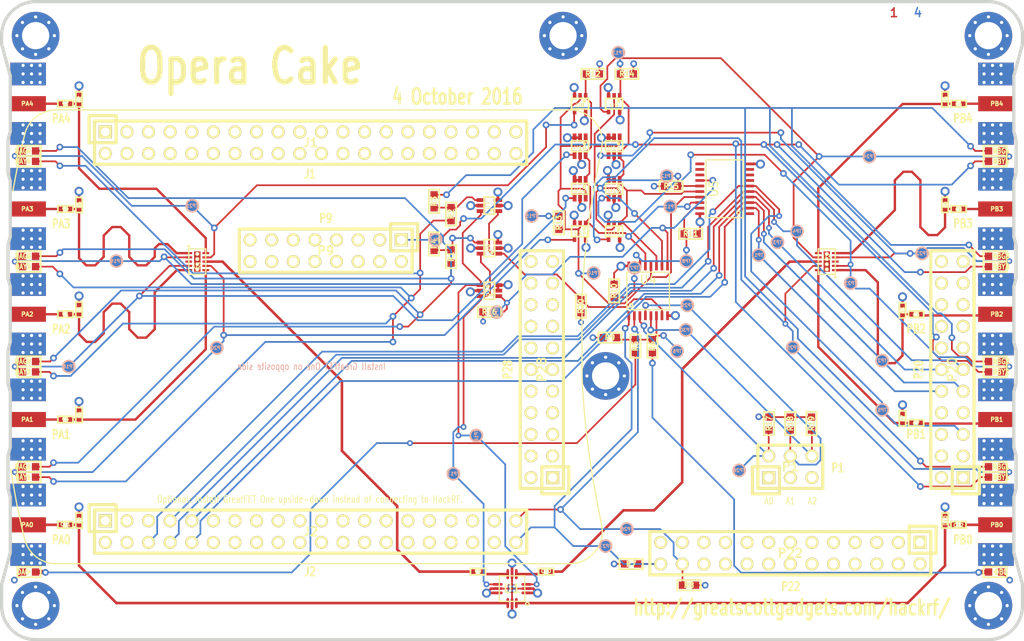
<source format=kicad_pcb>
(kicad_pcb (version 4) (host pcbnew "(2015-08-18 BZR 6102)-product")
  (layers (0 C1F signal) (1 C2 signal) (2 C3 signal) (31 C4B signal) (34 B.Paste user) (35 F.Paste user) (36 B.SilkS user) (37 F.SilkS user) (38 B.Mask user) (39 F.Mask user) (44 Edge.Cuts user))
  (net 0 "")
  (net 1 GND)
  (net 2 VCC)
  (net 3 "Net-(C1-Pad2)")
  (net 4 "Net-(C1-Pad1)")
  (net 5 "Net-(C2-Pad2)")
  (net 6 "Net-(C2-Pad1)")
  (net 7 "Net-(C3-Pad2)")
  (net 8 "Net-(C3-Pad1)")
  (net 9 "Net-(C4-Pad2)")
  (net 10 "Net-(C4-Pad1)")
  (net 11 "Net-(C5-Pad2)")
  (net 12 "Net-(C5-Pad1)")
  (net 13 "Net-(C6-Pad2)")
  (net 14 "Net-(C6-Pad1)")
  (net 15 "Net-(C7-Pad2)")
  (net 16 "Net-(C7-Pad1)")
  (net 17 "Net-(C8-Pad2)")
  (net 18 "Net-(C8-Pad1)")
  (net 19 "Net-(C9-Pad2)")
  (net 20 "Net-(C9-Pad1)")
  (net 21 "Net-(C10-Pad2)")
  (net 22 "Net-(C10-Pad1)")
  (net 23 "Net-(C11-Pad2)")
  (net 24 "Net-(C11-Pad1)")
  (net 25 "Net-(C12-Pad2)")
  (net 26 "Net-(C12-Pad1)")
  (net 27 "Net-(DA0-Pad1)")
  (net 28 /U2V3)
  (net 29 "Net-(DAG1-Pad1)")
  (net 30 /U2V1)
  (net 31 /U2V2)
  (net 32 /U2V4)
  (net 33 "Net-(DAY1-Pad1)")
  (net 34 "Net-(DB0-Pad1)")
  (net 35 /U3V3)
  (net 36 "Net-(DBG1-Pad1)")
  (net 37 /U3V1)
  (net 38 /U3V2)
  (net 39 /U3V4)
  (net 40 "Net-(DBY1-Pad1)")
  (net 41 /EXT_U3CTRL1)
  (net 42 /EXT_U2CTRL1)
  (net 43 /EXT_U3CTRL0)
  (net 44 /EXT_U2CTRL0)
  (net 45 /EXT_U1CTRL)
  (net 46 /SDA)
  (net 47 /SCL)
  (net 48 /A0)
  (net 49 /A1)
  (net 50 /A2)
  (net 51 "Net-(R1-Pad2)")
  (net 52 "Net-(R2-Pad2)")
  (net 53 /!LED_EN)
  (net 54 /!RESET)
  (net 55 /!OE)
  (net 56 /U2CTRL1)
  (net 57 /U2CTRL0)
  (net 58 /U3CTRL1)
  (net 59 /U3CTRL0)
  (net 60 /U1CTRL)
  (net 61 /LED_EN2)
  (net 62 /U1VC1)
  (net 63 /U1VC2)
  (module gsg-modules:0603D (layer C1F) (at 176.775 154.675)
    (fp_text reference DBG1 (at 0.7112 0) (layer F.SilkS) (effects (font (size 0.6096 0.508) (thickness 0.127))))
    (fp_text value LED hide)
    (pad 2 smd rect (at 0.762 0) (size 0.8636 0.8636) (layers C1F F.Paste F.Mask) (net 39 /U3V4) (clearance 0.1778))
    (pad 1 smd rect (at -0.762 0) (size 0.8636 0.8636) (layers C1F F.Paste F.Mask) (net 36 "Net-(DBG1-Pad1)") (clearance 0.1778))
  )
  (module gsg-modules:0603D (layer C1F) (at 176.775 155.9)
    (fp_text reference DBY1 (at 0.7112 0) (layer F.SilkS) (effects (font (size 0.6096 0.508) (thickness 0.127))))
    (fp_text value LED hide)
    (pad 2 smd rect (at 0.762 0) (size 0.8636 0.8636) (layers C1F F.Paste F.Mask) (net 39 /U3V4) (clearance 0.1778))
    (pad 1 smd rect (at -0.762 0) (size 0.8636 0.8636) (layers C1F F.Paste F.Mask) (net 40 "Net-(DBY1-Pad1)") (clearance 0.1778))
  )
  (module gsg-modules:0603D (layer C1F) (at 176.775 117.55)
    (fp_text reference DBG4 (at 0.7112 0) (layer F.SilkS) (effects (font (size 0.6096 0.508) (thickness 0.127))))
    (fp_text value LED hide)
    (pad 2 smd rect (at 0.762 0) (size 0.8636 0.8636) (layers C1F F.Paste F.Mask) (net 35 /U3V3) (clearance 0.1778))
    (pad 1 smd rect (at -0.762 0) (size 0.8636 0.8636) (layers C1F F.Paste F.Mask) (net 36 "Net-(DBG1-Pad1)") (clearance 0.1778))
  )
  (module gsg-modules:0603D (layer C1F) (at 176.775 118.775)
    (fp_text reference DBY4 (at 0.7112 0) (layer F.SilkS) (effects (font (size 0.6096 0.508) (thickness 0.127))))
    (fp_text value LED hide)
    (pad 2 smd rect (at 0.762 0) (size 0.8636 0.8636) (layers C1F F.Paste F.Mask) (net 35 /U3V3) (clearance 0.1778))
    (pad 1 smd rect (at -0.762 0) (size 0.8636 0.8636) (layers C1F F.Paste F.Mask) (net 40 "Net-(DBY1-Pad1)") (clearance 0.1778))
  )
  (module gsg-modules:0603D (layer C1F) (at 176.775 129.925)
    (fp_text reference DBG3 (at 0.7112 0) (layer F.SilkS) (effects (font (size 0.6096 0.508) (thickness 0.127))))
    (fp_text value LED hide)
    (pad 2 smd rect (at 0.762 0) (size 0.8636 0.8636) (layers C1F F.Paste F.Mask) (net 37 /U3V1) (clearance 0.1778))
    (pad 1 smd rect (at -0.762 0) (size 0.8636 0.8636) (layers C1F F.Paste F.Mask) (net 36 "Net-(DBG1-Pad1)") (clearance 0.1778))
  )
  (module gsg-modules:0603D (layer C1F) (at 176.775 131.15)
    (fp_text reference DBY3 (at 0.7112 0) (layer F.SilkS) (effects (font (size 0.6096 0.508) (thickness 0.127))))
    (fp_text value LED hide)
    (pad 2 smd rect (at 0.762 0) (size 0.8636 0.8636) (layers C1F F.Paste F.Mask) (net 37 /U3V1) (clearance 0.1778))
    (pad 1 smd rect (at -0.762 0) (size 0.8636 0.8636) (layers C1F F.Paste F.Mask) (net 40 "Net-(DBY1-Pad1)") (clearance 0.1778))
  )
  (module gsg-modules:0603D (layer C1F) (at 63.225 118.775 180)
    (fp_text reference DAY4 (at 0.7112 0 180) (layer F.SilkS) (effects (font (size 0.6096 0.508) (thickness 0.127))))
    (fp_text value LED hide)
    (pad 2 smd rect (at 0.762 0 180) (size 0.8636 0.8636) (layers C1F F.Paste F.Mask) (net 32 /U2V4) (clearance 0.1778))
    (pad 1 smd rect (at -0.762 0 180) (size 0.8636 0.8636) (layers C1F F.Paste F.Mask) (net 33 "Net-(DAY1-Pad1)") (clearance 0.1778))
  )
  (module gsg-modules:0603D (layer C1F) (at 63.225 117.55 180)
    (fp_text reference DAG4 (at 0.7112 0 180) (layer F.SilkS) (effects (font (size 0.6096 0.508) (thickness 0.127))))
    (fp_text value LED hide)
    (pad 2 smd rect (at 0.762 0 180) (size 0.8636 0.8636) (layers C1F F.Paste F.Mask) (net 32 /U2V4) (clearance 0.1778))
    (pad 1 smd rect (at -0.762 0 180) (size 0.8636 0.8636) (layers C1F F.Paste F.Mask) (net 29 "Net-(DAG1-Pad1)") (clearance 0.1778))
  )
  (module gsg-modules:0402 (layer C1F) (at 67.5 136.75 180)
    (fp_text reference C1 (at 0 0.0508 180) (layer F.SilkS) (effects (font (size 0.4064 0.4064) (thickness 0.1016))))
    (fp_text value C hide)
    (pad 2 smd rect (at 0.5334 0 180) (size 0.508 0.5588) (layers C1F F.Paste F.Mask) (net 3 "Net-(C1-Pad2)"))
    (pad 1 smd rect (at -0.5334 0 180) (size 0.508 0.5588) (layers C1F F.Paste F.Mask) (net 4 "Net-(C1-Pad1)"))
  )
  (module gsg-modules:0402 (layer C1F) (at 67.5 112 180)
    (fp_text reference C2 (at 0 0.0508 180) (layer F.SilkS) (effects (font (size 0.4064 0.4064) (thickness 0.1016))))
    (fp_text value C hide)
    (pad 2 smd rect (at 0.5334 0 180) (size 0.508 0.5588) (layers C1F F.Paste F.Mask) (net 5 "Net-(C2-Pad2)"))
    (pad 1 smd rect (at -0.5334 0 180) (size 0.508 0.5588) (layers C1F F.Paste F.Mask) (net 6 "Net-(C2-Pad1)"))
  )
  (module gsg-modules:0402 (layer C1F) (at 167.5 136.75)
    (fp_text reference C3 (at 0 0.0508) (layer F.SilkS) (effects (font (size 0.4064 0.4064) (thickness 0.1016))))
    (fp_text value C hide)
    (pad 2 smd rect (at 0.5334 0) (size 0.508 0.5588) (layers C1F F.Paste F.Mask) (net 7 "Net-(C3-Pad2)"))
    (pad 1 smd rect (at -0.5334 0) (size 0.508 0.5588) (layers C1F F.Paste F.Mask) (net 8 "Net-(C3-Pad1)"))
  )
  (module gsg-modules:0402 (layer C1F) (at 172.5 112)
    (fp_text reference C4 (at 0 0.0508) (layer F.SilkS) (effects (font (size 0.4064 0.4064) (thickness 0.1016))))
    (fp_text value C hide)
    (pad 2 smd rect (at 0.5334 0) (size 0.508 0.5588) (layers C1F F.Paste F.Mask) (net 9 "Net-(C4-Pad2)"))
    (pad 1 smd rect (at -0.5334 0) (size 0.508 0.5588) (layers C1F F.Paste F.Mask) (net 10 "Net-(C4-Pad1)"))
  )
  (module gsg-modules:0402 (layer C1F) (at 67.5 149.125 180)
    (fp_text reference C5 (at 0 0.0508 180) (layer F.SilkS) (effects (font (size 0.4064 0.4064) (thickness 0.1016))))
    (fp_text value C hide)
    (pad 2 smd rect (at 0.5334 0 180) (size 0.508 0.5588) (layers C1F F.Paste F.Mask) (net 11 "Net-(C5-Pad2)"))
    (pad 1 smd rect (at -0.5334 0 180) (size 0.508 0.5588) (layers C1F F.Paste F.Mask) (net 12 "Net-(C5-Pad1)"))
  )
  (module gsg-modules:0402 (layer C1F) (at 67.5 124.375 180)
    (fp_text reference C6 (at 0 0.0508 180) (layer F.SilkS) (effects (font (size 0.4064 0.4064) (thickness 0.1016))))
    (fp_text value C hide)
    (pad 2 smd rect (at 0.5334 0 180) (size 0.508 0.5588) (layers C1F F.Paste F.Mask) (net 13 "Net-(C6-Pad2)"))
    (pad 1 smd rect (at -0.5334 0 180) (size 0.508 0.5588) (layers C1F F.Paste F.Mask) (net 14 "Net-(C6-Pad1)"))
  )
  (module gsg-modules:0402 (layer C1F) (at 167.5 149.525)
    (fp_text reference C7 (at 0 0.0508) (layer F.SilkS) (effects (font (size 0.4064 0.4064) (thickness 0.1016))))
    (fp_text value C hide)
    (pad 2 smd rect (at 0.5334 0) (size 0.508 0.5588) (layers C1F F.Paste F.Mask) (net 15 "Net-(C7-Pad2)"))
    (pad 1 smd rect (at -0.5334 0) (size 0.508 0.5588) (layers C1F F.Paste F.Mask) (net 16 "Net-(C7-Pad1)"))
  )
  (module gsg-modules:0402 (layer C1F) (at 172.5 124.375)
    (fp_text reference C8 (at 0 0.0508) (layer F.SilkS) (effects (font (size 0.4064 0.4064) (thickness 0.1016))))
    (fp_text value C hide)
    (pad 2 smd rect (at 0.5334 0) (size 0.508 0.5588) (layers C1F F.Paste F.Mask) (net 17 "Net-(C8-Pad2)"))
    (pad 1 smd rect (at -0.5334 0) (size 0.508 0.5588) (layers C1F F.Paste F.Mask) (net 18 "Net-(C8-Pad1)"))
  )
  (module gsg-modules:0402 (layer C1F) (at 116 167 180)
    (fp_text reference C9 (at 0 0.0508 180) (layer F.SilkS) (effects (font (size 0.4064 0.4064) (thickness 0.1016))))
    (fp_text value C hide)
    (pad 2 smd rect (at 0.5334 0 180) (size 0.508 0.5588) (layers C1F F.Paste F.Mask) (net 19 "Net-(C9-Pad2)"))
    (pad 1 smd rect (at -0.5334 0 180) (size 0.508 0.5588) (layers C1F F.Paste F.Mask) (net 20 "Net-(C9-Pad1)"))
  )
  (module gsg-modules:0402 (layer C1F) (at 124 167 180)
    (fp_text reference C10 (at 0 0.0508 180) (layer F.SilkS) (effects (font (size 0.4064 0.4064) (thickness 0.1016))))
    (fp_text value C hide)
    (pad 2 smd rect (at 0.5334 0 180) (size 0.508 0.5588) (layers C1F F.Paste F.Mask) (net 21 "Net-(C10-Pad2)"))
    (pad 1 smd rect (at -0.5334 0 180) (size 0.508 0.5588) (layers C1F F.Paste F.Mask) (net 22 "Net-(C10-Pad1)"))
  )
  (module gsg-modules:0402 (layer C1F) (at 67.5 161.5 180)
    (fp_text reference C11 (at 0 0.0508 180) (layer F.SilkS) (effects (font (size 0.4064 0.4064) (thickness 0.1016))))
    (fp_text value C hide)
    (pad 2 smd rect (at 0.5334 0 180) (size 0.508 0.5588) (layers C1F F.Paste F.Mask) (net 23 "Net-(C11-Pad2)"))
    (pad 1 smd rect (at -0.5334 0 180) (size 0.508 0.5588) (layers C1F F.Paste F.Mask) (net 24 "Net-(C11-Pad1)"))
  )
  (module gsg-modules:0402 (layer C1F) (at 172.475 161.5)
    (fp_text reference C12 (at 0 0.0508) (layer F.SilkS) (effects (font (size 0.4064 0.4064) (thickness 0.1016))))
    (fp_text value C hide)
    (pad 2 smd rect (at 0.5334 0) (size 0.508 0.5588) (layers C1F F.Paste F.Mask) (net 25 "Net-(C12-Pad2)"))
    (pad 1 smd rect (at -0.5334 0) (size 0.508 0.5588) (layers C1F F.Paste F.Mask) (net 26 "Net-(C12-Pad1)"))
  )
  (module gsg-modules:0402 (layer C1F) (at 69.1 136.2 90)
    (fp_text reference D1 (at 0 0.0508 90) (layer F.SilkS) (effects (font (size 0.4064 0.4064) (thickness 0.1016))))
    (fp_text value GSG-DIODE-TVS-BI hide)
    (pad 2 smd rect (at 0.5334 0 90) (size 0.508 0.5588) (layers C1F F.Paste F.Mask) (net 1 GND))
    (pad 1 smd rect (at -0.5334 0 90) (size 0.508 0.5588) (layers C1F F.Paste F.Mask) (net 4 "Net-(C1-Pad1)"))
  )
  (module gsg-modules:0402 (layer C1F) (at 69.1 111.5 90)
    (fp_text reference D2 (at 0 0.0508 90) (layer F.SilkS) (effects (font (size 0.4064 0.4064) (thickness 0.1016))))
    (fp_text value GSG-DIODE-TVS-BI hide)
    (pad 2 smd rect (at 0.5334 0 90) (size 0.508 0.5588) (layers C1F F.Paste F.Mask) (net 1 GND))
    (pad 1 smd rect (at -0.5334 0 90) (size 0.508 0.5588) (layers C1F F.Paste F.Mask) (net 6 "Net-(C2-Pad1)"))
  )
  (module gsg-modules:0402 (layer C1F) (at 165.9 136.3 90)
    (fp_text reference D3 (at 0 0.0508 90) (layer F.SilkS) (effects (font (size 0.4064 0.4064) (thickness 0.1016))))
    (fp_text value GSG-DIODE-TVS-BI hide)
    (pad 2 smd rect (at 0.5334 0 90) (size 0.508 0.5588) (layers C1F F.Paste F.Mask) (net 1 GND))
    (pad 1 smd rect (at -0.5334 0 90) (size 0.508 0.5588) (layers C1F F.Paste F.Mask) (net 8 "Net-(C3-Pad1)"))
  )
  (module gsg-modules:0402 (layer C1F) (at 170.9 111.5 90)
    (fp_text reference D4 (at 0 0.0508 90) (layer F.SilkS) (effects (font (size 0.4064 0.4064) (thickness 0.1016))))
    (fp_text value GSG-DIODE-TVS-BI hide)
    (pad 2 smd rect (at 0.5334 0 90) (size 0.508 0.5588) (layers C1F F.Paste F.Mask) (net 1 GND))
    (pad 1 smd rect (at -0.5334 0 90) (size 0.508 0.5588) (layers C1F F.Paste F.Mask) (net 10 "Net-(C4-Pad1)"))
  )
  (module gsg-modules:0402 (layer C1F) (at 69.1 148.6 90)
    (fp_text reference D5 (at 0 0.0508 90) (layer F.SilkS) (effects (font (size 0.4064 0.4064) (thickness 0.1016))))
    (fp_text value GSG-DIODE-TVS-BI hide)
    (pad 2 smd rect (at 0.5334 0 90) (size 0.508 0.5588) (layers C1F F.Paste F.Mask) (net 1 GND))
    (pad 1 smd rect (at -0.5334 0 90) (size 0.508 0.5588) (layers C1F F.Paste F.Mask) (net 12 "Net-(C5-Pad1)"))
  )
  (module gsg-modules:0402 (layer C1F) (at 69.1 123.9 90)
    (fp_text reference D6 (at 0 0.0508 90) (layer F.SilkS) (effects (font (size 0.4064 0.4064) (thickness 0.1016))))
    (fp_text value GSG-DIODE-TVS-BI hide)
    (pad 2 smd rect (at 0.5334 0 90) (size 0.508 0.5588) (layers C1F F.Paste F.Mask) (net 1 GND))
    (pad 1 smd rect (at -0.5334 0 90) (size 0.508 0.5588) (layers C1F F.Paste F.Mask) (net 14 "Net-(C6-Pad1)"))
  )
  (module gsg-modules:0402 (layer C1F) (at 165.9 149 90)
    (fp_text reference D7 (at 0 0.0508 90) (layer F.SilkS) (effects (font (size 0.4064 0.4064) (thickness 0.1016))))
    (fp_text value GSG-DIODE-TVS-BI hide)
    (pad 2 smd rect (at 0.5334 0 90) (size 0.508 0.5588) (layers C1F F.Paste F.Mask) (net 1 GND))
    (pad 1 smd rect (at -0.5334 0 90) (size 0.508 0.5588) (layers C1F F.Paste F.Mask) (net 16 "Net-(C7-Pad1)"))
  )
  (module gsg-modules:0402 (layer C1F) (at 170.9 123.9 90)
    (fp_text reference D8 (at 0 0.0508 90) (layer F.SilkS) (effects (font (size 0.4064 0.4064) (thickness 0.1016))))
    (fp_text value GSG-DIODE-TVS-BI hide)
    (pad 2 smd rect (at 0.5334 0 90) (size 0.508 0.5588) (layers C1F F.Paste F.Mask) (net 1 GND))
    (pad 1 smd rect (at -0.5334 0 90) (size 0.508 0.5588) (layers C1F F.Paste F.Mask) (net 18 "Net-(C8-Pad1)"))
  )
  (module gsg-modules:0402 (layer C1F) (at 69.1 161 90)
    (fp_text reference D9 (at 0 0.0508 90) (layer F.SilkS) (effects (font (size 0.4064 0.4064) (thickness 0.1016))))
    (fp_text value GSG-DIODE-TVS-BI hide)
    (pad 2 smd rect (at 0.5334 0 90) (size 0.508 0.5588) (layers C1F F.Paste F.Mask) (net 1 GND))
    (pad 1 smd rect (at -0.5334 0 90) (size 0.508 0.5588) (layers C1F F.Paste F.Mask) (net 24 "Net-(C11-Pad1)"))
  )
  (module gsg-modules:0402 (layer C1F) (at 170.9 161 90)
    (fp_text reference D10 (at 0 0.0508 90) (layer F.SilkS) (effects (font (size 0.4064 0.4064) (thickness 0.1016))))
    (fp_text value GSG-DIODE-TVS-BI hide)
    (pad 2 smd rect (at 0.5334 0 90) (size 0.508 0.5588) (layers C1F F.Paste F.Mask) (net 1 GND))
    (pad 1 smd rect (at -0.5334 0 90) (size 0.508 0.5588) (layers C1F F.Paste F.Mask) (net 26 "Net-(C12-Pad1)"))
  )
  (module gsg-modules:0603D (layer C1F) (at 63.225 167.05 180)
    (fp_text reference DA0 (at 0.7112 0 180) (layer F.SilkS) (effects (font (size 0.6096 0.508) (thickness 0.127))))
    (fp_text value LED hide)
    (pad 2 smd rect (at 0.762 0 180) (size 0.8636 0.8636) (layers C1F F.Paste F.Mask) (net 2 VCC) (clearance 0.1778))
    (pad 1 smd rect (at -0.762 0 180) (size 0.8636 0.8636) (layers C1F F.Paste F.Mask) (net 27 "Net-(DA0-Pad1)") (clearance 0.1778))
  )
  (module gsg-modules:0603D (layer C1F) (at 63.225 154.675 180)
    (fp_text reference DAG1 (at 0.7112 0 180) (layer F.SilkS) (effects (font (size 0.6096 0.508) (thickness 0.127))))
    (fp_text value LED hide)
    (pad 2 smd rect (at 0.762 0 180) (size 0.8636 0.8636) (layers C1F F.Paste F.Mask) (net 28 /U2V3) (clearance 0.1778))
    (pad 1 smd rect (at -0.762 0 180) (size 0.8636 0.8636) (layers C1F F.Paste F.Mask) (net 29 "Net-(DAG1-Pad1)") (clearance 0.1778))
  )
  (module gsg-modules:0603D (layer C1F) (at 63.225 142.3 180)
    (fp_text reference DAG2 (at 0.7112 0 180) (layer F.SilkS) (effects (font (size 0.6096 0.508) (thickness 0.127))))
    (fp_text value LED hide)
    (pad 2 smd rect (at 0.762 0 180) (size 0.8636 0.8636) (layers C1F F.Paste F.Mask) (net 30 /U2V1) (clearance 0.1778))
    (pad 1 smd rect (at -0.762 0 180) (size 0.8636 0.8636) (layers C1F F.Paste F.Mask) (net 29 "Net-(DAG1-Pad1)") (clearance 0.1778))
  )
  (module gsg-modules:0603D (layer C1F) (at 63.225 129.925 180)
    (fp_text reference DAG3 (at 0.7112 0 180) (layer F.SilkS) (effects (font (size 0.6096 0.508) (thickness 0.127))))
    (fp_text value LED hide)
    (pad 2 smd rect (at 0.762 0 180) (size 0.8636 0.8636) (layers C1F F.Paste F.Mask) (net 31 /U2V2) (clearance 0.1778))
    (pad 1 smd rect (at -0.762 0 180) (size 0.8636 0.8636) (layers C1F F.Paste F.Mask) (net 29 "Net-(DAG1-Pad1)") (clearance 0.1778))
  )
  (module gsg-modules:0603D (layer C1F) (at 63.225 155.9 180)
    (fp_text reference DAY1 (at 0.7112 0 180) (layer F.SilkS) (effects (font (size 0.6096 0.508) (thickness 0.127))))
    (fp_text value LED hide)
    (pad 2 smd rect (at 0.762 0 180) (size 0.8636 0.8636) (layers C1F F.Paste F.Mask) (net 28 /U2V3) (clearance 0.1778))
    (pad 1 smd rect (at -0.762 0 180) (size 0.8636 0.8636) (layers C1F F.Paste F.Mask) (net 33 "Net-(DAY1-Pad1)") (clearance 0.1778))
  )
  (module gsg-modules:0603D (layer C1F) (at 63.225 143.525 180)
    (fp_text reference DAY2 (at 0.7112 0 180) (layer F.SilkS) (effects (font (size 0.6096 0.508) (thickness 0.127))))
    (fp_text value LED hide)
    (pad 2 smd rect (at 0.762 0 180) (size 0.8636 0.8636) (layers C1F F.Paste F.Mask) (net 30 /U2V1) (clearance 0.1778))
    (pad 1 smd rect (at -0.762 0 180) (size 0.8636 0.8636) (layers C1F F.Paste F.Mask) (net 33 "Net-(DAY1-Pad1)") (clearance 0.1778))
  )
  (module gsg-modules:0603D (layer C1F) (at 63.225 131.15 180)
    (fp_text reference DAY3 (at 0.7112 0 180) (layer F.SilkS) (effects (font (size 0.6096 0.508) (thickness 0.127))))
    (fp_text value LED hide)
    (pad 2 smd rect (at 0.762 0 180) (size 0.8636 0.8636) (layers C1F F.Paste F.Mask) (net 31 /U2V2) (clearance 0.1778))
    (pad 1 smd rect (at -0.762 0 180) (size 0.8636 0.8636) (layers C1F F.Paste F.Mask) (net 33 "Net-(DAY1-Pad1)") (clearance 0.1778))
  )
  (module gsg-modules:0603D (layer C1F) (at 176.775 167.05)
    (fp_text reference DB0 (at 0.7112 0) (layer F.SilkS) (effects (font (size 0.6096 0.508) (thickness 0.127))))
    (fp_text value LED hide)
    (pad 2 smd rect (at 0.762 0) (size 0.8636 0.8636) (layers C1F F.Paste F.Mask) (net 2 VCC) (clearance 0.1778))
    (pad 1 smd rect (at -0.762 0) (size 0.8636 0.8636) (layers C1F F.Paste F.Mask) (net 34 "Net-(DB0-Pad1)") (clearance 0.1778))
  )
  (module gsg-modules:0603D (layer C1F) (at 176.775 142.3)
    (fp_text reference DBG2 (at 0.7112 0) (layer F.SilkS) (effects (font (size 0.6096 0.508) (thickness 0.127))))
    (fp_text value LED hide)
    (pad 2 smd rect (at 0.762 0) (size 0.8636 0.8636) (layers C1F F.Paste F.Mask) (net 38 /U3V2) (clearance 0.1778))
    (pad 1 smd rect (at -0.762 0) (size 0.8636 0.8636) (layers C1F F.Paste F.Mask) (net 36 "Net-(DBG1-Pad1)") (clearance 0.1778))
  )
  (module gsg-modules:0603D (layer C1F) (at 176.775 143.525)
    (fp_text reference DBY2 (at 0.7112 0) (layer F.SilkS) (effects (font (size 0.6096 0.508) (thickness 0.127))))
    (fp_text value LED hide)
    (pad 2 smd rect (at 0.762 0) (size 0.8636 0.8636) (layers C1F F.Paste F.Mask) (net 38 /U3V2) (clearance 0.1778))
    (pad 1 smd rect (at -0.762 0) (size 0.8636 0.8636) (layers C1F F.Paste F.Mask) (net 40 "Net-(DBY1-Pad1)") (clearance 0.1778))
  )
  (module gsg-modules:HOLE126MIL-COPPER (layer C1F) (at 64 104)
    (fp_text reference MH1 hide)
    (fp_text value MOUNTING_HOLE hide)
    (pad 1 thru_hole circle (at 0 0) (size 5.6 5.6) (drill 3.2004) (layers *.Cu *.Mask) (net 1 GND))
    (pad 1 thru_hole circle (at 0 -2.2) (size 0.6 0.6) (drill 0.381) (layers *.Cu *.Mask) (net 1 GND))
    (pad 1 thru_hole circle (at -2.2 0) (size 0.6 0.6) (drill 0.381) (layers *.Cu *.Mask) (net 1 GND))
    (pad 1 thru_hole circle (at 0 2.2) (size 0.6 0.6) (drill 0.381) (layers *.Cu *.Mask) (net 1 GND))
    (pad 1 thru_hole circle (at 2.2 0) (size 0.6 0.6) (drill 0.381) (layers *.Cu *.Mask) (net 1 GND))
    (pad 1 thru_hole circle (at 1.55 -1.55) (size 0.6 0.6) (drill 0.381) (layers *.Cu *.Mask) (net 1 GND))
    (pad 1 thru_hole circle (at -1.55 -1.55) (size 0.6 0.6) (drill 0.381) (layers *.Cu *.Mask) (net 1 GND))
    (pad 1 thru_hole circle (at -1.55 1.55) (size 0.6 0.6) (drill 0.381) (layers *.Cu *.Mask) (net 1 GND))
    (pad 1 thru_hole circle (at 1.55 1.55) (size 0.6 0.6) (drill 0.381) (layers *.Cu *.Mask) (net 1 GND))
  )
  (module gsg-modules:HOLE126MIL-COPPER (layer C1F) (at 64 171)
    (fp_text reference MH2 hide)
    (fp_text value MOUNTING_HOLE hide)
    (pad 1 thru_hole circle (at 0 0) (size 5.6 5.6) (drill 3.2004) (layers *.Cu *.Mask) (net 1 GND))
    (pad 1 thru_hole circle (at 0 -2.2) (size 0.6 0.6) (drill 0.381) (layers *.Cu *.Mask) (net 1 GND))
    (pad 1 thru_hole circle (at -2.2 0) (size 0.6 0.6) (drill 0.381) (layers *.Cu *.Mask) (net 1 GND))
    (pad 1 thru_hole circle (at 0 2.2) (size 0.6 0.6) (drill 0.381) (layers *.Cu *.Mask) (net 1 GND))
    (pad 1 thru_hole circle (at 2.2 0) (size 0.6 0.6) (drill 0.381) (layers *.Cu *.Mask) (net 1 GND))
    (pad 1 thru_hole circle (at 1.55 -1.55) (size 0.6 0.6) (drill 0.381) (layers *.Cu *.Mask) (net 1 GND))
    (pad 1 thru_hole circle (at -1.55 -1.55) (size 0.6 0.6) (drill 0.381) (layers *.Cu *.Mask) (net 1 GND))
    (pad 1 thru_hole circle (at -1.55 1.55) (size 0.6 0.6) (drill 0.381) (layers *.Cu *.Mask) (net 1 GND))
    (pad 1 thru_hole circle (at 1.55 1.55) (size 0.6 0.6) (drill 0.381) (layers *.Cu *.Mask) (net 1 GND))
  )
  (module gsg-modules:HOLE126MIL-COPPER (layer C1F) (at 176 171)
    (fp_text reference MH3 hide)
    (fp_text value MOUNTING_HOLE hide)
    (pad 1 thru_hole circle (at 0 0) (size 5.6 5.6) (drill 3.2004) (layers *.Cu *.Mask) (net 1 GND))
    (pad 1 thru_hole circle (at 0 -2.2) (size 0.6 0.6) (drill 0.381) (layers *.Cu *.Mask) (net 1 GND))
    (pad 1 thru_hole circle (at -2.2 0) (size 0.6 0.6) (drill 0.381) (layers *.Cu *.Mask) (net 1 GND))
    (pad 1 thru_hole circle (at 0 2.2) (size 0.6 0.6) (drill 0.381) (layers *.Cu *.Mask) (net 1 GND))
    (pad 1 thru_hole circle (at 2.2 0) (size 0.6 0.6) (drill 0.381) (layers *.Cu *.Mask) (net 1 GND))
    (pad 1 thru_hole circle (at 1.55 -1.55) (size 0.6 0.6) (drill 0.381) (layers *.Cu *.Mask) (net 1 GND))
    (pad 1 thru_hole circle (at -1.55 -1.55) (size 0.6 0.6) (drill 0.381) (layers *.Cu *.Mask) (net 1 GND))
    (pad 1 thru_hole circle (at -1.55 1.55) (size 0.6 0.6) (drill 0.381) (layers *.Cu *.Mask) (net 1 GND))
    (pad 1 thru_hole circle (at 1.55 1.55) (size 0.6 0.6) (drill 0.381) (layers *.Cu *.Mask) (net 1 GND))
  )
  (module gsg-modules:HOLE126MIL-COPPER (layer C1F) (at 176 104)
    (fp_text reference MH4 hide)
    (fp_text value MOUNTING_HOLE hide)
    (pad 1 thru_hole circle (at 0 0) (size 5.6 5.6) (drill 3.2004) (layers *.Cu *.Mask) (net 1 GND))
    (pad 1 thru_hole circle (at 0 -2.2) (size 0.6 0.6) (drill 0.381) (layers *.Cu *.Mask) (net 1 GND))
    (pad 1 thru_hole circle (at -2.2 0) (size 0.6 0.6) (drill 0.381) (layers *.Cu *.Mask) (net 1 GND))
    (pad 1 thru_hole circle (at 0 2.2) (size 0.6 0.6) (drill 0.381) (layers *.Cu *.Mask) (net 1 GND))
    (pad 1 thru_hole circle (at 2.2 0) (size 0.6 0.6) (drill 0.381) (layers *.Cu *.Mask) (net 1 GND))
    (pad 1 thru_hole circle (at 1.55 -1.55) (size 0.6 0.6) (drill 0.381) (layers *.Cu *.Mask) (net 1 GND))
    (pad 1 thru_hole circle (at -1.55 -1.55) (size 0.6 0.6) (drill 0.381) (layers *.Cu *.Mask) (net 1 GND))
    (pad 1 thru_hole circle (at -1.55 1.55) (size 0.6 0.6) (drill 0.381) (layers *.Cu *.Mask) (net 1 GND))
    (pad 1 thru_hole circle (at 1.55 1.55) (size 0.6 0.6) (drill 0.381) (layers *.Cu *.Mask) (net 1 GND))
  )
  (module gsg-modules:HOLE126MIL-COPPER (layer C1F) (at 126 104)
    (fp_text reference MH5 hide)
    (fp_text value MOUNTING_HOLE hide)
    (pad 1 thru_hole circle (at 0 0) (size 5.6 5.6) (drill 3.2004) (layers *.Cu *.Mask) (net 1 GND))
    (pad 1 thru_hole circle (at 0 -2.2) (size 0.6 0.6) (drill 0.381) (layers *.Cu *.Mask) (net 1 GND))
    (pad 1 thru_hole circle (at -2.2 0) (size 0.6 0.6) (drill 0.381) (layers *.Cu *.Mask) (net 1 GND))
    (pad 1 thru_hole circle (at 0 2.2) (size 0.6 0.6) (drill 0.381) (layers *.Cu *.Mask) (net 1 GND))
    (pad 1 thru_hole circle (at 2.2 0) (size 0.6 0.6) (drill 0.381) (layers *.Cu *.Mask) (net 1 GND))
    (pad 1 thru_hole circle (at 1.55 -1.55) (size 0.6 0.6) (drill 0.381) (layers *.Cu *.Mask) (net 1 GND))
    (pad 1 thru_hole circle (at -1.55 -1.55) (size 0.6 0.6) (drill 0.381) (layers *.Cu *.Mask) (net 1 GND))
    (pad 1 thru_hole circle (at -1.55 1.55) (size 0.6 0.6) (drill 0.381) (layers *.Cu *.Mask) (net 1 GND))
    (pad 1 thru_hole circle (at 1.55 1.55) (size 0.6 0.6) (drill 0.381) (layers *.Cu *.Mask) (net 1 GND))
  )
  (module gsg-modules:HOLE126MIL-COPPER (layer C1F) (at 131 144)
    (fp_text reference MH6 hide)
    (fp_text value MOUNTING_HOLE hide)
    (pad 1 thru_hole circle (at 0 0) (size 5.6 5.6) (drill 3.2004) (layers *.Cu *.Mask) (net 1 GND))
    (pad 1 thru_hole circle (at 0 -2.2) (size 0.6 0.6) (drill 0.381) (layers *.Cu *.Mask) (net 1 GND))
    (pad 1 thru_hole circle (at -2.2 0) (size 0.6 0.6) (drill 0.381) (layers *.Cu *.Mask) (net 1 GND))
    (pad 1 thru_hole circle (at 0 2.2) (size 0.6 0.6) (drill 0.381) (layers *.Cu *.Mask) (net 1 GND))
    (pad 1 thru_hole circle (at 2.2 0) (size 0.6 0.6) (drill 0.381) (layers *.Cu *.Mask) (net 1 GND))
    (pad 1 thru_hole circle (at 1.55 -1.55) (size 0.6 0.6) (drill 0.381) (layers *.Cu *.Mask) (net 1 GND))
    (pad 1 thru_hole circle (at -1.55 -1.55) (size 0.6 0.6) (drill 0.381) (layers *.Cu *.Mask) (net 1 GND))
    (pad 1 thru_hole circle (at -1.55 1.55) (size 0.6 0.6) (drill 0.381) (layers *.Cu *.Mask) (net 1 GND))
    (pad 1 thru_hole circle (at 1.55 1.55) (size 0.6 0.6) (drill 0.381) (layers *.Cu *.Mask) (net 1 GND))
  )
  (module gsg-modules:HEADER-2x3 (layer C1F) (at 152.71 154.68)
    (fp_text reference P1 (at 0 0) (layer F.SilkS) (effects (font (size 1.016 1.016) (thickness 0.2032))))
    (fp_text value ADDRESS hide)
    (pad 1 thru_hole rect (at -2.54 1.27) (size 1.524 1.524) (drill 1.016) (layers *.Cu *.Mask F.SilkS) (net 2 VCC))
    (pad 2 thru_hole circle (at -2.54 -1.27) (size 1.524 1.524) (drill 1.016) (layers *.Cu *.Mask F.SilkS) (net 48 /A0))
    (pad 3 thru_hole circle (at 0 1.27) (size 1.524 1.524) (drill 1.016) (layers *.Cu *.Mask F.SilkS) (net 2 VCC))
    (pad 4 thru_hole circle (at 0 -1.27) (size 1.524 1.524) (drill 1.016) (layers *.Cu *.Mask F.SilkS) (net 49 /A1))
    (pad 5 thru_hole circle (at 2.54 1.27) (size 1.524 1.524) (drill 1.016) (layers *.Cu *.Mask F.SilkS) (net 2 VCC))
    (pad 6 thru_hole circle (at 2.54 -1.27) (size 1.524 1.524) (drill 1.016) (layers *.Cu *.Mask F.SilkS) (net 50 /A2))
  )
  (module gsg-modules:HEADER-2x8 (layer C1F) (at 98.1 129.28 180)
    (fp_text reference P9 (at 0 0 180) (layer F.SilkS) (effects (font (size 1.016 1.016) (thickness 0.2032))))
    (fp_text value BASEBAND hide)
    (pad 1 thru_hole rect (at -8.89 1.27 180) (size 1.524 1.524) (drill 1.016) (layers *.Cu *.Mask F.SilkS) (net 1 GND))
    (pad 2 thru_hole circle (at -8.89 -1.27 180) (size 1.524 1.524) (drill 1.016) (layers *.Cu *.Mask F.SilkS) (net 1 GND))
    (pad 3 thru_hole circle (at -6.35 1.27 180) (size 1.524 1.524) (drill 1.016) (layers *.Cu *.Mask F.SilkS) (net 1 GND))
    (pad 4 thru_hole circle (at -6.35 -1.27 180) (size 1.524 1.524) (drill 1.016) (layers *.Cu *.Mask F.SilkS))
    (pad 5 thru_hole circle (at -3.81 1.27 180) (size 1.524 1.524) (drill 1.016) (layers *.Cu *.Mask F.SilkS))
    (pad 6 thru_hole circle (at -3.81 -1.27 180) (size 1.524 1.524) (drill 1.016) (layers *.Cu *.Mask F.SilkS))
    (pad 7 thru_hole circle (at -1.27 1.27 180) (size 1.524 1.524) (drill 1.016) (layers *.Cu *.Mask F.SilkS))
    (pad 8 thru_hole circle (at -1.27 -1.27 180) (size 1.524 1.524) (drill 1.016) (layers *.Cu *.Mask F.SilkS) (net 1 GND))
    (pad 9 thru_hole circle (at 1.27 1.27 180) (size 1.524 1.524) (drill 1.016) (layers *.Cu *.Mask F.SilkS) (net 1 GND))
    (pad 10 thru_hole circle (at 1.27 -1.27 180) (size 1.524 1.524) (drill 1.016) (layers *.Cu *.Mask F.SilkS))
    (pad 11 thru_hole circle (at 3.81 1.27 180) (size 1.524 1.524) (drill 1.016) (layers *.Cu *.Mask F.SilkS))
    (pad 12 thru_hole circle (at 3.81 -1.27 180) (size 1.524 1.524) (drill 1.016) (layers *.Cu *.Mask F.SilkS))
    (pad 13 thru_hole circle (at 6.35 1.27 180) (size 1.524 1.524) (drill 1.016) (layers *.Cu *.Mask F.SilkS))
    (pad 14 thru_hole circle (at 6.35 -1.27 180) (size 1.524 1.524) (drill 1.016) (layers *.Cu *.Mask F.SilkS) (net 1 GND))
    (pad 15 thru_hole circle (at 8.89 1.27 180) (size 1.524 1.524) (drill 1.016) (layers *.Cu *.Mask F.SilkS) (net 1 GND))
    (pad 16 thru_hole circle (at 8.89 -1.27 180) (size 1.524 1.524) (drill 1.016) (layers *.Cu *.Mask F.SilkS) (net 1 GND))
  )
  (module gsg-modules:HEADER-2x11 (layer C1F) (at 171.76 143.25 90)
    (fp_text reference P20 (at 0 0 90) (layer F.SilkS) (effects (font (size 1.016 1.016) (thickness 0.2032))))
    (fp_text value GPIO hide)
    (pad 1 thru_hole rect (at -12.7 1.27 90) (size 1.524 1.524) (drill 1.016) (layers *.Cu *.Mask F.SilkS))
    (pad 2 thru_hole circle (at -12.7 -1.27 90) (size 1.524 1.524) (drill 1.016) (layers *.Cu *.Mask F.SilkS))
    (pad 3 thru_hole circle (at -10.16 1.27 90) (size 1.524 1.524) (drill 1.016) (layers *.Cu *.Mask F.SilkS) (net 2 VCC))
    (pad 4 thru_hole circle (at -10.16 -1.27 90) (size 1.524 1.524) (drill 1.016) (layers *.Cu *.Mask F.SilkS))
    (pad 5 thru_hole circle (at -7.62 1.27 90) (size 1.524 1.524) (drill 1.016) (layers *.Cu *.Mask F.SilkS) (net 45 /EXT_U1CTRL))
    (pad 6 thru_hole circle (at -7.62 -1.27 90) (size 1.524 1.524) (drill 1.016) (layers *.Cu *.Mask F.SilkS))
    (pad 7 thru_hole circle (at -5.08 1.27 90) (size 1.524 1.524) (drill 1.016) (layers *.Cu *.Mask F.SilkS))
    (pad 8 thru_hole circle (at -5.08 -1.27 90) (size 1.524 1.524) (drill 1.016) (layers *.Cu *.Mask F.SilkS))
    (pad 9 thru_hole circle (at -2.54 1.27 90) (size 1.524 1.524) (drill 1.016) (layers *.Cu *.Mask F.SilkS) (net 44 /EXT_U2CTRL0))
    (pad 10 thru_hole circle (at -2.54 -1.27 90) (size 1.524 1.524) (drill 1.016) (layers *.Cu *.Mask F.SilkS) (net 42 /EXT_U2CTRL1))
    (pad 11 thru_hole circle (at 0 1.27 90) (size 1.524 1.524) (drill 1.016) (layers *.Cu *.Mask F.SilkS) (net 43 /EXT_U3CTRL0))
    (pad 12 thru_hole circle (at 0 -1.27 90) (size 1.524 1.524) (drill 1.016) (layers *.Cu *.Mask F.SilkS) (net 41 /EXT_U3CTRL1))
    (pad 13 thru_hole circle (at 2.54 1.27 90) (size 1.524 1.524) (drill 1.016) (layers *.Cu *.Mask F.SilkS) (net 1 GND))
    (pad 14 thru_hole circle (at 2.54 -1.27 90) (size 1.524 1.524) (drill 1.016) (layers *.Cu *.Mask F.SilkS))
    (pad 15 thru_hole circle (at 5.08 1.27 90) (size 1.524 1.524) (drill 1.016) (layers *.Cu *.Mask F.SilkS) (net 1 GND))
    (pad 16 thru_hole circle (at 5.08 -1.27 90) (size 1.524 1.524) (drill 1.016) (layers *.Cu *.Mask F.SilkS))
    (pad 17 thru_hole circle (at 7.62 1.27 90) (size 1.524 1.524) (drill 1.016) (layers *.Cu *.Mask F.SilkS))
    (pad 18 thru_hole circle (at 7.62 -1.27 90) (size 1.524 1.524) (drill 1.016) (layers *.Cu *.Mask F.SilkS))
    (pad 19 thru_hole circle (at 10.16 1.27 90) (size 1.524 1.524) (drill 1.016) (layers *.Cu *.Mask F.SilkS) (net 1 GND))
    (pad 20 thru_hole circle (at 10.16 -1.27 90) (size 1.524 1.524) (drill 1.016) (layers *.Cu *.Mask F.SilkS))
    (pad 21 thru_hole circle (at 12.7 1.27 90) (size 1.524 1.524) (drill 1.016) (layers *.Cu *.Mask F.SilkS))
    (pad 22 thru_hole circle (at 12.7 -1.27 90) (size 1.524 1.524) (drill 1.016) (layers *.Cu *.Mask F.SilkS))
  )
  (module gsg-modules:HEADER-2x13 (layer C1F) (at 152.71 164.84 180)
    (fp_text reference P22 (at 0 0 180) (layer F.SilkS) (effects (font (size 1.016 1.016) (thickness 0.2032))))
    (fp_text value I2S hide)
    (pad 1 thru_hole rect (at -15.24 1.27 180) (size 1.524 1.524) (drill 1.016) (layers *.Cu *.Mask F.SilkS))
    (pad 2 thru_hole circle (at -15.24 -1.27 180) (size 1.524 1.524) (drill 1.016) (layers *.Cu *.Mask F.SilkS))
    (pad 3 thru_hole circle (at -12.7 1.27 180) (size 1.524 1.524) (drill 1.016) (layers *.Cu *.Mask F.SilkS))
    (pad 4 thru_hole circle (at -12.7 -1.27 180) (size 1.524 1.524) (drill 1.016) (layers *.Cu *.Mask F.SilkS) (net 1 GND))
    (pad 5 thru_hole circle (at -10.16 1.27 180) (size 1.524 1.524) (drill 1.016) (layers *.Cu *.Mask F.SilkS))
    (pad 6 thru_hole circle (at -10.16 -1.27 180) (size 1.524 1.524) (drill 1.016) (layers *.Cu *.Mask F.SilkS))
    (pad 7 thru_hole circle (at -7.62 1.27 180) (size 1.524 1.524) (drill 1.016) (layers *.Cu *.Mask F.SilkS))
    (pad 8 thru_hole circle (at -7.62 -1.27 180) (size 1.524 1.524) (drill 1.016) (layers *.Cu *.Mask F.SilkS))
    (pad 9 thru_hole circle (at -5.08 1.27 180) (size 1.524 1.524) (drill 1.016) (layers *.Cu *.Mask F.SilkS))
    (pad 10 thru_hole circle (at -5.08 -1.27 180) (size 1.524 1.524) (drill 1.016) (layers *.Cu *.Mask F.SilkS) (net 1 GND))
    (pad 11 thru_hole circle (at -2.54 1.27 180) (size 1.524 1.524) (drill 1.016) (layers *.Cu *.Mask F.SilkS) (net 2 VCC))
    (pad 12 thru_hole circle (at -2.54 -1.27 180) (size 1.524 1.524) (drill 1.016) (layers *.Cu *.Mask F.SilkS))
    (pad 13 thru_hole circle (at 0 1.27 180) (size 1.524 1.524) (drill 1.016) (layers *.Cu *.Mask F.SilkS))
    (pad 14 thru_hole circle (at 0 -1.27 180) (size 1.524 1.524) (drill 1.016) (layers *.Cu *.Mask F.SilkS))
    (pad 15 thru_hole circle (at 2.54 1.27 180) (size 1.524 1.524) (drill 1.016) (layers *.Cu *.Mask F.SilkS))
    (pad 16 thru_hole circle (at 2.54 -1.27 180) (size 1.524 1.524) (drill 1.016) (layers *.Cu *.Mask F.SilkS))
    (pad 17 thru_hole circle (at 5.08 1.27 180) (size 1.524 1.524) (drill 1.016) (layers *.Cu *.Mask F.SilkS))
    (pad 18 thru_hole circle (at 5.08 -1.27 180) (size 1.524 1.524) (drill 1.016) (layers *.Cu *.Mask F.SilkS) (net 1 GND))
    (pad 19 thru_hole circle (at 7.62 1.27 180) (size 1.524 1.524) (drill 1.016) (layers *.Cu *.Mask F.SilkS))
    (pad 20 thru_hole circle (at 7.62 -1.27 180) (size 1.524 1.524) (drill 1.016) (layers *.Cu *.Mask F.SilkS))
    (pad 21 thru_hole circle (at 10.16 1.27 180) (size 1.524 1.524) (drill 1.016) (layers *.Cu *.Mask F.SilkS))
    (pad 22 thru_hole circle (at 10.16 -1.27 180) (size 1.524 1.524) (drill 1.016) (layers *.Cu *.Mask F.SilkS))
    (pad 23 thru_hole circle (at 12.7 1.27 180) (size 1.524 1.524) (drill 1.016) (layers *.Cu *.Mask F.SilkS))
    (pad 24 thru_hole circle (at 12.7 -1.27 180) (size 1.524 1.524) (drill 1.016) (layers *.Cu *.Mask F.SilkS) (net 46 /SDA))
    (pad 25 thru_hole circle (at 15.24 1.27 180) (size 1.524 1.524) (drill 1.016) (layers *.Cu *.Mask F.SilkS))
    (pad 26 thru_hole circle (at 15.24 -1.27 180) (size 1.524 1.524) (drill 1.016) (layers *.Cu *.Mask F.SilkS) (net 47 /SCL))
  )
  (module gsg-modules:HEADER-2x11 (layer C1F) (at 123.5 143.25 90)
    (fp_text reference P28 (at 0 0 90) (layer F.SilkS) (effects (font (size 1.016 1.016) (thickness 0.2032))))
    (fp_text value SD hide)
    (pad 1 thru_hole rect (at -12.7 1.27 90) (size 1.524 1.524) (drill 1.016) (layers *.Cu *.Mask F.SilkS) (net 2 VCC))
    (pad 2 thru_hole circle (at -12.7 -1.27 90) (size 1.524 1.524) (drill 1.016) (layers *.Cu *.Mask F.SilkS) (net 1 GND))
    (pad 3 thru_hole circle (at -10.16 1.27 90) (size 1.524 1.524) (drill 1.016) (layers *.Cu *.Mask F.SilkS))
    (pad 4 thru_hole circle (at -10.16 -1.27 90) (size 1.524 1.524) (drill 1.016) (layers *.Cu *.Mask F.SilkS))
    (pad 5 thru_hole circle (at -7.62 1.27 90) (size 1.524 1.524) (drill 1.016) (layers *.Cu *.Mask F.SilkS))
    (pad 6 thru_hole circle (at -7.62 -1.27 90) (size 1.524 1.524) (drill 1.016) (layers *.Cu *.Mask F.SilkS))
    (pad 7 thru_hole circle (at -5.08 1.27 90) (size 1.524 1.524) (drill 1.016) (layers *.Cu *.Mask F.SilkS))
    (pad 8 thru_hole circle (at -5.08 -1.27 90) (size 1.524 1.524) (drill 1.016) (layers *.Cu *.Mask F.SilkS))
    (pad 9 thru_hole circle (at -2.54 1.27 90) (size 1.524 1.524) (drill 1.016) (layers *.Cu *.Mask F.SilkS))
    (pad 10 thru_hole circle (at -2.54 -1.27 90) (size 1.524 1.524) (drill 1.016) (layers *.Cu *.Mask F.SilkS))
    (pad 11 thru_hole circle (at 0 1.27 90) (size 1.524 1.524) (drill 1.016) (layers *.Cu *.Mask F.SilkS))
    (pad 12 thru_hole circle (at 0 -1.27 90) (size 1.524 1.524) (drill 1.016) (layers *.Cu *.Mask F.SilkS) (net 1 GND))
    (pad 13 thru_hole circle (at 2.54 1.27 90) (size 1.524 1.524) (drill 1.016) (layers *.Cu *.Mask F.SilkS))
    (pad 14 thru_hole circle (at 2.54 -1.27 90) (size 1.524 1.524) (drill 1.016) (layers *.Cu *.Mask F.SilkS))
    (pad 15 thru_hole circle (at 5.08 1.27 90) (size 1.524 1.524) (drill 1.016) (layers *.Cu *.Mask F.SilkS))
    (pad 16 thru_hole circle (at 5.08 -1.27 90) (size 1.524 1.524) (drill 1.016) (layers *.Cu *.Mask F.SilkS))
    (pad 17 thru_hole circle (at 7.62 1.27 90) (size 1.524 1.524) (drill 1.016) (layers *.Cu *.Mask F.SilkS))
    (pad 18 thru_hole circle (at 7.62 -1.27 90) (size 1.524 1.524) (drill 1.016) (layers *.Cu *.Mask F.SilkS))
    (pad 19 thru_hole circle (at 10.16 1.27 90) (size 1.524 1.524) (drill 1.016) (layers *.Cu *.Mask F.SilkS))
    (pad 20 thru_hole circle (at 10.16 -1.27 90) (size 1.524 1.524) (drill 1.016) (layers *.Cu *.Mask F.SilkS))
    (pad 21 thru_hole circle (at 12.7 1.27 90) (size 1.524 1.524) (drill 1.016) (layers *.Cu *.Mask F.SilkS))
    (pad 22 thru_hole circle (at 12.7 -1.27 90) (size 1.524 1.524) (drill 1.016) (layers *.Cu *.Mask F.SilkS))
  )
  (module hackrf:GSG-SMA-73251-2120 (layer C1F) (at 61.02 161.5)
    (fp_text reference PA0 (at 1.99898 0) (layer F.SilkS) (effects (font (size 0.50038 0.50038) (thickness 0.12446))))
    (fp_text value GSG-RF-CONN hide)
    (pad 1 smd rect (at 2.095 0) (size 4.19 1.78) (layers C1F F.Mask) (net 23 "Net-(C11-Pad2)"))
    (pad 2 smd rect (at 2.095 -3.4925) (size 4.19 2.665) (layers C1F F.Mask) (net 1 GND))
    (pad 2 smd rect (at 2.095 3.4925) (size 4.19 2.665) (layers C1F F.Mask) (net 1 GND))
    (pad 2 smd rect (at 2.095 -3.4925) (size 4.19 2.665) (layers C4B B.Mask) (net 1 GND))
    (pad 2 smd rect (at 2.095 3.4925) (size 4.19 2.665) (layers C4B B.Mask) (net 1 GND))
    (pad 2 thru_hole circle (at 3.5 2.5) (size 0.6 0.6) (drill 0.381) (layers *.Cu) (net 1 GND))
    (pad 2 thru_hole circle (at 3.5 3.5) (size 0.6 0.6) (drill 0.381) (layers *.Cu) (net 1 GND))
    (pad 2 thru_hole circle (at 3.5 4.5) (size 0.6 0.6) (drill 0.381) (layers *.Cu) (net 1 GND))
    (pad 2 thru_hole circle (at 2.5 2.5) (size 0.6 0.6) (drill 0.381) (layers *.Cu) (net 1 GND))
    (pad 2 thru_hole circle (at 2.5 3.5) (size 0.6 0.6) (drill 0.381) (layers *.Cu) (net 1 GND))
    (pad 2 thru_hole circle (at 2.5 4.5) (size 0.6 0.6) (drill 0.381) (layers *.Cu) (net 1 GND))
    (pad 2 thru_hole circle (at 1.5 2.5) (size 0.6 0.6) (drill 0.381) (layers *.Cu) (net 1 GND))
    (pad 2 thru_hole circle (at 1.5 3.5) (size 0.6 0.6) (drill 0.381) (layers *.Cu) (net 1 GND))
    (pad 2 thru_hole circle (at 1.5 4.5) (size 0.6 0.6) (drill 0.381) (layers *.Cu) (net 1 GND))
    (pad 2 thru_hole circle (at 3.5 -2.5) (size 0.6 0.6) (drill 0.381) (layers *.Cu) (net 1 GND))
    (pad 2 thru_hole circle (at 3.5 -3.5) (size 0.6 0.6) (drill 0.381) (layers *.Cu) (net 1 GND))
    (pad 2 thru_hole circle (at 3.5 -4.5) (size 0.6 0.6) (drill 0.381) (layers *.Cu) (net 1 GND))
    (pad 2 thru_hole circle (at 2.5 -2.5) (size 0.6 0.6) (drill 0.381) (layers *.Cu) (net 1 GND))
    (pad 2 thru_hole circle (at 2.5 -3.5) (size 0.6 0.6) (drill 0.381) (layers *.Cu) (net 1 GND))
    (pad 2 thru_hole circle (at 2.5 -4.5) (size 0.6 0.6) (drill 0.381) (layers *.Cu) (net 1 GND))
    (pad 2 thru_hole circle (at 1.5 -2.5) (size 0.6 0.6) (drill 0.381) (layers *.Cu) (net 1 GND))
    (pad 2 thru_hole circle (at 1.5 -3.5) (size 0.6 0.6) (drill 0.381) (layers *.Cu) (net 1 GND))
    (pad 2 thru_hole circle (at 1.5 -4.5) (size 0.6 0.6) (drill 0.381) (layers *.Cu) (net 1 GND))
  )
  (module hackrf:GSG-SMA-73251-2120 (layer C1F) (at 61.02 149.125)
    (fp_text reference PA1 (at 1.99898 0) (layer F.SilkS) (effects (font (size 0.50038 0.50038) (thickness 0.12446))))
    (fp_text value GSG-RF-CONN hide)
    (pad 1 smd rect (at 2.095 0) (size 4.19 1.78) (layers C1F F.Mask) (net 11 "Net-(C5-Pad2)"))
    (pad 2 smd rect (at 2.095 -3.4925) (size 4.19 2.665) (layers C1F F.Mask) (net 1 GND))
    (pad 2 smd rect (at 2.095 3.4925) (size 4.19 2.665) (layers C1F F.Mask) (net 1 GND))
    (pad 2 smd rect (at 2.095 -3.4925) (size 4.19 2.665) (layers C4B B.Mask) (net 1 GND))
    (pad 2 smd rect (at 2.095 3.4925) (size 4.19 2.665) (layers C4B B.Mask) (net 1 GND))
    (pad 2 thru_hole circle (at 3.5 2.5) (size 0.6 0.6) (drill 0.381) (layers *.Cu) (net 1 GND))
    (pad 2 thru_hole circle (at 3.5 3.5) (size 0.6 0.6) (drill 0.381) (layers *.Cu) (net 1 GND))
    (pad 2 thru_hole circle (at 3.5 4.5) (size 0.6 0.6) (drill 0.381) (layers *.Cu) (net 1 GND))
    (pad 2 thru_hole circle (at 2.5 2.5) (size 0.6 0.6) (drill 0.381) (layers *.Cu) (net 1 GND))
    (pad 2 thru_hole circle (at 2.5 3.5) (size 0.6 0.6) (drill 0.381) (layers *.Cu) (net 1 GND))
    (pad 2 thru_hole circle (at 2.5 4.5) (size 0.6 0.6) (drill 0.381) (layers *.Cu) (net 1 GND))
    (pad 2 thru_hole circle (at 1.5 2.5) (size 0.6 0.6) (drill 0.381) (layers *.Cu) (net 1 GND))
    (pad 2 thru_hole circle (at 1.5 3.5) (size 0.6 0.6) (drill 0.381) (layers *.Cu) (net 1 GND))
    (pad 2 thru_hole circle (at 1.5 4.5) (size 0.6 0.6) (drill 0.381) (layers *.Cu) (net 1 GND))
    (pad 2 thru_hole circle (at 3.5 -2.5) (size 0.6 0.6) (drill 0.381) (layers *.Cu) (net 1 GND))
    (pad 2 thru_hole circle (at 3.5 -3.5) (size 0.6 0.6) (drill 0.381) (layers *.Cu) (net 1 GND))
    (pad 2 thru_hole circle (at 3.5 -4.5) (size 0.6 0.6) (drill 0.381) (layers *.Cu) (net 1 GND))
    (pad 2 thru_hole circle (at 2.5 -2.5) (size 0.6 0.6) (drill 0.381) (layers *.Cu) (net 1 GND))
    (pad 2 thru_hole circle (at 2.5 -3.5) (size 0.6 0.6) (drill 0.381) (layers *.Cu) (net 1 GND))
    (pad 2 thru_hole circle (at 2.5 -4.5) (size 0.6 0.6) (drill 0.381) (layers *.Cu) (net 1 GND))
    (pad 2 thru_hole circle (at 1.5 -2.5) (size 0.6 0.6) (drill 0.381) (layers *.Cu) (net 1 GND))
    (pad 2 thru_hole circle (at 1.5 -3.5) (size 0.6 0.6) (drill 0.381) (layers *.Cu) (net 1 GND))
    (pad 2 thru_hole circle (at 1.5 -4.5) (size 0.6 0.6) (drill 0.381) (layers *.Cu) (net 1 GND))
  )
  (module hackrf:GSG-SMA-73251-2120 (layer C1F) (at 61.02 136.75)
    (fp_text reference PA2 (at 1.99898 0) (layer F.SilkS) (effects (font (size 0.50038 0.50038) (thickness 0.12446))))
    (fp_text value GSG-RF-CONN hide)
    (pad 1 smd rect (at 2.095 0) (size 4.19 1.78) (layers C1F F.Mask) (net 3 "Net-(C1-Pad2)"))
    (pad 2 smd rect (at 2.095 -3.4925) (size 4.19 2.665) (layers C1F F.Mask) (net 1 GND))
    (pad 2 smd rect (at 2.095 3.4925) (size 4.19 2.665) (layers C1F F.Mask) (net 1 GND))
    (pad 2 smd rect (at 2.095 -3.4925) (size 4.19 2.665) (layers C4B B.Mask) (net 1 GND))
    (pad 2 smd rect (at 2.095 3.4925) (size 4.19 2.665) (layers C4B B.Mask) (net 1 GND))
    (pad 2 thru_hole circle (at 3.5 2.5) (size 0.6 0.6) (drill 0.381) (layers *.Cu) (net 1 GND))
    (pad 2 thru_hole circle (at 3.5 3.5) (size 0.6 0.6) (drill 0.381) (layers *.Cu) (net 1 GND))
    (pad 2 thru_hole circle (at 3.5 4.5) (size 0.6 0.6) (drill 0.381) (layers *.Cu) (net 1 GND))
    (pad 2 thru_hole circle (at 2.5 2.5) (size 0.6 0.6) (drill 0.381) (layers *.Cu) (net 1 GND))
    (pad 2 thru_hole circle (at 2.5 3.5) (size 0.6 0.6) (drill 0.381) (layers *.Cu) (net 1 GND))
    (pad 2 thru_hole circle (at 2.5 4.5) (size 0.6 0.6) (drill 0.381) (layers *.Cu) (net 1 GND))
    (pad 2 thru_hole circle (at 1.5 2.5) (size 0.6 0.6) (drill 0.381) (layers *.Cu) (net 1 GND))
    (pad 2 thru_hole circle (at 1.5 3.5) (size 0.6 0.6) (drill 0.381) (layers *.Cu) (net 1 GND))
    (pad 2 thru_hole circle (at 1.5 4.5) (size 0.6 0.6) (drill 0.381) (layers *.Cu) (net 1 GND))
    (pad 2 thru_hole circle (at 3.5 -2.5) (size 0.6 0.6) (drill 0.381) (layers *.Cu) (net 1 GND))
    (pad 2 thru_hole circle (at 3.5 -3.5) (size 0.6 0.6) (drill 0.381) (layers *.Cu) (net 1 GND))
    (pad 2 thru_hole circle (at 3.5 -4.5) (size 0.6 0.6) (drill 0.381) (layers *.Cu) (net 1 GND))
    (pad 2 thru_hole circle (at 2.5 -2.5) (size 0.6 0.6) (drill 0.381) (layers *.Cu) (net 1 GND))
    (pad 2 thru_hole circle (at 2.5 -3.5) (size 0.6 0.6) (drill 0.381) (layers *.Cu) (net 1 GND))
    (pad 2 thru_hole circle (at 2.5 -4.5) (size 0.6 0.6) (drill 0.381) (layers *.Cu) (net 1 GND))
    (pad 2 thru_hole circle (at 1.5 -2.5) (size 0.6 0.6) (drill 0.381) (layers *.Cu) (net 1 GND))
    (pad 2 thru_hole circle (at 1.5 -3.5) (size 0.6 0.6) (drill 0.381) (layers *.Cu) (net 1 GND))
    (pad 2 thru_hole circle (at 1.5 -4.5) (size 0.6 0.6) (drill 0.381) (layers *.Cu) (net 1 GND))
  )
  (module hackrf:GSG-SMA-73251-2120 (layer C1F) (at 61.02 124.375)
    (fp_text reference PA3 (at 1.99898 0) (layer F.SilkS) (effects (font (size 0.50038 0.50038) (thickness 0.12446))))
    (fp_text value GSG-RF-CONN hide)
    (pad 1 smd rect (at 2.095 0) (size 4.19 1.78) (layers C1F F.Mask) (net 13 "Net-(C6-Pad2)"))
    (pad 2 smd rect (at 2.095 -3.4925) (size 4.19 2.665) (layers C1F F.Mask) (net 1 GND))
    (pad 2 smd rect (at 2.095 3.4925) (size 4.19 2.665) (layers C1F F.Mask) (net 1 GND))
    (pad 2 smd rect (at 2.095 -3.4925) (size 4.19 2.665) (layers C4B B.Mask) (net 1 GND))
    (pad 2 smd rect (at 2.095 3.4925) (size 4.19 2.665) (layers C4B B.Mask) (net 1 GND))
    (pad 2 thru_hole circle (at 3.5 2.5) (size 0.6 0.6) (drill 0.381) (layers *.Cu) (net 1 GND))
    (pad 2 thru_hole circle (at 3.5 3.5) (size 0.6 0.6) (drill 0.381) (layers *.Cu) (net 1 GND))
    (pad 2 thru_hole circle (at 3.5 4.5) (size 0.6 0.6) (drill 0.381) (layers *.Cu) (net 1 GND))
    (pad 2 thru_hole circle (at 2.5 2.5) (size 0.6 0.6) (drill 0.381) (layers *.Cu) (net 1 GND))
    (pad 2 thru_hole circle (at 2.5 3.5) (size 0.6 0.6) (drill 0.381) (layers *.Cu) (net 1 GND))
    (pad 2 thru_hole circle (at 2.5 4.5) (size 0.6 0.6) (drill 0.381) (layers *.Cu) (net 1 GND))
    (pad 2 thru_hole circle (at 1.5 2.5) (size 0.6 0.6) (drill 0.381) (layers *.Cu) (net 1 GND))
    (pad 2 thru_hole circle (at 1.5 3.5) (size 0.6 0.6) (drill 0.381) (layers *.Cu) (net 1 GND))
    (pad 2 thru_hole circle (at 1.5 4.5) (size 0.6 0.6) (drill 0.381) (layers *.Cu) (net 1 GND))
    (pad 2 thru_hole circle (at 3.5 -2.5) (size 0.6 0.6) (drill 0.381) (layers *.Cu) (net 1 GND))
    (pad 2 thru_hole circle (at 3.5 -3.5) (size 0.6 0.6) (drill 0.381) (layers *.Cu) (net 1 GND))
    (pad 2 thru_hole circle (at 3.5 -4.5) (size 0.6 0.6) (drill 0.381) (layers *.Cu) (net 1 GND))
    (pad 2 thru_hole circle (at 2.5 -2.5) (size 0.6 0.6) (drill 0.381) (layers *.Cu) (net 1 GND))
    (pad 2 thru_hole circle (at 2.5 -3.5) (size 0.6 0.6) (drill 0.381) (layers *.Cu) (net 1 GND))
    (pad 2 thru_hole circle (at 2.5 -4.5) (size 0.6 0.6) (drill 0.381) (layers *.Cu) (net 1 GND))
    (pad 2 thru_hole circle (at 1.5 -2.5) (size 0.6 0.6) (drill 0.381) (layers *.Cu) (net 1 GND))
    (pad 2 thru_hole circle (at 1.5 -3.5) (size 0.6 0.6) (drill 0.381) (layers *.Cu) (net 1 GND))
    (pad 2 thru_hole circle (at 1.5 -4.5) (size 0.6 0.6) (drill 0.381) (layers *.Cu) (net 1 GND))
  )
  (module hackrf:GSG-SMA-73251-2120 (layer C1F) (at 61.02 112)
    (fp_text reference PA4 (at 1.99898 0) (layer F.SilkS) (effects (font (size 0.50038 0.50038) (thickness 0.12446))))
    (fp_text value GSG-RF-CONN hide)
    (pad 1 smd rect (at 2.095 0) (size 4.19 1.78) (layers C1F F.Mask) (net 5 "Net-(C2-Pad2)"))
    (pad 2 smd rect (at 2.095 -3.4925) (size 4.19 2.665) (layers C1F F.Mask) (net 1 GND))
    (pad 2 smd rect (at 2.095 3.4925) (size 4.19 2.665) (layers C1F F.Mask) (net 1 GND))
    (pad 2 smd rect (at 2.095 -3.4925) (size 4.19 2.665) (layers C4B B.Mask) (net 1 GND))
    (pad 2 smd rect (at 2.095 3.4925) (size 4.19 2.665) (layers C4B B.Mask) (net 1 GND))
    (pad 2 thru_hole circle (at 3.5 2.5) (size 0.6 0.6) (drill 0.381) (layers *.Cu) (net 1 GND))
    (pad 2 thru_hole circle (at 3.5 3.5) (size 0.6 0.6) (drill 0.381) (layers *.Cu) (net 1 GND))
    (pad 2 thru_hole circle (at 3.5 4.5) (size 0.6 0.6) (drill 0.381) (layers *.Cu) (net 1 GND))
    (pad 2 thru_hole circle (at 2.5 2.5) (size 0.6 0.6) (drill 0.381) (layers *.Cu) (net 1 GND))
    (pad 2 thru_hole circle (at 2.5 3.5) (size 0.6 0.6) (drill 0.381) (layers *.Cu) (net 1 GND))
    (pad 2 thru_hole circle (at 2.5 4.5) (size 0.6 0.6) (drill 0.381) (layers *.Cu) (net 1 GND))
    (pad 2 thru_hole circle (at 1.5 2.5) (size 0.6 0.6) (drill 0.381) (layers *.Cu) (net 1 GND))
    (pad 2 thru_hole circle (at 1.5 3.5) (size 0.6 0.6) (drill 0.381) (layers *.Cu) (net 1 GND))
    (pad 2 thru_hole circle (at 1.5 4.5) (size 0.6 0.6) (drill 0.381) (layers *.Cu) (net 1 GND))
    (pad 2 thru_hole circle (at 3.5 -2.5) (size 0.6 0.6) (drill 0.381) (layers *.Cu) (net 1 GND))
    (pad 2 thru_hole circle (at 3.5 -3.5) (size 0.6 0.6) (drill 0.381) (layers *.Cu) (net 1 GND))
    (pad 2 thru_hole circle (at 3.5 -4.5) (size 0.6 0.6) (drill 0.381) (layers *.Cu) (net 1 GND))
    (pad 2 thru_hole circle (at 2.5 -2.5) (size 0.6 0.6) (drill 0.381) (layers *.Cu) (net 1 GND))
    (pad 2 thru_hole circle (at 2.5 -3.5) (size 0.6 0.6) (drill 0.381) (layers *.Cu) (net 1 GND))
    (pad 2 thru_hole circle (at 2.5 -4.5) (size 0.6 0.6) (drill 0.381) (layers *.Cu) (net 1 GND))
    (pad 2 thru_hole circle (at 1.5 -2.5) (size 0.6 0.6) (drill 0.381) (layers *.Cu) (net 1 GND))
    (pad 2 thru_hole circle (at 1.5 -3.5) (size 0.6 0.6) (drill 0.381) (layers *.Cu) (net 1 GND))
    (pad 2 thru_hole circle (at 1.5 -4.5) (size 0.6 0.6) (drill 0.381) (layers *.Cu) (net 1 GND))
  )
  (module hackrf:GSG-SMA-73251-2120 (layer C1F) (at 178.98 161.5 180)
    (fp_text reference PB0 (at 1.99898 0 180) (layer F.SilkS) (effects (font (size 0.50038 0.50038) (thickness 0.12446))))
    (fp_text value GSG-RF-CONN hide)
    (pad 1 smd rect (at 2.095 0 180) (size 4.19 1.78) (layers C1F F.Mask) (net 25 "Net-(C12-Pad2)"))
    (pad 2 smd rect (at 2.095 -3.4925 180) (size 4.19 2.665) (layers C1F F.Mask) (net 1 GND))
    (pad 2 smd rect (at 2.095 3.4925 180) (size 4.19 2.665) (layers C1F F.Mask) (net 1 GND))
    (pad 2 smd rect (at 2.095 -3.4925 180) (size 4.19 2.665) (layers C4B B.Mask) (net 1 GND))
    (pad 2 smd rect (at 2.095 3.4925 180) (size 4.19 2.665) (layers C4B B.Mask) (net 1 GND))
    (pad 2 thru_hole circle (at 3.5 2.5 180) (size 0.6 0.6) (drill 0.381) (layers *.Cu) (net 1 GND))
    (pad 2 thru_hole circle (at 3.5 3.5 180) (size 0.6 0.6) (drill 0.381) (layers *.Cu) (net 1 GND))
    (pad 2 thru_hole circle (at 3.5 4.5 180) (size 0.6 0.6) (drill 0.381) (layers *.Cu) (net 1 GND))
    (pad 2 thru_hole circle (at 2.5 2.5 180) (size 0.6 0.6) (drill 0.381) (layers *.Cu) (net 1 GND))
    (pad 2 thru_hole circle (at 2.5 3.5 180) (size 0.6 0.6) (drill 0.381) (layers *.Cu) (net 1 GND))
    (pad 2 thru_hole circle (at 2.5 4.5 180) (size 0.6 0.6) (drill 0.381) (layers *.Cu) (net 1 GND))
    (pad 2 thru_hole circle (at 1.5 2.5 180) (size 0.6 0.6) (drill 0.381) (layers *.Cu) (net 1 GND))
    (pad 2 thru_hole circle (at 1.5 3.5 180) (size 0.6 0.6) (drill 0.381) (layers *.Cu) (net 1 GND))
    (pad 2 thru_hole circle (at 1.5 4.5 180) (size 0.6 0.6) (drill 0.381) (layers *.Cu) (net 1 GND))
    (pad 2 thru_hole circle (at 3.5 -2.5 180) (size 0.6 0.6) (drill 0.381) (layers *.Cu) (net 1 GND))
    (pad 2 thru_hole circle (at 3.5 -3.5 180) (size 0.6 0.6) (drill 0.381) (layers *.Cu) (net 1 GND))
    (pad 2 thru_hole circle (at 3.5 -4.5 180) (size 0.6 0.6) (drill 0.381) (layers *.Cu) (net 1 GND))
    (pad 2 thru_hole circle (at 2.5 -2.5 180) (size 0.6 0.6) (drill 0.381) (layers *.Cu) (net 1 GND))
    (pad 2 thru_hole circle (at 2.5 -3.5 180) (size 0.6 0.6) (drill 0.381) (layers *.Cu) (net 1 GND))
    (pad 2 thru_hole circle (at 2.5 -4.5 180) (size 0.6 0.6) (drill 0.381) (layers *.Cu) (net 1 GND))
    (pad 2 thru_hole circle (at 1.5 -2.5 180) (size 0.6 0.6) (drill 0.381) (layers *.Cu) (net 1 GND))
    (pad 2 thru_hole circle (at 1.5 -3.5 180) (size 0.6 0.6) (drill 0.381) (layers *.Cu) (net 1 GND))
    (pad 2 thru_hole circle (at 1.5 -4.5 180) (size 0.6 0.6) (drill 0.381) (layers *.Cu) (net 1 GND))
  )
  (module hackrf:GSG-SMA-73251-2120 (layer C1F) (at 178.98 149.125 180)
    (fp_text reference PB1 (at 1.99898 0 180) (layer F.SilkS) (effects (font (size 0.50038 0.50038) (thickness 0.12446))))
    (fp_text value GSG-RF-CONN hide)
    (pad 1 smd rect (at 2.095 0 180) (size 4.19 1.78) (layers C1F F.Mask) (net 15 "Net-(C7-Pad2)"))
    (pad 2 smd rect (at 2.095 -3.4925 180) (size 4.19 2.665) (layers C1F F.Mask) (net 1 GND))
    (pad 2 smd rect (at 2.095 3.4925 180) (size 4.19 2.665) (layers C1F F.Mask) (net 1 GND))
    (pad 2 smd rect (at 2.095 -3.4925 180) (size 4.19 2.665) (layers C4B B.Mask) (net 1 GND))
    (pad 2 smd rect (at 2.095 3.4925 180) (size 4.19 2.665) (layers C4B B.Mask) (net 1 GND))
    (pad 2 thru_hole circle (at 3.5 2.5 180) (size 0.6 0.6) (drill 0.381) (layers *.Cu) (net 1 GND))
    (pad 2 thru_hole circle (at 3.5 3.5 180) (size 0.6 0.6) (drill 0.381) (layers *.Cu) (net 1 GND))
    (pad 2 thru_hole circle (at 3.5 4.5 180) (size 0.6 0.6) (drill 0.381) (layers *.Cu) (net 1 GND))
    (pad 2 thru_hole circle (at 2.5 2.5 180) (size 0.6 0.6) (drill 0.381) (layers *.Cu) (net 1 GND))
    (pad 2 thru_hole circle (at 2.5 3.5 180) (size 0.6 0.6) (drill 0.381) (layers *.Cu) (net 1 GND))
    (pad 2 thru_hole circle (at 2.5 4.5 180) (size 0.6 0.6) (drill 0.381) (layers *.Cu) (net 1 GND))
    (pad 2 thru_hole circle (at 1.5 2.5 180) (size 0.6 0.6) (drill 0.381) (layers *.Cu) (net 1 GND))
    (pad 2 thru_hole circle (at 1.5 3.5 180) (size 0.6 0.6) (drill 0.381) (layers *.Cu) (net 1 GND))
    (pad 2 thru_hole circle (at 1.5 4.5 180) (size 0.6 0.6) (drill 0.381) (layers *.Cu) (net 1 GND))
    (pad 2 thru_hole circle (at 3.5 -2.5 180) (size 0.6 0.6) (drill 0.381) (layers *.Cu) (net 1 GND))
    (pad 2 thru_hole circle (at 3.5 -3.5 180) (size 0.6 0.6) (drill 0.381) (layers *.Cu) (net 1 GND))
    (pad 2 thru_hole circle (at 3.5 -4.5 180) (size 0.6 0.6) (drill 0.381) (layers *.Cu) (net 1 GND))
    (pad 2 thru_hole circle (at 2.5 -2.5 180) (size 0.6 0.6) (drill 0.381) (layers *.Cu) (net 1 GND))
    (pad 2 thru_hole circle (at 2.5 -3.5 180) (size 0.6 0.6) (drill 0.381) (layers *.Cu) (net 1 GND))
    (pad 2 thru_hole circle (at 2.5 -4.5 180) (size 0.6 0.6) (drill 0.381) (layers *.Cu) (net 1 GND))
    (pad 2 thru_hole circle (at 1.5 -2.5 180) (size 0.6 0.6) (drill 0.381) (layers *.Cu) (net 1 GND))
    (pad 2 thru_hole circle (at 1.5 -3.5 180) (size 0.6 0.6) (drill 0.381) (layers *.Cu) (net 1 GND))
    (pad 2 thru_hole circle (at 1.5 -4.5 180) (size 0.6 0.6) (drill 0.381) (layers *.Cu) (net 1 GND))
  )
  (module hackrf:GSG-SMA-73251-2120 (layer C1F) (at 178.98 136.75 180)
    (fp_text reference PB2 (at 1.99898 0 180) (layer F.SilkS) (effects (font (size 0.50038 0.50038) (thickness 0.12446))))
    (fp_text value GSG-RF-CONN hide)
    (pad 1 smd rect (at 2.095 0 180) (size 4.19 1.78) (layers C1F F.Mask) (net 7 "Net-(C3-Pad2)"))
    (pad 2 smd rect (at 2.095 -3.4925 180) (size 4.19 2.665) (layers C1F F.Mask) (net 1 GND))
    (pad 2 smd rect (at 2.095 3.4925 180) (size 4.19 2.665) (layers C1F F.Mask) (net 1 GND))
    (pad 2 smd rect (at 2.095 -3.4925 180) (size 4.19 2.665) (layers C4B B.Mask) (net 1 GND))
    (pad 2 smd rect (at 2.095 3.4925 180) (size 4.19 2.665) (layers C4B B.Mask) (net 1 GND))
    (pad 2 thru_hole circle (at 3.5 2.5 180) (size 0.6 0.6) (drill 0.381) (layers *.Cu) (net 1 GND))
    (pad 2 thru_hole circle (at 3.5 3.5 180) (size 0.6 0.6) (drill 0.381) (layers *.Cu) (net 1 GND))
    (pad 2 thru_hole circle (at 3.5 4.5 180) (size 0.6 0.6) (drill 0.381) (layers *.Cu) (net 1 GND))
    (pad 2 thru_hole circle (at 2.5 2.5 180) (size 0.6 0.6) (drill 0.381) (layers *.Cu) (net 1 GND))
    (pad 2 thru_hole circle (at 2.5 3.5 180) (size 0.6 0.6) (drill 0.381) (layers *.Cu) (net 1 GND))
    (pad 2 thru_hole circle (at 2.5 4.5 180) (size 0.6 0.6) (drill 0.381) (layers *.Cu) (net 1 GND))
    (pad 2 thru_hole circle (at 1.5 2.5 180) (size 0.6 0.6) (drill 0.381) (layers *.Cu) (net 1 GND))
    (pad 2 thru_hole circle (at 1.5 3.5 180) (size 0.6 0.6) (drill 0.381) (layers *.Cu) (net 1 GND))
    (pad 2 thru_hole circle (at 1.5 4.5 180) (size 0.6 0.6) (drill 0.381) (layers *.Cu) (net 1 GND))
    (pad 2 thru_hole circle (at 3.5 -2.5 180) (size 0.6 0.6) (drill 0.381) (layers *.Cu) (net 1 GND))
    (pad 2 thru_hole circle (at 3.5 -3.5 180) (size 0.6 0.6) (drill 0.381) (layers *.Cu) (net 1 GND))
    (pad 2 thru_hole circle (at 3.5 -4.5 180) (size 0.6 0.6) (drill 0.381) (layers *.Cu) (net 1 GND))
    (pad 2 thru_hole circle (at 2.5 -2.5 180) (size 0.6 0.6) (drill 0.381) (layers *.Cu) (net 1 GND))
    (pad 2 thru_hole circle (at 2.5 -3.5 180) (size 0.6 0.6) (drill 0.381) (layers *.Cu) (net 1 GND))
    (pad 2 thru_hole circle (at 2.5 -4.5 180) (size 0.6 0.6) (drill 0.381) (layers *.Cu) (net 1 GND))
    (pad 2 thru_hole circle (at 1.5 -2.5 180) (size 0.6 0.6) (drill 0.381) (layers *.Cu) (net 1 GND))
    (pad 2 thru_hole circle (at 1.5 -3.5 180) (size 0.6 0.6) (drill 0.381) (layers *.Cu) (net 1 GND))
    (pad 2 thru_hole circle (at 1.5 -4.5 180) (size 0.6 0.6) (drill 0.381) (layers *.Cu) (net 1 GND))
  )
  (module hackrf:GSG-SMA-73251-2120 (layer C1F) (at 178.98 124.375 180)
    (fp_text reference PB3 (at 1.99898 0 180) (layer F.SilkS) (effects (font (size 0.50038 0.50038) (thickness 0.12446))))
    (fp_text value GSG-RF-CONN hide)
    (pad 1 smd rect (at 2.095 0 180) (size 4.19 1.78) (layers C1F F.Mask) (net 17 "Net-(C8-Pad2)"))
    (pad 2 smd rect (at 2.095 -3.4925 180) (size 4.19 2.665) (layers C1F F.Mask) (net 1 GND))
    (pad 2 smd rect (at 2.095 3.4925 180) (size 4.19 2.665) (layers C1F F.Mask) (net 1 GND))
    (pad 2 smd rect (at 2.095 -3.4925 180) (size 4.19 2.665) (layers C4B B.Mask) (net 1 GND))
    (pad 2 smd rect (at 2.095 3.4925 180) (size 4.19 2.665) (layers C4B B.Mask) (net 1 GND))
    (pad 2 thru_hole circle (at 3.5 2.5 180) (size 0.6 0.6) (drill 0.381) (layers *.Cu) (net 1 GND))
    (pad 2 thru_hole circle (at 3.5 3.5 180) (size 0.6 0.6) (drill 0.381) (layers *.Cu) (net 1 GND))
    (pad 2 thru_hole circle (at 3.5 4.5 180) (size 0.6 0.6) (drill 0.381) (layers *.Cu) (net 1 GND))
    (pad 2 thru_hole circle (at 2.5 2.5 180) (size 0.6 0.6) (drill 0.381) (layers *.Cu) (net 1 GND))
    (pad 2 thru_hole circle (at 2.5 3.5 180) (size 0.6 0.6) (drill 0.381) (layers *.Cu) (net 1 GND))
    (pad 2 thru_hole circle (at 2.5 4.5 180) (size 0.6 0.6) (drill 0.381) (layers *.Cu) (net 1 GND))
    (pad 2 thru_hole circle (at 1.5 2.5 180) (size 0.6 0.6) (drill 0.381) (layers *.Cu) (net 1 GND))
    (pad 2 thru_hole circle (at 1.5 3.5 180) (size 0.6 0.6) (drill 0.381) (layers *.Cu) (net 1 GND))
    (pad 2 thru_hole circle (at 1.5 4.5 180) (size 0.6 0.6) (drill 0.381) (layers *.Cu) (net 1 GND))
    (pad 2 thru_hole circle (at 3.5 -2.5 180) (size 0.6 0.6) (drill 0.381) (layers *.Cu) (net 1 GND))
    (pad 2 thru_hole circle (at 3.5 -3.5 180) (size 0.6 0.6) (drill 0.381) (layers *.Cu) (net 1 GND))
    (pad 2 thru_hole circle (at 3.5 -4.5 180) (size 0.6 0.6) (drill 0.381) (layers *.Cu) (net 1 GND))
    (pad 2 thru_hole circle (at 2.5 -2.5 180) (size 0.6 0.6) (drill 0.381) (layers *.Cu) (net 1 GND))
    (pad 2 thru_hole circle (at 2.5 -3.5 180) (size 0.6 0.6) (drill 0.381) (layers *.Cu) (net 1 GND))
    (pad 2 thru_hole circle (at 2.5 -4.5 180) (size 0.6 0.6) (drill 0.381) (layers *.Cu) (net 1 GND))
    (pad 2 thru_hole circle (at 1.5 -2.5 180) (size 0.6 0.6) (drill 0.381) (layers *.Cu) (net 1 GND))
    (pad 2 thru_hole circle (at 1.5 -3.5 180) (size 0.6 0.6) (drill 0.381) (layers *.Cu) (net 1 GND))
    (pad 2 thru_hole circle (at 1.5 -4.5 180) (size 0.6 0.6) (drill 0.381) (layers *.Cu) (net 1 GND))
  )
  (module hackrf:GSG-SMA-73251-2120 (layer C1F) (at 178.98 112 180)
    (fp_text reference PB4 (at 1.99898 0 180) (layer F.SilkS) (effects (font (size 0.50038 0.50038) (thickness 0.12446))))
    (fp_text value GSG-RF-CONN hide)
    (pad 1 smd rect (at 2.095 0 180) (size 4.19 1.78) (layers C1F F.Mask) (net 9 "Net-(C4-Pad2)"))
    (pad 2 smd rect (at 2.095 -3.4925 180) (size 4.19 2.665) (layers C1F F.Mask) (net 1 GND))
    (pad 2 smd rect (at 2.095 3.4925 180) (size 4.19 2.665) (layers C1F F.Mask) (net 1 GND))
    (pad 2 smd rect (at 2.095 -3.4925 180) (size 4.19 2.665) (layers C4B B.Mask) (net 1 GND))
    (pad 2 smd rect (at 2.095 3.4925 180) (size 4.19 2.665) (layers C4B B.Mask) (net 1 GND))
    (pad 2 thru_hole circle (at 3.5 2.5 180) (size 0.6 0.6) (drill 0.381) (layers *.Cu) (net 1 GND))
    (pad 2 thru_hole circle (at 3.5 3.5 180) (size 0.6 0.6) (drill 0.381) (layers *.Cu) (net 1 GND))
    (pad 2 thru_hole circle (at 3.5 4.5 180) (size 0.6 0.6) (drill 0.381) (layers *.Cu) (net 1 GND))
    (pad 2 thru_hole circle (at 2.5 2.5 180) (size 0.6 0.6) (drill 0.381) (layers *.Cu) (net 1 GND))
    (pad 2 thru_hole circle (at 2.5 3.5 180) (size 0.6 0.6) (drill 0.381) (layers *.Cu) (net 1 GND))
    (pad 2 thru_hole circle (at 2.5 4.5 180) (size 0.6 0.6) (drill 0.381) (layers *.Cu) (net 1 GND))
    (pad 2 thru_hole circle (at 1.5 2.5 180) (size 0.6 0.6) (drill 0.381) (layers *.Cu) (net 1 GND))
    (pad 2 thru_hole circle (at 1.5 3.5 180) (size 0.6 0.6) (drill 0.381) (layers *.Cu) (net 1 GND))
    (pad 2 thru_hole circle (at 1.5 4.5 180) (size 0.6 0.6) (drill 0.381) (layers *.Cu) (net 1 GND))
    (pad 2 thru_hole circle (at 3.5 -2.5 180) (size 0.6 0.6) (drill 0.381) (layers *.Cu) (net 1 GND))
    (pad 2 thru_hole circle (at 3.5 -3.5 180) (size 0.6 0.6) (drill 0.381) (layers *.Cu) (net 1 GND))
    (pad 2 thru_hole circle (at 3.5 -4.5 180) (size 0.6 0.6) (drill 0.381) (layers *.Cu) (net 1 GND))
    (pad 2 thru_hole circle (at 2.5 -2.5 180) (size 0.6 0.6) (drill 0.381) (layers *.Cu) (net 1 GND))
    (pad 2 thru_hole circle (at 2.5 -3.5 180) (size 0.6 0.6) (drill 0.381) (layers *.Cu) (net 1 GND))
    (pad 2 thru_hole circle (at 2.5 -4.5 180) (size 0.6 0.6) (drill 0.381) (layers *.Cu) (net 1 GND))
    (pad 2 thru_hole circle (at 1.5 -2.5 180) (size 0.6 0.6) (drill 0.381) (layers *.Cu) (net 1 GND))
    (pad 2 thru_hole circle (at 1.5 -3.5 180) (size 0.6 0.6) (drill 0.381) (layers *.Cu) (net 1 GND))
    (pad 2 thru_hole circle (at 1.5 -4.5 180) (size 0.6 0.6) (drill 0.381) (layers *.Cu) (net 1 GND))
  )
  (module gsg-modules:0603 (layer C1F) (at 112.836777 129.975619 90)
    (fp_text reference R1 (at 0 0 90) (layer F.SilkS) (effects (font (size 0.6096 0.6096) (thickness 0.1524))))
    (fp_text value 330 hide)
    (pad 2 smd rect (at 0.762 0 90) (size 0.8636 0.8636) (layers C1F F.Paste F.Mask) (net 51 "Net-(R1-Pad2)") (clearance 0.1778))
    (pad 1 smd rect (at -0.762 0 90) (size 0.8636 0.8636) (layers C1F F.Paste F.Mask) (net 29 "Net-(DAG1-Pad1)") (clearance 0.1778))
  )
  (module gsg-modules:0603 (layer C1F) (at 112.836777 124.975619 90)
    (fp_text reference R2 (at 0 0 90) (layer F.SilkS) (effects (font (size 0.6096 0.6096) (thickness 0.1524))))
    (fp_text value 330 hide)
    (pad 2 smd rect (at 0.762 0 90) (size 0.8636 0.8636) (layers C1F F.Paste F.Mask) (net 52 "Net-(R2-Pad2)") (clearance 0.1778))
    (pad 1 smd rect (at -0.762 0 90) (size 0.8636 0.8636) (layers C1F F.Paste F.Mask) (net 33 "Net-(DAY1-Pad1)") (clearance 0.1778))
  )
  (module gsg-modules:0603 (layer C1F) (at 110.836777 123.475619 270)
    (fp_text reference R3 (at 0 0 270) (layer F.SilkS) (effects (font (size 0.6096 0.6096) (thickness 0.1524))))
    (fp_text value 330 hide)
    (pad 2 smd rect (at 0.762 0 270) (size 0.8636 0.8636) (layers C1F F.Paste F.Mask) (net 52 "Net-(R2-Pad2)") (clearance 0.1778))
    (pad 1 smd rect (at -0.762 0 270) (size 0.8636 0.8636) (layers C1F F.Paste F.Mask) (net 36 "Net-(DBG1-Pad1)") (clearance 0.1778))
  )
  (module gsg-modules:0603 (layer C1F) (at 110.836777 128.475619 270)
    (fp_text reference R4 (at 0 0 270) (layer F.SilkS) (effects (font (size 0.6096 0.6096) (thickness 0.1524))))
    (fp_text value 330 hide)
    (pad 2 smd rect (at 0.762 0 270) (size 0.8636 0.8636) (layers C1F F.Paste F.Mask) (net 51 "Net-(R1-Pad2)") (clearance 0.1778))
    (pad 1 smd rect (at -0.762 0 270) (size 0.8636 0.8636) (layers C1F F.Paste F.Mask) (net 40 "Net-(DBY1-Pad1)") (clearance 0.1778))
  )
  (module gsg-modules:0603 (layer C1F) (at 134.5 140.5 90)
    (fp_text reference R5 (at 0 0 90) (layer F.SilkS) (effects (font (size 0.6096 0.6096) (thickness 0.1524))))
    (fp_text value 330 hide)
    (pad 2 smd rect (at 0.762 0 90) (size 0.8636 0.8636) (layers C1F F.Paste F.Mask) (net 53 /!LED_EN) (clearance 0.1778))
    (pad 1 smd rect (at -0.762 0 90) (size 0.8636 0.8636) (layers C1F F.Paste F.Mask) (net 27 "Net-(DA0-Pad1)") (clearance 0.1778))
  )
  (module gsg-modules:0603 (layer C1F) (at 136.5 140.5 90)
    (fp_text reference R6 (at 0 0 90) (layer F.SilkS) (effects (font (size 0.6096 0.6096) (thickness 0.1524))))
    (fp_text value 330 hide)
    (pad 2 smd rect (at 0.762 0 90) (size 0.8636 0.8636) (layers C1F F.Paste F.Mask) (net 53 /!LED_EN) (clearance 0.1778))
    (pad 1 smd rect (at -0.762 0 90) (size 0.8636 0.8636) (layers C1F F.Paste F.Mask) (net 34 "Net-(DB0-Pad1)") (clearance 0.1778))
  )
  (module gsg-modules:0603 (layer C1F) (at 134 166.1)
    (fp_text reference R7 (at 0 0) (layer F.SilkS) (effects (font (size 0.6096 0.6096) (thickness 0.1524))))
    (fp_text value 1k8 hide)
    (pad 2 smd rect (at 0.762 0) (size 0.8636 0.8636) (layers C1F F.Paste F.Mask) (net 47 /SCL) (clearance 0.1778))
    (pad 1 smd rect (at -0.762 0) (size 0.8636 0.8636) (layers C1F F.Paste F.Mask) (net 2 VCC) (clearance 0.1778))
  )
  (module gsg-modules:0603 (layer C1F) (at 140.8 168.6 180)
    (fp_text reference R8 (at 0 0 180) (layer F.SilkS) (effects (font (size 0.6096 0.6096) (thickness 0.1524))))
    (fp_text value 1k8 hide)
    (pad 2 smd rect (at 0.762 0 180) (size 0.8636 0.8636) (layers C1F F.Paste F.Mask) (net 46 /SDA) (clearance 0.1778))
    (pad 1 smd rect (at -0.762 0 180) (size 0.8636 0.8636) (layers C1F F.Paste F.Mask) (net 2 VCC) (clearance 0.1778))
  )
  (module gsg-modules:0603 (layer C1F) (at 131.5 139.5)
    (fp_text reference R9 (at 0 0) (layer F.SilkS) (effects (font (size 0.6096 0.6096) (thickness 0.1524))))
    (fp_text value 10k hide)
    (pad 2 smd rect (at 0.762 0) (size 0.8636 0.8636) (layers C1F F.Paste F.Mask) (net 53 /!LED_EN) (clearance 0.1778))
    (pad 1 smd rect (at -0.762 0) (size 0.8636 0.8636) (layers C1F F.Paste F.Mask) (net 2 VCC) (clearance 0.1778))
  )
  (module gsg-modules:0603 (layer C1F) (at 132 134 90)
    (fp_text reference R10 (at 0 0 90) (layer F.SilkS) (effects (font (size 0.6096 0.6096) (thickness 0.1524))))
    (fp_text value 10k hide)
    (pad 2 smd rect (at 0.762 0 90) (size 0.8636 0.8636) (layers C1F F.Paste F.Mask) (net 2 VCC) (clearance 0.1778))
    (pad 1 smd rect (at -0.762 0 90) (size 0.8636 0.8636) (layers C1F F.Paste F.Mask) (net 54 /!RESET) (clearance 0.1778))
  )
  (module gsg-modules:0603 (layer C1F) (at 141 127.3)
    (fp_text reference R11 (at 0 0) (layer F.SilkS) (effects (font (size 0.6096 0.6096) (thickness 0.1524))))
    (fp_text value 10k hide)
    (pad 2 smd rect (at 0.762 0) (size 0.8636 0.8636) (layers C1F F.Paste F.Mask) (net 2 VCC) (clearance 0.1778))
    (pad 1 smd rect (at -0.762 0) (size 0.8636 0.8636) (layers C1F F.Paste F.Mask) (net 55 /!OE) (clearance 0.1778))
  )
  (module gsg-modules:0603 (layer C1F) (at 129.5 108.5)
    (fp_text reference R12 (at 0 0) (layer F.SilkS) (effects (font (size 0.6096 0.6096) (thickness 0.1524))))
    (fp_text value 10k hide)
    (pad 2 smd rect (at 0.762 0) (size 0.8636 0.8636) (layers C1F F.Paste F.Mask) (net 2 VCC) (clearance 0.1778))
    (pad 1 smd rect (at -0.762 0) (size 0.8636 0.8636) (layers C1F F.Paste F.Mask) (net 56 /U2CTRL1) (clearance 0.1778))
  )
  (module gsg-modules:0603 (layer C1F) (at 125.5 126 90)
    (fp_text reference R13 (at 0 0 90) (layer F.SilkS) (effects (font (size 0.6096 0.6096) (thickness 0.1524))))
    (fp_text value 10k hide)
    (pad 2 smd rect (at 0.762 0 90) (size 0.8636 0.8636) (layers C1F F.Paste F.Mask) (net 2 VCC) (clearance 0.1778))
    (pad 1 smd rect (at -0.762 0 90) (size 0.8636 0.8636) (layers C1F F.Paste F.Mask) (net 57 /U2CTRL0) (clearance 0.1778))
  )
  (module gsg-modules:0603 (layer C1F) (at 133.5 108.5)
    (fp_text reference R14 (at 0 0) (layer F.SilkS) (effects (font (size 0.6096 0.6096) (thickness 0.1524))))
    (fp_text value 10k hide)
    (pad 2 smd rect (at 0.762 0) (size 0.8636 0.8636) (layers C1F F.Paste F.Mask) (net 2 VCC) (clearance 0.1778))
    (pad 1 smd rect (at -0.762 0) (size 0.8636 0.8636) (layers C1F F.Paste F.Mask) (net 58 /U3CTRL1) (clearance 0.1778))
  )
  (module gsg-modules:0603 (layer C1F) (at 138.7 121.7 180)
    (fp_text reference R15 (at 0 0 180) (layer F.SilkS) (effects (font (size 0.6096 0.6096) (thickness 0.1524))))
    (fp_text value 10k hide)
    (pad 2 smd rect (at 0.762 0 180) (size 0.8636 0.8636) (layers C1F F.Paste F.Mask) (net 2 VCC) (clearance 0.1778))
    (pad 1 smd rect (at -0.762 0 180) (size 0.8636 0.8636) (layers C1F F.Paste F.Mask) (net 59 /U3CTRL0) (clearance 0.1778))
  )
  (module gsg-modules:0603 (layer C1F) (at 117.336777 136.475619 180)
    (fp_text reference R16 (at 0 0 180) (layer F.SilkS) (effects (font (size 0.6096 0.6096) (thickness 0.1524))))
    (fp_text value 10k hide)
    (pad 2 smd rect (at 0.762 0 180) (size 0.8636 0.8636) (layers C1F F.Paste F.Mask) (net 2 VCC) (clearance 0.1778))
    (pad 1 smd rect (at -0.762 0 180) (size 0.8636 0.8636) (layers C1F F.Paste F.Mask) (net 60 /U1CTRL) (clearance 0.1778))
  )
  (module gsg-modules:0603 (layer C1F) (at 150.2 149.6 90)
    (fp_text reference R17 (at 0 0 90) (layer F.SilkS) (effects (font (size 0.6096 0.6096) (thickness 0.1524))))
    (fp_text value 10k hide)
    (pad 2 smd rect (at 0.762 0 90) (size 0.8636 0.8636) (layers C1F F.Paste F.Mask) (net 1 GND) (clearance 0.1778))
    (pad 1 smd rect (at -0.762 0 90) (size 0.8636 0.8636) (layers C1F F.Paste F.Mask) (net 48 /A0) (clearance 0.1778))
  )
  (module gsg-modules:0603 (layer C1F) (at 152.7 149.6 90)
    (fp_text reference R18 (at 0 0 90) (layer F.SilkS) (effects (font (size 0.6096 0.6096) (thickness 0.1524))))
    (fp_text value 10k hide)
    (pad 2 smd rect (at 0.762 0 90) (size 0.8636 0.8636) (layers C1F F.Paste F.Mask) (net 1 GND) (clearance 0.1778))
    (pad 1 smd rect (at -0.762 0 90) (size 0.8636 0.8636) (layers C1F F.Paste F.Mask) (net 49 /A1) (clearance 0.1778))
  )
  (module gsg-modules:0603 (layer C1F) (at 155.2 149.6 90)
    (fp_text reference R19 (at 0 0 90) (layer F.SilkS) (effects (font (size 0.6096 0.6096) (thickness 0.1524))))
    (fp_text value 10k hide)
    (pad 2 smd rect (at 0.762 0 90) (size 0.8636 0.8636) (layers C1F F.Paste F.Mask) (net 1 GND) (clearance 0.1778))
    (pad 1 smd rect (at -0.762 0 90) (size 0.8636 0.8636) (layers C1F F.Paste F.Mask) (net 50 /A2) (clearance 0.1778))
  )
  (module gsg-modules:0603 (layer C1F) (at 128.1 135.8 270)
    (fp_text reference R20 (at 0 0 270) (layer F.SilkS) (effects (font (size 0.6096 0.6096) (thickness 0.1524))))
    (fp_text value 10k hide)
    (pad 2 smd rect (at 0.762 0 270) (size 0.8636 0.8636) (layers C1F F.Paste F.Mask) (net 1 GND) (clearance 0.1778))
    (pad 1 smd rect (at -0.762 0 270) (size 0.8636 0.8636) (layers C1F F.Paste F.Mask) (net 61 /LED_EN2) (clearance 0.1778))
  )
  (module gsg-modules:TESTPOINT-50MIL (layer C4B) (at 149 129.8)
    (fp_text reference TP1 (at 0 0) (layer B.SilkS) (effects (font (size 0.381 0.381) (thickness 0.09652)) (justify mirror)))
    (fp_text value CONN_1 hide)
    (pad 1 smd circle (at 0 0) (size 1.27 1.27) (layers C4B B.Mask) (net 42 /EXT_U2CTRL1))
  )
  (module gsg-modules:TESTPOINT-50MIL (layer C4B) (at 163.5 142.2)
    (fp_text reference TP2 (at 0 0) (layer B.SilkS) (effects (font (size 0.381 0.381) (thickness 0.09652)) (justify mirror)))
    (fp_text value CONN_1 hide)
    (pad 1 smd circle (at 0 0) (size 1.27 1.27) (layers C4B B.Mask) (net 44 /EXT_U2CTRL0))
  )
  (module gsg-modules:TESTPOINT-50MIL (layer C4B) (at 151.2 128.3)
    (fp_text reference TP3 (at 0 0) (layer B.SilkS) (effects (font (size 0.381 0.381) (thickness 0.09652)) (justify mirror)))
    (fp_text value CONN_1 hide)
    (pad 1 smd circle (at 0 0) (size 1.27 1.27) (layers C4B B.Mask) (net 41 /EXT_U3CTRL1))
  )
  (module gsg-modules:TESTPOINT-50MIL (layer C4B) (at 153.5 127)
    (fp_text reference TP4 (at 0 0) (layer B.SilkS) (effects (font (size 0.381 0.381) (thickness 0.09652)) (justify mirror)))
    (fp_text value CONN_1 hide)
    (pad 1 smd circle (at 0 0) (size 1.27 1.27) (layers C4B B.Mask) (net 43 /EXT_U3CTRL0))
  )
  (module gsg-modules:TESTPOINT-50MIL (layer C4B) (at 163.5 148)
    (fp_text reference TP5 (at 0 0) (layer B.SilkS) (effects (font (size 0.381 0.381) (thickness 0.09652)) (justify mirror)))
    (fp_text value CONN_1 hide)
    (pad 1 smd circle (at 0 0) (size 1.27 1.27) (layers C4B B.Mask) (net 45 /EXT_U1CTRL))
  )
  (module gsg-modules:TESTPOINT-50MIL (layer C4B) (at 139.4 141.1)
    (fp_text reference TP6 (at 0 0) (layer B.SilkS) (effects (font (size 0.381 0.381) (thickness 0.09652)) (justify mirror)))
    (fp_text value CONN_1 hide)
    (pad 1 smd circle (at 0 0) (size 1.27 1.27) (layers C4B B.Mask) (net 53 /!LED_EN))
  )
  (module gsg-modules:TESTPOINT-50MIL (layer C4B) (at 134.4 131.3)
    (fp_text reference TP7 (at 0 0) (layer B.SilkS) (effects (font (size 0.381 0.381) (thickness 0.09652)) (justify mirror)))
    (fp_text value CONN_1 hide)
    (pad 1 smd circle (at 0 0) (size 1.27 1.27) (layers C4B B.Mask) (net 54 /!RESET))
  )
  (module gsg-modules:TESTPOINT-50MIL (layer C4B) (at 140.5 130.5)
    (fp_text reference TP8 (at 0 0) (layer B.SilkS) (effects (font (size 0.381 0.381) (thickness 0.09652)) (justify mirror)))
    (fp_text value CONN_1 hide)
    (pad 1 smd circle (at 0 0) (size 1.27 1.27) (layers C4B B.Mask) (net 55 /!OE))
  )
  (module gsg-modules:TESTPOINT-50MIL (layer C4B) (at 118.2 136.5 90)
    (fp_text reference TP9 (at 0 0 90) (layer B.SilkS) (effects (font (size 0.381 0.381) (thickness 0.09652)) (justify mirror)))
    (fp_text value CONN_1 hide)
    (pad 1 smd circle (at 0 0 90) (size 1.27 1.27) (layers C4B B.Mask) (net 60 /U1CTRL))
  )
  (module gsg-modules:TESTPOINT-50MIL (layer C4B) (at 129.6 131.9)
    (fp_text reference TP10 (at 0 0) (layer B.SilkS) (effects (font (size 0.381 0.381) (thickness 0.09652)) (justify mirror)))
    (fp_text value CONN_1 hide)
    (pad 1 smd circle (at 0 0) (size 1.27 1.27) (layers C4B B.Mask) (net 57 /U2CTRL0))
  )
  (module gsg-modules:TESTPOINT-50MIL (layer C4B) (at 138.6 124.1)
    (fp_text reference TP11 (at 0 0) (layer B.SilkS) (effects (font (size 0.381 0.381) (thickness 0.09652)) (justify mirror)))
    (fp_text value CONN_1 hide)
    (pad 1 smd circle (at 0 0) (size 1.27 1.27) (layers C4B B.Mask) (net 56 /U2CTRL1))
  )
  (module gsg-modules:TESTPOINT-50MIL (layer C4B) (at 138.2 120.5)
    (fp_text reference TP12 (at 0 0) (layer B.SilkS) (effects (font (size 0.381 0.381) (thickness 0.09652)) (justify mirror)))
    (fp_text value CONN_1 hide)
    (pad 1 smd circle (at 0 0) (size 1.27 1.27) (layers C4B B.Mask) (net 59 /U3CTRL0))
  )
  (module gsg-modules:TESTPOINT-50MIL (layer C4B) (at 132.5 106)
    (fp_text reference TP13 (at 0 0) (layer B.SilkS) (effects (font (size 0.381 0.381) (thickness 0.09652)) (justify mirror)))
    (fp_text value CONN_1 hide)
    (pad 1 smd circle (at 0 0) (size 1.27 1.27) (layers C4B B.Mask) (net 58 /U3CTRL1))
  )
  (module gsg-modules:TESTPOINT-50MIL (layer C4B) (at 111 128)
    (fp_text reference TP14 (at 0 0) (layer B.SilkS) (effects (font (size 0.381 0.381) (thickness 0.09652)) (justify mirror)))
    (fp_text value CONN_1 hide)
    (pad 1 smd circle (at 0 0) (size 1.27 1.27) (layers C4B B.Mask) (net 1 GND))
  )
  (module gsg-modules:TESTPOINT-50MIL (layer C4B) (at 122.3 125.2)
    (fp_text reference TP15 (at 0 0) (layer B.SilkS) (effects (font (size 0.381 0.381) (thickness 0.09652)) (justify mirror)))
    (fp_text value CONN_1 hide)
    (pad 1 smd circle (at 0 0) (size 1.27 1.27) (layers C4B B.Mask) (net 2 VCC))
  )
  (module gsg-modules:TESTPOINT-50MIL (layer C4B) (at 115.8 151 90)
    (fp_text reference TP16 (at 0 0 90) (layer B.SilkS) (effects (font (size 0.381 0.381) (thickness 0.09652)) (justify mirror)))
    (fp_text value CONN_1 hide)
    (pad 1 smd circle (at 0 0 90) (size 1.27 1.27) (layers C4B B.Mask) (net 62 /U1VC1))
  )
  (module gsg-modules:TESTPOINT-50MIL (layer C4B) (at 113.1 155.5)
    (fp_text reference TP17 (at 0 0) (layer B.SilkS) (effects (font (size 0.381 0.381) (thickness 0.09652)) (justify mirror)))
    (fp_text value CONN_1 hide)
    (pad 1 smd circle (at 0 0) (size 1.27 1.27) (layers C4B B.Mask) (net 63 /U1VC2))
  )
  (module gsg-modules:TESTPOINT-50MIL (layer C4B) (at 67.9 142.9)
    (fp_text reference TP18 (at 0 0) (layer B.SilkS) (effects (font (size 0.381 0.381) (thickness 0.09652)) (justify mirror)))
    (fp_text value CONN_1 hide)
    (pad 1 smd circle (at 0 0) (size 1.27 1.27) (layers C4B B.Mask) (net 30 /U2V1))
  )
  (module gsg-modules:TESTPOINT-50MIL (layer C4B) (at 73.5 130.5)
    (fp_text reference TP19 (at 0 0) (layer B.SilkS) (effects (font (size 0.381 0.381) (thickness 0.09652)) (justify mirror)))
    (fp_text value CONN_1 hide)
    (pad 1 smd circle (at 0 0) (size 1.27 1.27) (layers C4B B.Mask) (net 31 /U2V2))
  )
  (module gsg-modules:TESTPOINT-50MIL (layer C4B) (at 85.3 140.7)
    (fp_text reference TP20 (at 0 0) (layer B.SilkS) (effects (font (size 0.381 0.381) (thickness 0.09652)) (justify mirror)))
    (fp_text value CONN_1 hide)
    (pad 1 smd circle (at 0 0) (size 1.27 1.27) (layers C4B B.Mask) (net 28 /U2V3))
  )
  (module gsg-modules:TESTPOINT-50MIL (layer C4B) (at 82.4 124)
    (fp_text reference TP21 (at 0 0) (layer B.SilkS) (effects (font (size 0.381 0.381) (thickness 0.09652)) (justify mirror)))
    (fp_text value CONN_1 hide)
    (pad 1 smd circle (at 0 0) (size 1.27 1.27) (layers C4B B.Mask) (net 32 /U2V4))
  )
  (module gsg-modules:TESTPOINT-50MIL (layer C4B) (at 168.2 129.6)
    (fp_text reference TP22 (at 0 0) (layer B.SilkS) (effects (font (size 0.381 0.381) (thickness 0.09652)) (justify mirror)))
    (fp_text value CONN_1 hide)
    (pad 1 smd circle (at 0 0) (size 1.27 1.27) (layers C4B B.Mask) (net 37 /U3V1))
  )
  (module gsg-modules:TESTPOINT-50MIL (layer C4B) (at 159.8 133.1)
    (fp_text reference TP23 (at 0 0) (layer B.SilkS) (effects (font (size 0.381 0.381) (thickness 0.09652)) (justify mirror)))
    (fp_text value CONN_1 hide)
    (pad 1 smd circle (at 0 0) (size 1.27 1.27) (layers C4B B.Mask) (net 38 /U3V2))
  )
  (module gsg-modules:TESTPOINT-50MIL (layer C4B) (at 162 118.2)
    (fp_text reference TP24 (at 0 0) (layer B.SilkS) (effects (font (size 0.381 0.381) (thickness 0.09652)) (justify mirror)))
    (fp_text value CONN_1 hide)
    (pad 1 smd circle (at 0 0) (size 1.27 1.27) (layers C4B B.Mask) (net 35 /U3V3))
  )
  (module gsg-modules:TESTPOINT-50MIL (layer C4B) (at 153 140.667998)
    (fp_text reference TP25 (at 0 0) (layer B.SilkS) (effects (font (size 0.381 0.381) (thickness 0.09652)) (justify mirror)))
    (fp_text value CONN_1 hide)
    (pad 1 smd circle (at 0 0) (size 1.27 1.27) (layers C4B B.Mask) (net 39 /U3V4))
  )
  (module gsg-modules:TESTPOINT-50MIL (layer C4B) (at 133.5 162)
    (fp_text reference TP26 (at 0 0) (layer B.SilkS) (effects (font (size 0.381 0.381) (thickness 0.09652)) (justify mirror)))
    (fp_text value CONN_1 hide)
    (pad 1 smd circle (at 0 0) (size 1.27 1.27) (layers C4B B.Mask) (net 46 /SDA))
  )
  (module gsg-modules:TESTPOINT-50MIL (layer C4B) (at 131 164)
    (fp_text reference TP27 (at 0 0) (layer B.SilkS) (effects (font (size 0.381 0.381) (thickness 0.09652)) (justify mirror)))
    (fp_text value CONN_1 hide)
    (pad 1 smd circle (at 0 0) (size 1.27 1.27) (layers C4B B.Mask) (net 47 /SCL))
  )
  (module gsg-modules:TESTPOINT-50MIL (layer C4B) (at 146.7 155.1)
    (fp_text reference TP28 (at 0 0) (layer B.SilkS) (effects (font (size 0.381 0.381) (thickness 0.09652)) (justify mirror)))
    (fp_text value CONN_1 hide)
    (pad 1 smd circle (at 0 0) (size 1.27 1.27) (layers C4B B.Mask) (net 48 /A0))
  )
  (module gsg-modules:TESTPOINT-50MIL (layer C4B) (at 140.6 135.7)
    (fp_text reference TP29 (at 0 0) (layer B.SilkS) (effects (font (size 0.381 0.381) (thickness 0.09652)) (justify mirror)))
    (fp_text value CONN_1 hide)
    (pad 1 smd circle (at 0 0) (size 1.27 1.27) (layers C4B B.Mask) (net 49 /A1))
  )
  (module gsg-modules:TESTPOINT-50MIL (layer C4B) (at 140.44 138.6)
    (fp_text reference TP30 (at 0 0) (layer B.SilkS) (effects (font (size 0.381 0.381) (thickness 0.09652)) (justify mirror)))
    (fp_text value CONN_1 hide)
    (pad 1 smd circle (at 0 0) (size 1.27 1.27) (layers C4B B.Mask) (net 50 /A2))
  )
  (module gsg-modules:QFN12-3 (layer C1F) (at 120 169 180)
    (fp_text reference U1 (at 0 0 180) (layer F.SilkS) (effects (font (thickness 0.2))))
    (fp_text value MASWSS0129 hide)
    (pad 1 smd oval (at -1.7 -0.5 180) (size 1.2 0.32) (layers C1F F.Paste F.Mask) (net 1 GND))
    (pad 2 smd oval (at -1.7 0 180) (size 1.2 0.32) (layers C1F F.Paste F.Mask) (net 1 GND))
    (pad 3 smd oval (at -1.7 0.5 180) (size 1.2 0.32) (layers C1F F.Paste F.Mask) (net 62 /U1VC1))
    (pad 4 smd oval (at -0.5 1.7 270) (size 1.2 0.32) (layers C1F F.Paste F.Mask) (net 21 "Net-(C10-Pad2)"))
    (pad 5 smd oval (at 0 1.7 270) (size 1.2 0.32) (layers C1F F.Paste F.Mask) (net 1 GND))
    (pad 6 smd oval (at 0.5 1.7 270) (size 1.2 0.32) (layers C1F F.Paste F.Mask) (net 20 "Net-(C9-Pad1)"))
    (pad 7 smd oval (at 1.7 0.5 180) (size 1.2 0.32) (layers C1F F.Paste F.Mask) (net 63 /U1VC2))
    (pad 8 smd oval (at 1.7 0 180) (size 1.2 0.32) (layers C1F F.Paste F.Mask) (net 1 GND))
    (pad 9 smd oval (at 1.7 -0.5 180) (size 1.2 0.32) (layers C1F F.Paste F.Mask) (net 1 GND))
    (pad 10 smd oval (at 0.5 -1.7 270) (size 1.2 0.32) (layers C1F F.Paste F.Mask) (net 24 "Net-(C11-Pad1)"))
    (pad 11 smd oval (at 0 -1.7 270) (size 1.2 0.32) (layers C1F F.Paste F.Mask) (net 1 GND))
    (pad 12 smd oval (at -0.5 -1.7 270) (size 1.2 0.32) (layers C1F F.Paste F.Mask) (net 26 "Net-(C12-Pad1)"))
    (pad 0 smd rect (at 0 0 180) (size 1 1) (layers C1F F.Mask) (net 1 GND))
    (pad 0 thru_hole circle (at -0.25 -0.25 180) (size 0.4572 0.4572) (drill 0.254) (layers *.Cu B.Mask) (net 1 GND))
    (pad 0 thru_hole circle (at 0.25 -0.25 180) (size 0.4572 0.4572) (drill 0.254) (layers *.Cu B.Mask) (net 1 GND))
    (pad 0 thru_hole circle (at 0.25 0.25 180) (size 0.4572 0.4572) (drill 0.254) (layers *.Cu B.Mask) (net 1 GND))
    (pad 0 thru_hole circle (at -0.25 0.25 180) (size 0.4572 0.4572) (drill 0.254) (layers *.Cu B.Mask) (net 1 GND))
    (pad 0 smd rect (at -0.25 -0.25 180) (size 0.5 0.5) (layers C1F F.Paste) (net 1 GND))
    (pad 0 smd rect (at 0.25 -0.25 180) (size 0.5 0.5) (layers C1F F.Paste) (net 1 GND))
    (pad 0 smd rect (at -0.25 0.25 180) (size 0.5 0.5) (layers C1F F.Paste) (net 1 GND))
    (pad 0 smd rect (at 0.25 0.25 180) (size 0.5 0.5) (layers C1F F.Paste) (net 1 GND))
  )
  (module gsg-modules:SKY13322-375LF (layer C1F) (at 83 130.5625)
    (fp_text reference U2 (at 0 0.5) (layer F.SilkS) (effects (font (size 0.6 0.5) (thickness 0.1))))
    (fp_text value SKY13322 hide)
    (pad 0 smd rect (at 0 0) (size 0.76 2.4) (layers C1F F.Paste F.Mask) (net 1 GND))
    (pad 1 smd rect (at -1 -1) (size 0.8 0.25) (layers C1F F.Paste F.Mask) (net 14 "Net-(C6-Pad1)"))
    (pad 2 smd rect (at -1 -0.5) (size 0.8 0.25) (layers C1F F.Paste F.Mask) (net 31 /U2V2))
    (pad 3 smd rect (at -1 0) (size 0.8 0.25) (layers C1F F.Paste F.Mask))
    (pad 4 smd rect (at -1 0.5) (size 0.8 0.25) (layers C1F F.Paste F.Mask) (net 30 /U2V1))
    (pad 5 smd rect (at -1 1) (size 0.8 0.25) (layers C1F F.Paste F.Mask) (net 4 "Net-(C1-Pad1)"))
    (pad 6 smd rect (at 1 1) (size 0.8 0.25) (layers C1F F.Paste F.Mask) (net 12 "Net-(C5-Pad1)"))
    (pad 7 smd rect (at 1 0.5) (size 0.8 0.25) (layers C1F F.Paste F.Mask) (net 28 /U2V3))
    (pad 8 smd rect (at 1 0) (size 0.8 0.25) (layers C1F F.Paste F.Mask) (net 19 "Net-(C9-Pad2)"))
    (pad 9 smd rect (at 1 -0.5) (size 0.8 0.25) (layers C1F F.Paste F.Mask) (net 32 /U2V4))
    (pad 10 smd rect (at 1 -1) (size 0.8 0.25) (layers C1F F.Paste F.Mask) (net 6 "Net-(C2-Pad1)"))
    (pad 0 thru_hole circle (at 0 -0.3) (size 0.4572 0.4572) (drill 0.254) (layers *.Cu *.Mask F.SilkS) (net 1 GND))
    (pad 0 thru_hole circle (at 0 -0.9) (size 0.4572 0.4572) (drill 0.254) (layers *.Cu *.Mask F.SilkS) (net 1 GND))
    (pad 0 thru_hole circle (at 0 0.3) (size 0.4572 0.4572) (drill 0.254) (layers *.Cu *.Mask F.SilkS) (net 1 GND))
    (pad 0 thru_hole circle (at 0 0.9) (size 0.4572 0.4572) (drill 0.254) (layers *.Cu *.Mask F.SilkS) (net 1 GND))
  )
  (module gsg-modules:SKY13322-375LF (layer C1F) (at 157 130.5625 180)
    (fp_text reference U3 (at 0 0.5 180) (layer F.SilkS) (effects (font (size 0.6 0.5) (thickness 0.1))))
    (fp_text value SKY13322 hide)
    (pad 0 smd rect (at 0 0 180) (size 0.76 2.4) (layers C1F F.Paste F.Mask) (net 1 GND))
    (pad 1 smd rect (at -1 -1 180) (size 0.8 0.25) (layers C1F F.Paste F.Mask) (net 8 "Net-(C3-Pad1)"))
    (pad 2 smd rect (at -1 -0.5 180) (size 0.8 0.25) (layers C1F F.Paste F.Mask) (net 38 /U3V2))
    (pad 3 smd rect (at -1 0 180) (size 0.8 0.25) (layers C1F F.Paste F.Mask))
    (pad 4 smd rect (at -1 0.5 180) (size 0.8 0.25) (layers C1F F.Paste F.Mask) (net 37 /U3V1))
    (pad 5 smd rect (at -1 1 180) (size 0.8 0.25) (layers C1F F.Paste F.Mask) (net 18 "Net-(C8-Pad1)"))
    (pad 6 smd rect (at 1 1 180) (size 0.8 0.25) (layers C1F F.Paste F.Mask) (net 10 "Net-(C4-Pad1)"))
    (pad 7 smd rect (at 1 0.5 180) (size 0.8 0.25) (layers C1F F.Paste F.Mask) (net 35 /U3V3))
    (pad 8 smd rect (at 1 0 180) (size 0.8 0.25) (layers C1F F.Paste F.Mask) (net 22 "Net-(C10-Pad1)"))
    (pad 9 smd rect (at 1 -0.5 180) (size 0.8 0.25) (layers C1F F.Paste F.Mask) (net 39 /U3V4))
    (pad 10 smd rect (at 1 -1 180) (size 0.8 0.25) (layers C1F F.Paste F.Mask) (net 16 "Net-(C7-Pad1)"))
    (pad 0 thru_hole circle (at 0 -0.3 180) (size 0.4572 0.4572) (drill 0.254) (layers *.Cu *.Mask F.SilkS) (net 1 GND))
    (pad 0 thru_hole circle (at 0 -0.9 180) (size 0.4572 0.4572) (drill 0.254) (layers *.Cu *.Mask F.SilkS) (net 1 GND))
    (pad 0 thru_hole circle (at 0 0.3 180) (size 0.4572 0.4572) (drill 0.254) (layers *.Cu *.Mask F.SilkS) (net 1 GND))
    (pad 0 thru_hole circle (at 0 0.9 180) (size 0.4572 0.4572) (drill 0.254) (layers *.Cu *.Mask F.SilkS) (net 1 GND))
  )
  (module gsg-modules:TSSOP16 (layer C1F) (at 136 134 90)
    (fp_text reference U4 (at 1.3 0 180) (layer F.SilkS))
    (fp_text value PCA9557 hide)
    (pad 1 smd rect (at -2.925 -2.275 90) (size 1.05 0.32) (layers C1F F.Paste F.Mask) (net 47 /SCL))
    (pad 2 smd rect (at -2.925 -1.625 90) (size 1.05 0.32) (layers C1F F.Paste F.Mask) (net 46 /SDA))
    (pad 3 smd rect (at -2.925 -0.975 90) (size 1.05 0.32) (layers C1F F.Paste F.Mask) (net 48 /A0))
    (pad 4 smd rect (at -2.925 -0.325 90) (size 1.05 0.32) (layers C1F F.Paste F.Mask) (net 49 /A1))
    (pad 5 smd rect (at -2.925 0.325 90) (size 1.05 0.32) (layers C1F F.Paste F.Mask) (net 50 /A2))
    (pad 6 smd rect (at -2.925 0.975 90) (size 1.05 0.32) (layers C1F F.Paste F.Mask) (net 53 /!LED_EN))
    (pad 7 smd rect (at -2.925 1.625 90) (size 1.05 0.32) (layers C1F F.Paste F.Mask) (net 61 /LED_EN2))
    (pad 8 smd rect (at -2.925 2.275 90) (size 1.05 0.32) (layers C1F F.Paste F.Mask) (net 1 GND))
    (pad 9 smd rect (at 2.925 2.275 90) (size 1.05 0.32) (layers C1F F.Paste F.Mask) (net 60 /U1CTRL))
    (pad 10 smd rect (at 2.925 1.625 90) (size 1.05 0.32) (layers C1F F.Paste F.Mask) (net 59 /U3CTRL0))
    (pad 11 smd rect (at 2.925 0.975 90) (size 1.05 0.32) (layers C1F F.Paste F.Mask) (net 58 /U3CTRL1))
    (pad 12 smd rect (at 2.925 0.325 90) (size 1.05 0.32) (layers C1F F.Paste F.Mask) (net 57 /U2CTRL0))
    (pad 13 smd rect (at 2.925 -0.325 90) (size 1.05 0.32) (layers C1F F.Paste F.Mask) (net 56 /U2CTRL1))
    (pad 14 smd rect (at 2.925 -0.975 90) (size 1.05 0.32) (layers C1F F.Paste F.Mask) (net 55 /!OE))
    (pad 15 smd rect (at 2.925 -1.625 90) (size 1.05 0.32) (layers C1F F.Paste F.Mask) (net 54 /!RESET))
    (pad 16 smd rect (at 2.925 -2.275 90) (size 1.05 0.32) (layers C1F F.Paste F.Mask) (net 2 VCC))
  )
  (module gsg-modules:TSSOP20 (layer C1F) (at 145 122 180)
    (fp_text reference U5 (at 1.3 0 270) (layer F.SilkS))
    (fp_text value TC7MBL3245CFT hide)
    (pad 1 smd rect (at -2.925 -2.925 180) (size 1.05 0.32) (layers C1F F.Paste F.Mask))
    (pad 2 smd rect (at -2.925 -2.275 180) (size 1.05 0.32) (layers C1F F.Paste F.Mask) (net 42 /EXT_U2CTRL1))
    (pad 3 smd rect (at -2.925 -1.625 180) (size 1.05 0.32) (layers C1F F.Paste F.Mask) (net 44 /EXT_U2CTRL0))
    (pad 4 smd rect (at -2.925 -0.975 180) (size 1.05 0.32) (layers C1F F.Paste F.Mask) (net 41 /EXT_U3CTRL1))
    (pad 5 smd rect (at -2.925 -0.325 180) (size 1.05 0.32) (layers C1F F.Paste F.Mask) (net 43 /EXT_U3CTRL0))
    (pad 6 smd rect (at -2.925 0.325 180) (size 1.05 0.32) (layers C1F F.Paste F.Mask) (net 45 /EXT_U1CTRL))
    (pad 7 smd rect (at -2.925 0.975 180) (size 1.05 0.32) (layers C1F F.Paste F.Mask))
    (pad 8 smd rect (at -2.925 1.625 180) (size 1.05 0.32) (layers C1F F.Paste F.Mask))
    (pad 9 smd rect (at -2.925 2.275 180) (size 1.05 0.32) (layers C1F F.Paste F.Mask))
    (pad 10 smd rect (at -2.925 2.925 180) (size 1.05 0.32) (layers C1F F.Paste F.Mask) (net 1 GND))
    (pad 11 smd rect (at 2.925 2.925 180) (size 1.05 0.32) (layers C1F F.Paste F.Mask))
    (pad 12 smd rect (at 2.925 2.275 180) (size 1.05 0.32) (layers C1F F.Paste F.Mask))
    (pad 13 smd rect (at 2.925 1.625 180) (size 1.05 0.32) (layers C1F F.Paste F.Mask))
    (pad 14 smd rect (at 2.925 0.975 180) (size 1.05 0.32) (layers C1F F.Paste F.Mask) (net 60 /U1CTRL))
    (pad 15 smd rect (at 2.925 0.325 180) (size 1.05 0.32) (layers C1F F.Paste F.Mask) (net 59 /U3CTRL0))
    (pad 16 smd rect (at 2.925 -0.325 180) (size 1.05 0.32) (layers C1F F.Paste F.Mask) (net 58 /U3CTRL1))
    (pad 17 smd rect (at 2.925 -0.975 180) (size 1.05 0.32) (layers C1F F.Paste F.Mask) (net 57 /U2CTRL0))
    (pad 18 smd rect (at 2.925 -1.625 180) (size 1.05 0.32) (layers C1F F.Paste F.Mask) (net 56 /U2CTRL1))
    (pad 19 smd rect (at 2.925 -2.275 180) (size 1.05 0.32) (layers C1F F.Paste F.Mask) (net 55 /!OE))
    (pad 20 smd rect (at 2.925 -2.925 180) (size 1.05 0.32) (layers C1F F.Paste F.Mask) (net 2 VCC))
  )
  (module gsg-modules:SOT363 (layer C1F) (at 117.336777 128.975619 90)
    (fp_text reference U6 (at 0 -0.18 90) (layer F.SilkS) (effects (font (size 0.4 0.5) (thickness 0.12))))
    (fp_text value 74LVC1G58 hide)
    (pad 1 smd rect (at -0.65 1 90) (size 0.45 1) (layers C1F F.Paste F.Mask) (net 61 /LED_EN2))
    (pad 2 smd rect (at 0 1 90) (size 0.45 1) (layers C1F F.Paste F.Mask) (net 1 GND))
    (pad 3 smd rect (at 0.65 1 90) (size 0.45 1) (layers C1F F.Paste F.Mask) (net 2 VCC))
    (pad 4 smd rect (at 0.65 -1 90) (size 0.45 1) (layers C1F F.Paste F.Mask) (net 51 "Net-(R1-Pad2)"))
    (pad 5 smd rect (at 0 -1 90) (size 0.45 1) (layers C1F F.Paste F.Mask) (net 2 VCC))
    (pad 6 smd rect (at -0.65 -1 90) (size 0.45 1) (layers C1F F.Paste F.Mask) (net 63 /U1VC2))
  )
  (module gsg-modules:SOT363 (layer C1F) (at 117.336777 123.975619 90)
    (fp_text reference U7 (at 0 -0.18 90) (layer F.SilkS) (effects (font (size 0.4 0.5) (thickness 0.12))))
    (fp_text value 74LVC1G58 hide)
    (pad 1 smd rect (at -0.65 1 90) (size 0.45 1) (layers C1F F.Paste F.Mask) (net 61 /LED_EN2))
    (pad 2 smd rect (at 0 1 90) (size 0.45 1) (layers C1F F.Paste F.Mask) (net 1 GND))
    (pad 3 smd rect (at 0.65 1 90) (size 0.45 1) (layers C1F F.Paste F.Mask) (net 2 VCC))
    (pad 4 smd rect (at 0.65 -1 90) (size 0.45 1) (layers C1F F.Paste F.Mask) (net 52 "Net-(R2-Pad2)"))
    (pad 5 smd rect (at 0 -1 90) (size 0.45 1) (layers C1F F.Paste F.Mask) (net 2 VCC))
    (pad 6 smd rect (at -0.65 -1 90) (size 0.45 1) (layers C1F F.Paste F.Mask) (net 62 /U1VC1))
  )
  (module gsg-modules:SOT353-1 (layer C1F) (at 128 112 180)
    (fp_text reference U8 (at 0 -0.18 180) (layer F.SilkS) (effects (font (size 0.4 0.5) (thickness 0.1))))
    (fp_text value 74AHC1G08 hide)
    (pad 1 smd rect (at -0.65 0.95 180) (size 0.42 0.6) (layers C1F F.Paste F.Mask) (net 56 /U2CTRL1))
    (pad 2 smd rect (at 0 0.95 180) (size 0.42 0.6) (layers C1F F.Paste F.Mask) (net 57 /U2CTRL0))
    (pad 3 smd rect (at 0.65 0.95 180) (size 0.42 0.6) (layers C1F F.Paste F.Mask) (net 1 GND))
    (pad 4 smd rect (at 0.65 -0.95 180) (size 0.42 0.6) (layers C1F F.Paste F.Mask) (net 32 /U2V4))
    (pad 5 smd rect (at -0.65 -0.95 180) (size 0.42 0.6) (layers C1F F.Paste F.Mask) (net 2 VCC))
  )
  (module gsg-modules:SOT353-1 (layer C1F) (at 132 112 180)
    (fp_text reference U9 (at 0 -0.18 180) (layer F.SilkS) (effects (font (size 0.4 0.5) (thickness 0.1))))
    (fp_text value 74AHC1G08 hide)
    (pad 1 smd rect (at -0.65 0.95 180) (size 0.42 0.6) (layers C1F F.Paste F.Mask) (net 58 /U3CTRL1))
    (pad 2 smd rect (at 0 0.95 180) (size 0.42 0.6) (layers C1F F.Paste F.Mask) (net 59 /U3CTRL0))
    (pad 3 smd rect (at 0.65 0.95 180) (size 0.42 0.6) (layers C1F F.Paste F.Mask) (net 1 GND))
    (pad 4 smd rect (at 0.65 -0.95 180) (size 0.42 0.6) (layers C1F F.Paste F.Mask) (net 35 /U3V3))
    (pad 5 smd rect (at -0.65 -0.95 180) (size 0.42 0.6) (layers C1F F.Paste F.Mask) (net 2 VCC))
  )
  (module gsg-modules:SOT363 (layer C1F) (at 128 117 180)
    (fp_text reference U10 (at 0 -0.18 180) (layer F.SilkS) (effects (font (size 0.4 0.5) (thickness 0.12))))
    (fp_text value 74LVC1G58 hide)
    (pad 1 smd rect (at -0.65 1 180) (size 0.45 1) (layers C1F F.Paste F.Mask) (net 57 /U2CTRL0))
    (pad 2 smd rect (at 0 1 180) (size 0.45 1) (layers C1F F.Paste F.Mask) (net 1 GND))
    (pad 3 smd rect (at 0.65 1 180) (size 0.45 1) (layers C1F F.Paste F.Mask) (net 1 GND))
    (pad 4 smd rect (at 0.65 -1 180) (size 0.45 1) (layers C1F F.Paste F.Mask) (net 31 /U2V2))
    (pad 5 smd rect (at 0 -1 180) (size 0.45 1) (layers C1F F.Paste F.Mask) (net 2 VCC))
    (pad 6 smd rect (at -0.65 -1 180) (size 0.45 1) (layers C1F F.Paste F.Mask) (net 56 /U2CTRL1))
  )
  (module gsg-modules:SOT363 (layer C1F) (at 132 117 180)
    (fp_text reference U11 (at 0 -0.18 180) (layer F.SilkS) (effects (font (size 0.4 0.5) (thickness 0.12))))
    (fp_text value 74LVC1G58 hide)
    (pad 1 smd rect (at -0.65 1 180) (size 0.45 1) (layers C1F F.Paste F.Mask) (net 59 /U3CTRL0))
    (pad 2 smd rect (at 0 1 180) (size 0.45 1) (layers C1F F.Paste F.Mask) (net 1 GND))
    (pad 3 smd rect (at 0.65 1 180) (size 0.45 1) (layers C1F F.Paste F.Mask) (net 1 GND))
    (pad 4 smd rect (at 0.65 -1 180) (size 0.45 1) (layers C1F F.Paste F.Mask) (net 37 /U3V1))
    (pad 5 smd rect (at 0 -1 180) (size 0.45 1) (layers C1F F.Paste F.Mask) (net 2 VCC))
    (pad 6 smd rect (at -0.65 -1 180) (size 0.45 1) (layers C1F F.Paste F.Mask) (net 58 /U3CTRL1))
  )
  (module gsg-modules:SOT363 (layer C1F) (at 128 122 180)
    (fp_text reference U12 (at 0 -0.18 180) (layer F.SilkS) (effects (font (size 0.4 0.5) (thickness 0.12))))
    (fp_text value 74LVC1G58 hide)
    (pad 1 smd rect (at -0.65 1 180) (size 0.45 1) (layers C1F F.Paste F.Mask) (net 56 /U2CTRL1))
    (pad 2 smd rect (at 0 1 180) (size 0.45 1) (layers C1F F.Paste F.Mask) (net 1 GND))
    (pad 3 smd rect (at 0.65 1 180) (size 0.45 1) (layers C1F F.Paste F.Mask) (net 1 GND))
    (pad 4 smd rect (at 0.65 -1 180) (size 0.45 1) (layers C1F F.Paste F.Mask) (net 30 /U2V1))
    (pad 5 smd rect (at 0 -1 180) (size 0.45 1) (layers C1F F.Paste F.Mask) (net 2 VCC))
    (pad 6 smd rect (at -0.65 -1 180) (size 0.45 1) (layers C1F F.Paste F.Mask) (net 57 /U2CTRL0))
  )
  (module gsg-modules:SOT363 (layer C1F) (at 132 122 180)
    (fp_text reference U13 (at 0 -0.18 180) (layer F.SilkS) (effects (font (size 0.4 0.5) (thickness 0.12))))
    (fp_text value 74LVC1G58 hide)
    (pad 1 smd rect (at -0.65 1 180) (size 0.45 1) (layers C1F F.Paste F.Mask) (net 58 /U3CTRL1))
    (pad 2 smd rect (at 0 1 180) (size 0.45 1) (layers C1F F.Paste F.Mask) (net 1 GND))
    (pad 3 smd rect (at 0.65 1 180) (size 0.45 1) (layers C1F F.Paste F.Mask) (net 1 GND))
    (pad 4 smd rect (at 0.65 -1 180) (size 0.45 1) (layers C1F F.Paste F.Mask) (net 38 /U3V2))
    (pad 5 smd rect (at 0 -1 180) (size 0.45 1) (layers C1F F.Paste F.Mask) (net 2 VCC))
    (pad 6 smd rect (at -0.65 -1 180) (size 0.45 1) (layers C1F F.Paste F.Mask) (net 59 /U3CTRL0))
  )
  (module gsg-modules:SOT353-1 (layer C1F) (at 128 127 180)
    (fp_text reference U14 (at 0 -0.18 180) (layer F.SilkS) (effects (font (size 0.4 0.5) (thickness 0.1))))
    (fp_text value 74AHC1G02 hide)
    (pad 1 smd rect (at -0.65 0.95 180) (size 0.42 0.6) (layers C1F F.Paste F.Mask) (net 56 /U2CTRL1))
    (pad 2 smd rect (at 0 0.95 180) (size 0.42 0.6) (layers C1F F.Paste F.Mask) (net 57 /U2CTRL0))
    (pad 3 smd rect (at 0.65 0.95 180) (size 0.42 0.6) (layers C1F F.Paste F.Mask) (net 1 GND))
    (pad 4 smd rect (at 0.65 -0.95 180) (size 0.42 0.6) (layers C1F F.Paste F.Mask) (net 28 /U2V3))
    (pad 5 smd rect (at -0.65 -0.95 180) (size 0.42 0.6) (layers C1F F.Paste F.Mask) (net 2 VCC))
  )
  (module gsg-modules:SOT353-1 (layer C1F) (at 132 127 180)
    (fp_text reference U15 (at 0 -0.18 180) (layer F.SilkS) (effects (font (size 0.4 0.5) (thickness 0.1))))
    (fp_text value 74AHC1G02 hide)
    (pad 1 smd rect (at -0.65 0.95 180) (size 0.42 0.6) (layers C1F F.Paste F.Mask) (net 58 /U3CTRL1))
    (pad 2 smd rect (at 0 0.95 180) (size 0.42 0.6) (layers C1F F.Paste F.Mask) (net 59 /U3CTRL0))
    (pad 3 smd rect (at 0.65 0.95 180) (size 0.42 0.6) (layers C1F F.Paste F.Mask) (net 1 GND))
    (pad 4 smd rect (at 0.65 -0.95 180) (size 0.42 0.6) (layers C1F F.Paste F.Mask) (net 39 /U3V4))
    (pad 5 smd rect (at -0.65 -0.95 180) (size 0.42 0.6) (layers C1F F.Paste F.Mask) (net 2 VCC))
  )
  (module gsg-modules:SOT363 (layer C1F) (at 117.336777 133.975619 90)
    (fp_text reference U16 (at 0 -0.18 90) (layer F.SilkS) (effects (font (size 0.4 0.5) (thickness 0.12))))
    (fp_text value 74LVC1G19 hide)
    (pad 1 smd rect (at -0.65 1 90) (size 0.45 1) (layers C1F F.Paste F.Mask) (net 60 /U1CTRL))
    (pad 2 smd rect (at 0 1 90) (size 0.45 1) (layers C1F F.Paste F.Mask) (net 1 GND))
    (pad 3 smd rect (at 0.65 1 90) (size 0.45 1) (layers C1F F.Paste F.Mask) (net 1 GND))
    (pad 4 smd rect (at 0.65 -1 90) (size 0.45 1) (layers C1F F.Paste F.Mask) (net 62 /U1VC1))
    (pad 5 smd rect (at 0 -1 90) (size 0.45 1) (layers C1F F.Paste F.Mask) (net 2 VCC))
    (pad 6 smd rect (at -0.65 -1 90) (size 0.45 1) (layers C1F F.Paste F.Mask) (net 63 /U1VC2))
  )
  (module gsg-modules:HEADER-2x20-REVERSE (layer C1F) (at 96.322 116.58)
    (fp_text reference J1 (at 0 0) (layer F.SilkS) (effects (font (size 1.016 1.016) (thickness 0.2032))))
    (fp_text value CONN_02X20 hide)
    (pad 1 thru_hole rect (at -24.13 -1.27) (size 1.524 1.524) (drill 1.016) (layers *.Cu *.Mask F.SilkS) (net 1 GND))
    (pad 2 thru_hole circle (at -24.13 1.27) (size 1.524 1.524) (drill 1.016) (layers *.Cu *.Mask F.SilkS) (net 2 VCC))
    (pad 3 thru_hole circle (at -21.59 -1.27) (size 1.524 1.524) (drill 1.016) (layers *.Cu *.Mask F.SilkS))
    (pad 4 thru_hole circle (at -21.59 1.27) (size 1.524 1.524) (drill 1.016) (layers *.Cu *.Mask F.SilkS))
    (pad 5 thru_hole circle (at -19.05 -1.27) (size 1.524 1.524) (drill 1.016) (layers *.Cu *.Mask F.SilkS))
    (pad 6 thru_hole circle (at -19.05 1.27) (size 1.524 1.524) (drill 1.016) (layers *.Cu *.Mask F.SilkS))
    (pad 7 thru_hole circle (at -16.51 -1.27) (size 1.524 1.524) (drill 1.016) (layers *.Cu *.Mask F.SilkS))
    (pad 8 thru_hole circle (at -16.51 1.27) (size 1.524 1.524) (drill 1.016) (layers *.Cu *.Mask F.SilkS))
    (pad 9 thru_hole circle (at -13.97 -1.27) (size 1.524 1.524) (drill 1.016) (layers *.Cu *.Mask F.SilkS))
    (pad 10 thru_hole circle (at -13.97 1.27) (size 1.524 1.524) (drill 1.016) (layers *.Cu *.Mask F.SilkS))
    (pad 11 thru_hole circle (at -11.43 -1.27) (size 1.524 1.524) (drill 1.016) (layers *.Cu *.Mask F.SilkS))
    (pad 12 thru_hole circle (at -11.43 1.27) (size 1.524 1.524) (drill 1.016) (layers *.Cu *.Mask F.SilkS))
    (pad 13 thru_hole circle (at -8.89 -1.27) (size 1.524 1.524) (drill 1.016) (layers *.Cu *.Mask F.SilkS))
    (pad 14 thru_hole circle (at -8.89 1.27) (size 1.524 1.524) (drill 1.016) (layers *.Cu *.Mask F.SilkS))
    (pad 15 thru_hole circle (at -6.35 -1.27) (size 1.524 1.524) (drill 1.016) (layers *.Cu *.Mask F.SilkS))
    (pad 16 thru_hole circle (at -6.35 1.27) (size 1.524 1.524) (drill 1.016) (layers *.Cu *.Mask F.SilkS))
    (pad 17 thru_hole circle (at -3.81 -1.27) (size 1.524 1.524) (drill 1.016) (layers *.Cu *.Mask F.SilkS))
    (pad 18 thru_hole circle (at -3.81 1.27) (size 1.524 1.524) (drill 1.016) (layers *.Cu *.Mask F.SilkS))
    (pad 19 thru_hole circle (at -1.27 -1.27) (size 1.524 1.524) (drill 1.016) (layers *.Cu *.Mask F.SilkS))
    (pad 20 thru_hole circle (at -1.27 1.27) (size 1.524 1.524) (drill 1.016) (layers *.Cu *.Mask F.SilkS))
    (pad 21 thru_hole circle (at 1.27 -1.27) (size 1.524 1.524) (drill 1.016) (layers *.Cu *.Mask F.SilkS))
    (pad 22 thru_hole circle (at 1.27 1.27) (size 1.524 1.524) (drill 1.016) (layers *.Cu *.Mask F.SilkS))
    (pad 23 thru_hole circle (at 3.81 -1.27) (size 1.524 1.524) (drill 1.016) (layers *.Cu *.Mask F.SilkS))
    (pad 24 thru_hole circle (at 3.81 1.27) (size 1.524 1.524) (drill 1.016) (layers *.Cu *.Mask F.SilkS))
    (pad 25 thru_hole circle (at 6.35 -1.27) (size 1.524 1.524) (drill 1.016) (layers *.Cu *.Mask F.SilkS))
    (pad 26 thru_hole circle (at 6.35 1.27) (size 1.524 1.524) (drill 1.016) (layers *.Cu *.Mask F.SilkS))
    (pad 27 thru_hole circle (at 8.89 -1.27) (size 1.524 1.524) (drill 1.016) (layers *.Cu *.Mask F.SilkS))
    (pad 28 thru_hole circle (at 8.89 1.27) (size 1.524 1.524) (drill 1.016) (layers *.Cu *.Mask F.SilkS))
    (pad 29 thru_hole circle (at 11.43 -1.27) (size 1.524 1.524) (drill 1.016) (layers *.Cu *.Mask F.SilkS))
    (pad 30 thru_hole circle (at 11.43 1.27) (size 1.524 1.524) (drill 1.016) (layers *.Cu *.Mask F.SilkS))
    (pad 31 thru_hole circle (at 13.97 -1.27) (size 1.524 1.524) (drill 1.016) (layers *.Cu *.Mask F.SilkS))
    (pad 32 thru_hole circle (at 13.97 1.27) (size 1.524 1.524) (drill 1.016) (layers *.Cu *.Mask F.SilkS))
    (pad 33 thru_hole circle (at 16.51 -1.27) (size 1.524 1.524) (drill 1.016) (layers *.Cu *.Mask F.SilkS))
    (pad 34 thru_hole circle (at 16.51 1.27) (size 1.524 1.524) (drill 1.016) (layers *.Cu *.Mask F.SilkS))
    (pad 35 thru_hole circle (at 19.05 -1.27) (size 1.524 1.524) (drill 1.016) (layers *.Cu *.Mask F.SilkS))
    (pad 36 thru_hole circle (at 19.05 1.27) (size 1.524 1.524) (drill 1.016) (layers *.Cu *.Mask F.SilkS))
    (pad 37 thru_hole circle (at 21.59 -1.27) (size 1.524 1.524) (drill 1.016) (layers *.Cu *.Mask F.SilkS))
    (pad 38 thru_hole circle (at 21.59 1.27) (size 1.524 1.524) (drill 1.016) (layers *.Cu *.Mask F.SilkS))
    (pad 39 thru_hole circle (at 24.13 -1.27) (size 1.524 1.524) (drill 1.016) (layers *.Cu *.Mask F.SilkS))
    (pad 40 thru_hole circle (at 24.13 1.27) (size 1.524 1.524) (drill 1.016) (layers *.Cu *.Mask F.SilkS))
  )
  (module gsg-modules:HEADER-2x20-REVERSE (layer C1F) (at 96.322 162.3)
    (fp_text reference J2 (at 0 0) (layer F.SilkS) (effects (font (size 1.016 1.016) (thickness 0.2032))))
    (fp_text value CONN_02X20 hide)
    (pad 1 thru_hole rect (at -24.13 -1.27) (size 1.524 1.524) (drill 1.016) (layers *.Cu *.Mask F.SilkS) (net 1 GND))
    (pad 2 thru_hole circle (at -24.13 1.27) (size 1.524 1.524) (drill 1.016) (layers *.Cu *.Mask F.SilkS))
    (pad 3 thru_hole circle (at -21.59 -1.27) (size 1.524 1.524) (drill 1.016) (layers *.Cu *.Mask F.SilkS))
    (pad 4 thru_hole circle (at -21.59 1.27) (size 1.524 1.524) (drill 1.016) (layers *.Cu *.Mask F.SilkS))
    (pad 5 thru_hole circle (at -19.05 -1.27) (size 1.524 1.524) (drill 1.016) (layers *.Cu *.Mask F.SilkS))
    (pad 6 thru_hole circle (at -19.05 1.27) (size 1.524 1.524) (drill 1.016) (layers *.Cu *.Mask F.SilkS) (net 45 /EXT_U1CTRL))
    (pad 7 thru_hole circle (at -16.51 -1.27) (size 1.524 1.524) (drill 1.016) (layers *.Cu *.Mask F.SilkS) (net 43 /EXT_U3CTRL0))
    (pad 8 thru_hole circle (at -16.51 1.27) (size 1.524 1.524) (drill 1.016) (layers *.Cu *.Mask F.SilkS) (net 41 /EXT_U3CTRL1))
    (pad 9 thru_hole circle (at -13.97 -1.27) (size 1.524 1.524) (drill 1.016) (layers *.Cu *.Mask F.SilkS) (net 44 /EXT_U2CTRL0))
    (pad 10 thru_hole circle (at -13.97 1.27) (size 1.524 1.524) (drill 1.016) (layers *.Cu *.Mask F.SilkS) (net 42 /EXT_U2CTRL1))
    (pad 11 thru_hole circle (at -11.43 -1.27) (size 1.524 1.524) (drill 1.016) (layers *.Cu *.Mask F.SilkS))
    (pad 12 thru_hole circle (at -11.43 1.27) (size 1.524 1.524) (drill 1.016) (layers *.Cu *.Mask F.SilkS))
    (pad 13 thru_hole circle (at -8.89 -1.27) (size 1.524 1.524) (drill 1.016) (layers *.Cu *.Mask F.SilkS))
    (pad 14 thru_hole circle (at -8.89 1.27) (size 1.524 1.524) (drill 1.016) (layers *.Cu *.Mask F.SilkS))
    (pad 15 thru_hole circle (at -6.35 -1.27) (size 1.524 1.524) (drill 1.016) (layers *.Cu *.Mask F.SilkS))
    (pad 16 thru_hole circle (at -6.35 1.27) (size 1.524 1.524) (drill 1.016) (layers *.Cu *.Mask F.SilkS))
    (pad 17 thru_hole circle (at -3.81 -1.27) (size 1.524 1.524) (drill 1.016) (layers *.Cu *.Mask F.SilkS))
    (pad 18 thru_hole circle (at -3.81 1.27) (size 1.524 1.524) (drill 1.016) (layers *.Cu *.Mask F.SilkS))
    (pad 19 thru_hole circle (at -1.27 -1.27) (size 1.524 1.524) (drill 1.016) (layers *.Cu *.Mask F.SilkS))
    (pad 20 thru_hole circle (at -1.27 1.27) (size 1.524 1.524) (drill 1.016) (layers *.Cu *.Mask F.SilkS))
    (pad 21 thru_hole circle (at 1.27 -1.27) (size 1.524 1.524) (drill 1.016) (layers *.Cu *.Mask F.SilkS))
    (pad 22 thru_hole circle (at 1.27 1.27) (size 1.524 1.524) (drill 1.016) (layers *.Cu *.Mask F.SilkS))
    (pad 23 thru_hole circle (at 3.81 -1.27) (size 1.524 1.524) (drill 1.016) (layers *.Cu *.Mask F.SilkS))
    (pad 24 thru_hole circle (at 3.81 1.27) (size 1.524 1.524) (drill 1.016) (layers *.Cu *.Mask F.SilkS))
    (pad 25 thru_hole circle (at 6.35 -1.27) (size 1.524 1.524) (drill 1.016) (layers *.Cu *.Mask F.SilkS))
    (pad 26 thru_hole circle (at 6.35 1.27) (size 1.524 1.524) (drill 1.016) (layers *.Cu *.Mask F.SilkS))
    (pad 27 thru_hole circle (at 8.89 -1.27) (size 1.524 1.524) (drill 1.016) (layers *.Cu *.Mask F.SilkS))
    (pad 28 thru_hole circle (at 8.89 1.27) (size 1.524 1.524) (drill 1.016) (layers *.Cu *.Mask F.SilkS))
    (pad 29 thru_hole circle (at 11.43 -1.27) (size 1.524 1.524) (drill 1.016) (layers *.Cu *.Mask F.SilkS))
    (pad 30 thru_hole circle (at 11.43 1.27) (size 1.524 1.524) (drill 1.016) (layers *.Cu *.Mask F.SilkS))
    (pad 31 thru_hole circle (at 13.97 -1.27) (size 1.524 1.524) (drill 1.016) (layers *.Cu *.Mask F.SilkS))
    (pad 32 thru_hole circle (at 13.97 1.27) (size 1.524 1.524) (drill 1.016) (layers *.Cu *.Mask F.SilkS))
    (pad 33 thru_hole circle (at 16.51 -1.27) (size 1.524 1.524) (drill 1.016) (layers *.Cu *.Mask F.SilkS))
    (pad 34 thru_hole circle (at 16.51 1.27) (size 1.524 1.524) (drill 1.016) (layers *.Cu *.Mask F.SilkS))
    (pad 35 thru_hole circle (at 19.05 -1.27) (size 1.524 1.524) (drill 1.016) (layers *.Cu *.Mask F.SilkS))
    (pad 36 thru_hole circle (at 19.05 1.27) (size 1.524 1.524) (drill 1.016) (layers *.Cu *.Mask F.SilkS))
    (pad 37 thru_hole circle (at 21.59 -1.27) (size 1.524 1.524) (drill 1.016) (layers *.Cu *.Mask F.SilkS))
    (pad 38 thru_hole circle (at 21.59 1.27) (size 1.524 1.524) (drill 1.016) (layers *.Cu *.Mask F.SilkS))
    (pad 39 thru_hole circle (at 24.13 -1.27) (size 1.524 1.524) (drill 1.016) (layers *.Cu *.Mask F.SilkS) (net 46 /SDA))
    (pad 40 thru_hole circle (at 24.13 1.27) (size 1.524 1.524) (drill 1.016) (layers *.Cu *.Mask F.SilkS) (net 47 /SCL))
  )
  (gr_text P1 (at 158.3 154.8) (layer F.SilkS) (effects (font (size 1.016 0.762) (thickness 0.1905))))
  (gr_text A2 (at 155.3 158.7) (layer F.SilkS) (effects (font (size 0.8 0.6) (thickness 0.1))))
  (gr_text A1 (at 152.7 158.7) (layer F.SilkS) (effects (font (size 0.8 0.6) (thickness 0.1))))
  (gr_text A0 (at 150.2 158.7) (layer F.SilkS) (effects (font (size 0.8 0.6) (thickness 0.1))))
  (gr_text PB4 (at 173 113.725) (layer F.SilkS) (effects (font (size 1.016 0.762) (thickness 0.1905))))
  (gr_text PB3 (at 173 126.1) (layer F.SilkS) (effects (font (size 1.016 0.762) (thickness 0.1905))))
  (gr_text PB2 (at 167.5 138.475) (layer F.SilkS) (effects (font (size 1.016 0.762) (thickness 0.1905))))
  (gr_text PB1 (at 167.5 150.85) (layer F.SilkS) (effects (font (size 1.016 0.762) (thickness 0.1905))))
  (gr_text PB0 (at 173 163.25) (layer F.SilkS) (effects (font (size 1.016 0.762) (thickness 0.1905))))
  (gr_text PA4 (at 67 113.75) (layer F.SilkS) (effects (font (size 1.016 0.762) (thickness 0.1905))))
  (gr_text PA3 (at 67 126.125) (layer F.SilkS) (effects (font (size 1.016 0.762) (thickness 0.1905))))
  (gr_text PA2 (at 67 138.5) (layer F.SilkS) (effects (font (size 1.016 0.762) (thickness 0.1905))))
  (gr_text PA1 (at 67 150.875) (layer F.SilkS) (effects (font (size 1.016 0.762) (thickness 0.1905))))
  (gr_text PA0 (at 67 163.25) (layer F.SilkS) (effects (font (size 1.016 0.762) (thickness 0.1905))))
  (gr_text J2 (at 96.25 167) (layer F.SilkS) (effects (font (size 1.016 0.762) (thickness 0.1905))))
  (gr_text J1 (at 96.25 120.25) (layer F.SilkS) (effects (font (size 1.016 0.762) (thickness 0.1905))))
  (gr_line (start 60 104) (end 60 105) (angle 90) (layer Edge.Cuts) (width 0.381))
  (gr_line (start 60 105) (end 61.02 108.75) (angle 90) (layer Edge.Cuts) (width 0.381))
  (gr_line (start 61.02 108.75) (end 61.02 115.25) (angle 90) (layer Edge.Cuts) (width 0.381))
  (gr_line (start 61.02 115.25) (end 60.75 116.25) (angle 90) (layer Edge.Cuts) (width 0.381))
  (gr_line (start 60.75 116.25) (end 60.75 120.125) (angle 90) (layer Edge.Cuts) (width 0.381))
  (gr_line (start 60.75 120.125) (end 61.02 121.125) (angle 90) (layer Edge.Cuts) (width 0.381))
  (gr_line (start 61.02 121.125) (end 61.02 127.625) (angle 90) (layer Edge.Cuts) (width 0.381))
  (gr_line (start 61.02 127.625) (end 60.75 128.625) (angle 90) (layer Edge.Cuts) (width 0.381))
  (gr_line (start 60.75 128.625) (end 60.75 132.5) (angle 90) (layer Edge.Cuts) (width 0.381))
  (gr_line (start 60.75 132.5) (end 61.02 133.5) (angle 90) (layer Edge.Cuts) (width 0.381))
  (gr_line (start 61.02 133.5) (end 61.02 140) (angle 90) (layer Edge.Cuts) (width 0.381))
  (gr_line (start 61.02 140) (end 60.75 141) (angle 90) (layer Edge.Cuts) (width 0.381))
  (gr_line (start 60.75 141) (end 60.75 144.875) (angle 90) (layer Edge.Cuts) (width 0.381))
  (gr_line (start 60.75 144.875) (end 61.02 145.875) (angle 90) (layer Edge.Cuts) (width 0.381))
  (gr_line (start 61.02 145.875) (end 61.02 152.375) (angle 90) (layer Edge.Cuts) (width 0.381))
  (gr_line (start 61.02 152.375) (end 60.75 153.375) (angle 90) (layer Edge.Cuts) (width 0.381))
  (gr_line (start 60.75 153.375) (end 60.75 157.25) (angle 90) (layer Edge.Cuts) (width 0.381))
  (gr_line (start 60.75 157.25) (end 61.02 158.25) (angle 90) (layer Edge.Cuts) (width 0.381))
  (gr_line (start 61.02 158.25) (end 61.02 164.75) (angle 90) (layer Edge.Cuts) (width 0.381))
  (gr_line (start 61.02 164.75) (end 60 168.5) (angle 90) (layer Edge.Cuts) (width 0.381))
  (gr_line (start 60 168.5) (end 60 171) (angle 90) (layer Edge.Cuts) (width 0.381))
  (gr_line (start 180 104) (end 180 105) (angle 90) (layer Edge.Cuts) (width 0.381))
  (gr_line (start 180 105) (end 178.98 108.75) (angle 90) (layer Edge.Cuts) (width 0.381))
  (gr_line (start 178.98 108.75) (end 178.98 115.25) (angle 90) (layer Edge.Cuts) (width 0.381))
  (gr_line (start 178.98 115.25) (end 179.25 116.25) (angle 90) (layer Edge.Cuts) (width 0.381))
  (gr_line (start 179.25 116.25) (end 179.25 120.125) (angle 90) (layer Edge.Cuts) (width 0.381))
  (gr_line (start 179.25 120.125) (end 178.98 121.125) (angle 90) (layer Edge.Cuts) (width 0.381))
  (gr_line (start 178.98 121.125) (end 178.98 127.625) (angle 90) (layer Edge.Cuts) (width 0.381))
  (gr_line (start 178.98 127.625) (end 179.25 128.625) (angle 90) (layer Edge.Cuts) (width 0.381))
  (gr_line (start 179.25 128.625) (end 179.25 132.5) (angle 90) (layer Edge.Cuts) (width 0.381))
  (gr_line (start 179.25 132.5) (end 178.98 133.5) (angle 90) (layer Edge.Cuts) (width 0.381))
  (gr_line (start 178.98 133.5) (end 178.98 140) (angle 90) (layer Edge.Cuts) (width 0.381))
  (gr_line (start 178.98 140) (end 179.25 141) (angle 90) (layer Edge.Cuts) (width 0.381))
  (gr_line (start 179.25 141) (end 179.25 144.875) (angle 90) (layer Edge.Cuts) (width 0.381))
  (gr_line (start 179.25 144.875) (end 178.98 145.875) (angle 90) (layer Edge.Cuts) (width 0.381))
  (gr_line (start 178.98 145.875) (end 178.98 152.375) (angle 90) (layer Edge.Cuts) (width 0.381))
  (gr_line (start 178.98 152.375) (end 179.25 153.375) (angle 90) (layer Edge.Cuts) (width 0.381))
  (gr_line (start 179.25 153.375) (end 179.25 157.25) (angle 90) (layer Edge.Cuts) (width 0.381))
  (gr_line (start 179.25 157.25) (end 178.98 158.25) (angle 90) (layer Edge.Cuts) (width 0.381))
  (gr_line (start 178.98 158.25) (end 178.98 164.75) (angle 90) (layer Edge.Cuts) (width 0.381))
  (gr_line (start 178.98 164.75) (end 180 168.5) (angle 90) (layer Edge.Cuts) (width 0.381))
  (gr_line (start 180 168.5) (end 180 171) (angle 90) (layer Edge.Cuts) (width 0.381))
  (gr_text "Install GreatFET One on opposite side." (at 96.28 142.89) (layer B.SilkS) (effects (font (size 0.8 0.6) (thickness 0.1)) (justify mirror)))
  (gr_text "Optional: Install GreatFET One upside-down instead of connecting to HackRF." (at 96.25 158.5) (layer F.SilkS) (effects (font (size 0.8 0.6) (thickness 0.1))))
  (gr_line (start 130.5338 117.2766) (end 130.61 116.54) (angle 90) (layer F.SilkS) (width 0.15))
  (gr_line (start 61.4204 157.0784) (end 61.0648 154.894) (angle 90) (layer F.SilkS) (width 0.15))
  (gr_line (start 61.8014 159.1358) (end 61.4204 157.0784) (angle 90) (layer F.SilkS) (width 0.15))
  (gr_line (start 62.3602 161.752) (end 61.8014 159.1358) (angle 90) (layer F.SilkS) (width 0.15))
  (gr_line (start 62.6142 162.7934) (end 62.3602 161.752) (angle 90) (layer F.SilkS) (width 0.15))
  (gr_line (start 62.7158 163.1744) (end 62.6142 162.7934) (angle 90) (layer F.SilkS) (width 0.15))
  (gr_line (start 62.8174 163.5554) (end 62.7158 163.1744) (angle 90) (layer F.SilkS) (width 0.15))
  (gr_line (start 62.9698 163.911) (end 62.8174 163.5554) (angle 90) (layer F.SilkS) (width 0.15))
  (gr_line (start 63.1476 164.2412) (end 62.9698 163.911) (angle 90) (layer F.SilkS) (width 0.15))
  (gr_line (start 63.3 164.4698) (end 63.1476 164.2412) (angle 90) (layer F.SilkS) (width 0.15))
  (gr_line (start 63.5286 164.7746) (end 63.3 164.4698) (angle 90) (layer F.SilkS) (width 0.15))
  (gr_line (start 63.7572 165.0032) (end 63.5286 164.7746) (angle 90) (layer F.SilkS) (width 0.15))
  (gr_line (start 64.0112 165.2318) (end 63.7572 165.0032) (angle 90) (layer F.SilkS) (width 0.15))
  (gr_line (start 64.3668 165.4858) (end 64.0112 165.2318) (angle 90) (layer F.SilkS) (width 0.15))
  (gr_line (start 64.6462 165.6382) (end 64.3668 165.4858) (angle 90) (layer F.SilkS) (width 0.15))
  (gr_line (start 65.0272 165.816) (end 64.6462 165.6382) (angle 90) (layer F.SilkS) (width 0.15))
  (gr_line (start 65.5098 165.9684) (end 65.0272 165.816) (angle 90) (layer F.SilkS) (width 0.15))
  (gr_line (start 65.9162 166.0446) (end 65.5098 165.9684) (angle 90) (layer F.SilkS) (width 0.15))
  (gr_line (start 66.3988 166.07) (end 65.9162 166.0446) (angle 90) (layer F.SilkS) (width 0.15))
  (gr_line (start 61.7506 119.9944) (end 61.3188 122.2804) (angle 90) (layer F.SilkS) (width 0.15))
  (gr_line (start 62.284 117.4798) (end 61.7506 119.9944) (angle 90) (layer F.SilkS) (width 0.15))
  (gr_line (start 62.5888 116.1082) (end 62.284 117.4798) (angle 90) (layer F.SilkS) (width 0.15))
  (gr_line (start 62.665 115.8288) (end 62.5888 116.1082) (angle 90) (layer F.SilkS) (width 0.15))
  (gr_line (start 62.7412 115.524) (end 62.665 115.8288) (angle 90) (layer F.SilkS) (width 0.15))
  (gr_line (start 62.8174 115.2446) (end 62.7412 115.524) (angle 90) (layer F.SilkS) (width 0.15))
  (gr_line (start 62.919 114.9906) (end 62.8174 115.2446) (angle 90) (layer F.SilkS) (width 0.15))
  (gr_line (start 63.0968 114.635) (end 62.919 114.9906) (angle 90) (layer F.SilkS) (width 0.15))
  (gr_line (start 63.2746 114.3556) (end 63.0968 114.635) (angle 90) (layer F.SilkS) (width 0.15))
  (gr_line (start 63.4524 114.127) (end 63.2746 114.3556) (angle 90) (layer F.SilkS) (width 0.15))
  (gr_line (start 63.6556 113.8984) (end 63.4524 114.127) (angle 90) (layer F.SilkS) (width 0.15))
  (gr_line (start 63.9604 113.619) (end 63.6556 113.8984) (angle 90) (layer F.SilkS) (width 0.15))
  (gr_line (start 64.2906 113.365) (end 63.9604 113.619) (angle 90) (layer F.SilkS) (width 0.15))
  (gr_line (start 64.6462 113.1618) (end 64.2906 113.365) (angle 90) (layer F.SilkS) (width 0.15))
  (gr_line (start 65.1034 112.9586) (end 64.6462 113.1618) (angle 90) (layer F.SilkS) (width 0.15))
  (gr_line (start 65.5098 112.8316) (end 65.1034 112.9586) (angle 90) (layer F.SilkS) (width 0.15))
  (gr_line (start 65.967 112.7554) (end 65.5098 112.8316) (angle 90) (layer F.SilkS) (width 0.15))
  (gr_line (start 66.3988 112.73) (end 65.967 112.7554) (angle 90) (layer F.SilkS) (width 0.15))
  (gr_line (start 130.5592 161.6504) (end 130.61 162.26) (angle 90) (layer F.SilkS) (width 0.15))
  (gr_line (start 130.4068 160.9392) (end 130.5592 161.6504) (angle 90) (layer F.SilkS) (width 0.15))
  (gr_line (start 130.1528 159.6184) (end 130.4068 160.9392) (angle 90) (layer F.SilkS) (width 0.15))
  (gr_line (start 129.8226 157.8658) (end 130.1528 159.6184) (angle 90) (layer F.SilkS) (width 0.15))
  (gr_line (start 129.4924 156.037) (end 129.8226 157.8658) (angle 90) (layer F.SilkS) (width 0.15))
  (gr_line (start 129.1622 153.9542) (end 129.4924 156.037) (angle 90) (layer F.SilkS) (width 0.15))
  (gr_line (start 128.9082 152.0746) (end 129.1622 153.9542) (angle 90) (layer F.SilkS) (width 0.15))
  (gr_line (start 128.6796 150.1442) (end 128.9082 152.0746) (angle 90) (layer F.SilkS) (width 0.15))
  (gr_line (start 128.5018 148.2646) (end 128.6796 150.1442) (angle 90) (layer F.SilkS) (width 0.15))
  (gr_line (start 128.3494 146.258) (end 128.5018 148.2646) (angle 90) (layer F.SilkS) (width 0.15))
  (gr_line (start 128.2224 144.1498) (end 128.3494 146.258) (angle 90) (layer F.SilkS) (width 0.15))
  (gr_line (start 130.4068 117.9624) (end 130.5338 117.2766) (angle 90) (layer F.SilkS) (width 0.15))
  (gr_line (start 130.0766 119.588) (end 130.4068 117.9624) (angle 90) (layer F.SilkS) (width 0.15))
  (gr_line (start 129.7718 121.2136) (end 130.0766 119.588) (angle 90) (layer F.SilkS) (width 0.15))
  (gr_line (start 129.467 122.9662) (end 129.7718 121.2136) (angle 90) (layer F.SilkS) (width 0.15))
  (gr_line (start 129.1876 124.7188) (end 129.467 122.9662) (angle 90) (layer F.SilkS) (width 0.15))
  (gr_line (start 128.9336 126.5984) (end 129.1876 124.7188) (angle 90) (layer F.SilkS) (width 0.15))
  (gr_line (start 128.7304 128.3764) (end 128.9336 126.5984) (angle 90) (layer F.SilkS) (width 0.15))
  (gr_line (start 128.5272 130.383) (end 128.7304 128.3764) (angle 90) (layer F.SilkS) (width 0.15))
  (gr_line (start 128.3494 132.6182) (end 128.5272 130.383) (angle 90) (layer F.SilkS) (width 0.15))
  (gr_line (start 128.2224 134.6502) (end 128.3494 132.6182) (angle 90) (layer F.SilkS) (width 0.15))
  (gr_line (start 128.2224 134.6502) (end 128.2224 144.1498) (angle 90) (layer F.SilkS) (width 0.15))
  (gr_arc (start 126.8 162.26) (end 130.61 162.26) (angle 90) (layer F.SilkS) (width 0.15))
  (gr_arc (start 126.8 116.54) (end 126.8 112.73) (angle 90) (layer F.SilkS) (width 0.15))
  (gr_line (start 126.8 166.07) (end 66.3988 166.07) (angle 90) (layer F.SilkS) (width 0.15))
  (gr_line (start 66.3988 112.73) (end 126.8 112.73) (angle 90) (layer F.SilkS) (width 0.15))
  (gr_text 4 (at 167.7 101.3) (layer C4B) (effects (font (size 1.016 1.016) (thickness 0.1778))))
  (gr_text 1 (at 164.9 101.3) (layer C1F) (effects (font (size 1.016 1.016) (thickness 0.1778))))
  (gr_text "4 October 2016" (at 113.58 111.17) (layer F.SilkS) (effects (font (size 1.778 1.27) (thickness 0.3048))))
  (gr_text P9 (at 98.1 125.47) (layer F.SilkS) (effects (font (size 1.016 0.762) (thickness 0.1905))))
  (gr_text "Opera Cake" (at 89.2 107.6) (layer F.SilkS) (effects (font (size 4.064 3.048) (thickness 0.6096))))
  (gr_line (start 176 100) (end 64 100) (angle 90) (layer Edge.Cuts) (width 0.381))
  (gr_line (start 64 175) (end 176 175) (angle 90) (layer Edge.Cuts) (width 0.381))
  (gr_arc (start 176 171) (end 180 171) (angle 90) (layer Edge.Cuts) (width 0.381))
  (gr_arc (start 176 104) (end 176 100) (angle 90) (layer Edge.Cuts) (width 0.381))
  (gr_arc (start 64 171) (end 64 175) (angle 90) (layer Edge.Cuts) (width 0.381))
  (gr_arc (start 64 104) (end 60 104) (angle 90) (layer Edge.Cuts) (width 0.381))
  (gr_text P20 (at 167.8 143.25 90) (layer F.SilkS) (effects (font (size 1.016 0.762) (thickness 0.1905))))
  (gr_text P22 (at 152.7608 168.7516) (layer F.SilkS) (effects (font (size 1.016 0.762) (thickness 0.1905))))
  (gr_text P28 (at 119.5 143.25 90) (layer F.SilkS) (effects (font (size 1.016 0.762) (thickness 0.1905))))
  (gr_text http://greatscottgadgets.com/hackrf/ (at 152.8878 171.2154) (layer F.SilkS) (effects (font (size 1.778 1.27) (thickness 0.3048))))
  (segment (start 120 170.7) (end 120 169) (width 0.2032) (layer C1F) (net 1))
  (segment (start 120 169) (end 120.25 168.75) (width 0.2032) (layer C1F) (net 1))
  (segment (start 121.7 169) (end 120 169) (width 0.2032) (layer C1F) (net 1))
  (segment (start 120 169) (end 119.75 168.75) (width 0.2032) (layer C1F) (net 1))
  (segment (start 118.3 169) (end 120 169) (width 0.2032) (layer C1F) (net 1))
  (segment (start 120 169) (end 120.25 169.25) (width 0.2032) (layer C1F) (net 1))
  (segment (start 120 167.3) (end 120 169) (width 0.2032) (layer C1F) (net 1))
  (segment (start 120 169) (end 119.75 169.25) (width 0.2032) (layer C1F) (net 1))
  (segment (start 121.7 169) (end 122.478762 169) (width 0.3048) (layer C1F) (net 1))
  (segment (start 122.478762 169) (end 123.002359 169.523597) (width 0.3048) (layer C1F) (net 1))
  (segment (start 121.7 169.5) (end 122.978762 169.5) (width 0.3048) (layer C1F) (net 1))
  (segment (start 122.978762 169.5) (end 123.002359 169.523597) (width 0.3048) (layer C1F) (net 1))
  (via (at 123.002359 169.523597) (size 1.0668) (drill 0.635) (layers C1F C4B) (net 1))
  (segment (start 120 167.3) (end 120 166) (width 0.3048) (layer C1F) (net 1))
  (via (at 120 166) (size 1.0668) (drill 0.635) (layers C1F C4B) (net 1))
  (segment (start 120 170.7) (end 120 172) (width 0.3048) (layer C1F) (net 1))
  (via (at 120 172) (size 1.0668) (drill 0.635) (layers C1F C4B) (net 1))
  (segment (start 118.3 169) (end 117.528703 169) (width 0.3048) (layer C1F) (net 1))
  (segment (start 117.528703 169) (end 117 169.528703) (width 0.3048) (layer C1F) (net 1))
  (segment (start 118.3 169.5) (end 117.028703 169.5) (width 0.3048) (layer C1F) (net 1))
  (segment (start 117.028703 169.5) (end 117 169.528703) (width 0.3048) (layer C1F) (net 1))
  (via (at 117 169.528703) (size 1.0668) (drill 0.635) (layers C1F C4B) (net 1))
  (segment (start 147.925 119.075) (end 149.175 119.075) (width 0.3048) (layer C1F) (net 1))
  (segment (start 149.175 119.075) (end 149.2 119.1) (width 0.3048) (layer C1F) (net 1))
  (via (at 149.2 119.1) (size 1.0668) (drill 0.635) (layers C1F C4B) (net 1))
  (segment (start 111 128) (end 107 128) (width 0.2032) (layer C4B) (net 1))
  (segment (start 107 128) (end 106.99 128.01) (width 0.2032) (layer C4B) (net 1))
  (segment (start 128.1 136.562) (end 128.1 137.7) (width 0.2032) (layer C1F) (net 1))
  (via (at 128.1 137.7) (size 0.6858) (drill 0.3302) (layers C1F C4B) (net 1))
  (via (at 119.536777 123.975619) (size 1.0668) (drill 0.635) (layers C1F C4B) (net 1))
  (segment (start 127.35 111.05) (end 127.35 110.15) (width 0.3048) (layer C1F) (net 1))
  (segment (start 127.35 110.15) (end 127.3 110.1) (width 0.3048) (layer C1F) (net 1))
  (via (at 127.3 110.1) (size 1.0668) (drill 0.635) (layers C1F C4B) (net 1))
  (segment (start 127.35 126.05) (end 127.35 125.15) (width 0.3048) (layer C1F) (net 1))
  (segment (start 127.35 125.15) (end 127.3 125.1) (width 0.3048) (layer C1F) (net 1))
  (via (at 127.3 125.1) (size 1.0668) (drill 0.635) (layers C1F C4B) (net 1))
  (segment (start 127.35 120.013089) (end 127.203746 119.866835) (width 0.3048) (layer C1F) (net 1))
  (segment (start 127.35 121) (end 127.35 120.013089) (width 0.3048) (layer C1F) (net 1))
  (via (at 127.203746 119.866835) (size 1.0668) (drill 0.635) (layers C1F C4B) (net 1))
  (segment (start 128 121) (end 127.35 121) (width 0.3048) (layer C1F) (net 1))
  (segment (start 127.35 116) (end 126.5 116) (width 0.3048) (layer C1F) (net 1))
  (via (at 126.5 116) (size 1.0668) (drill 0.635) (layers C1F C4B) (net 1))
  (segment (start 128 116) (end 127.35 116) (width 0.3048) (layer C1F) (net 1))
  (segment (start 118.336777 123.975619) (end 119.536777 123.975619) (width 0.3048) (layer C1F) (net 1))
  (segment (start 118.336777 128.975619) (end 119.536777 128.975619) (width 0.3048) (layer C1F) (net 1))
  (via (at 119.536777 128.975619) (size 1.0668) (drill 0.635) (layers C1F C4B) (net 1))
  (segment (start 118.336777 133.325619) (end 119.486777 133.325619) (width 0.3048) (layer C1F) (net 1))
  (segment (start 119.486777 133.325619) (end 119.536777 133.275619) (width 0.3048) (layer C1F) (net 1))
  (via (at 119.536777 133.275619) (size 1.0668) (drill 0.635) (layers C1F C4B) (net 1))
  (segment (start 118.336777 133.975619) (end 118.336777 133.325619) (width 0.3048) (layer C1F) (net 1))
  (segment (start 131.35 111.05) (end 131.35 110.15) (width 0.3048) (layer C1F) (net 1))
  (segment (start 131.35 110.15) (end 131.3 110.1) (width 0.3048) (layer C1F) (net 1))
  (via (at 131.3 110.1) (size 1.0668) (drill 0.635) (layers C1F C4B) (net 1))
  (segment (start 131.35 116) (end 130.5 116) (width 0.3048) (layer C1F) (net 1))
  (via (at 130.5 116) (size 1.0668) (drill 0.635) (layers C1F C4B) (net 1))
  (segment (start 132 116) (end 131.35 116) (width 0.3048) (layer C1F) (net 1))
  (segment (start 131.35 119.982371) (end 131.22219 119.854561) (width 0.3048) (layer C1F) (net 1))
  (segment (start 131.35 121) (end 131.35 119.982371) (width 0.3048) (layer C1F) (net 1))
  (via (at 131.22219 119.854561) (size 1.0668) (drill 0.635) (layers C1F C4B) (net 1))
  (segment (start 132 121) (end 131.35 121) (width 0.3048) (layer C1F) (net 1))
  (segment (start 131.35 126.05) (end 131.35 125.15) (width 0.3048) (layer C1F) (net 1))
  (segment (start 131.35 125.15) (end 131.3 125.1) (width 0.3048) (layer C1F) (net 1))
  (via (at 131.3 125.1) (size 1.0668) (drill 0.635) (layers C1F C4B) (net 1))
  (segment (start 138.275 136.925) (end 139.175 136.925) (width 0.3048) (layer C1F) (net 1))
  (segment (start 139.175 136.925) (end 139.2 136.9) (width 0.3048) (layer C1F) (net 1))
  (via (at 139.2 136.9) (size 1.0668) (drill 0.635) (layers C1F C4B) (net 1))
  (segment (start 150.2 148.838) (end 149.038 148.838) (width 0.2032) (layer C1F) (net 1))
  (segment (start 149.038 148.838) (end 149 148.8) (width 0.2032) (layer C1F) (net 1))
  (via (at 149 148.8) (size 0.7874) (drill 0.4064) (layers C1F C4B) (net 1))
  (segment (start 152.7 148.838) (end 150.2 148.838) (width 0.2032) (layer C1F) (net 1))
  (segment (start 155.2 148.838) (end 152.7 148.838) (width 0.2032) (layer C1F) (net 1))
  (segment (start 69.1 110.9666) (end 69.1 109.9) (width 0.2794) (layer C1F) (net 1))
  (via (at 69.1 109.9) (size 1.0668) (drill 0.635) (layers C1F C4B) (net 1))
  (segment (start 69.1 123.3666) (end 69.1 122.3) (width 0.2794) (layer C1F) (net 1))
  (via (at 69.1 122.3) (size 1.0668) (drill 0.635) (layers C1F C4B) (net 1))
  (segment (start 69.1 135.6666) (end 69.1 134.6) (width 0.2794) (layer C1F) (net 1))
  (via (at 69.1 134.6) (size 1.0668) (drill 0.635) (layers C1F C4B) (net 1))
  (segment (start 69.1 148.0666) (end 69.1 147) (width 0.2794) (layer C1F) (net 1))
  (via (at 69.1 147) (size 1.0668) (drill 0.635) (layers C1F C4B) (net 1))
  (segment (start 69.1 160.4666) (end 69.1 159.4) (width 0.2794) (layer C1F) (net 1))
  (via (at 69.1 159.4) (size 1.0668) (drill 0.635) (layers C1F C4B) (net 1))
  (segment (start 170.9 160.4666) (end 170.9 159.4) (width 0.2794) (layer C1F) (net 1))
  (via (at 170.9 159.4) (size 1.0668) (drill 0.635) (layers C1F C4B) (net 1))
  (segment (start 165.9 148.4666) (end 165.9 147.4) (width 0.2794) (layer C1F) (net 1))
  (via (at 165.9 147.4) (size 1.0668) (drill 0.635) (layers C1F C4B) (net 1))
  (segment (start 165.9 135.7666) (end 165.9 134.7) (width 0.2794) (layer C1F) (net 1))
  (via (at 165.9 134.7) (size 1.0668) (drill 0.635) (layers C1F C4B) (net 1))
  (segment (start 170.9 123.3666) (end 170.9 122.3) (width 0.2794) (layer C1F) (net 1))
  (via (at 170.9 122.3) (size 1.0668) (drill 0.635) (layers C1F C4B) (net 1))
  (segment (start 170.9 110.9666) (end 170.9 109.9) (width 0.2794) (layer C1F) (net 1))
  (via (at 170.9 109.9) (size 1.0668) (drill 0.635) (layers C1F C4B) (net 1))
  (segment (start 62.463 167.05) (end 62.45 167.05) (width 0.2032) (layer C1F) (net 2))
  (segment (start 62.45 167.05) (end 61.5 168) (width 0.2032) (layer C1F) (net 2))
  (via (at 61.5 168) (size 0.7874) (drill 0.4064) (layers C1F C4B) (net 2))
  (segment (start 177.537 167.05) (end 177.55 167.05) (width 0.2032) (layer C1F) (net 2))
  (segment (start 177.55 167.05) (end 178.5 168) (width 0.2032) (layer C1F) (net 2))
  (via (at 178.5 168) (size 0.7874) (drill 0.4064) (layers C1F C4B) (net 2))
  (segment (start 115.233768 133.975619) (end 115.096348 134.113039) (width 0.3048) (layer C1F) (net 2))
  (segment (start 116.336777 133.975619) (end 115.233768 133.975619) (width 0.3048) (layer C1F) (net 2))
  (via (at 115.096348 134.113039) (size 1.0668) (drill 0.635) (layers C1F C4B) (net 2))
  (segment (start 116.574777 136.475619) (end 116.574777 137.574777) (width 0.2032) (layer C1F) (net 2))
  (segment (start 116.574777 137.574777) (end 116.6 137.6) (width 0.2032) (layer C1F) (net 2))
  (via (at 116.6 137.6) (size 0.6858) (drill 0.3302) (layers C1F C4B) (net 2))
  (segment (start 128.65 112.95) (end 128.65 113.85) (width 0.3048) (layer C1F) (net 2))
  (segment (start 128.65 113.85) (end 128.5 114) (width 0.3048) (layer C1F) (net 2))
  (via (at 128.5 114) (size 1.0668) (drill 0.635) (layers C1F C4B) (net 2))
  (segment (start 128.65 127.95) (end 128.65 128.85) (width 0.3048) (layer C1F) (net 2))
  (via (at 128.7 128.9) (size 1.0668) (drill 0.635) (layers C1F C4B) (net 2))
  (segment (start 128.65 128.85) (end 128.7 128.9) (width 0.3048) (layer C1F) (net 2))
  (segment (start 128 123) (end 128 124) (width 0.3048) (layer C1F) (net 2))
  (segment (start 128 124) (end 128.2 124.2) (width 0.3048) (layer C1F) (net 2))
  (via (at 128.2 124.2) (size 1.0668) (drill 0.635) (layers C1F C4B) (net 2))
  (segment (start 128 118.957937) (end 128.184199 119.142136) (width 0.3048) (layer C1F) (net 2))
  (segment (start 128 118) (end 128 118.957937) (width 0.3048) (layer C1F) (net 2))
  (via (at 128.184199 119.142136) (size 1.0668) (drill 0.635) (layers C1F C4B) (net 2))
  (segment (start 137.938 121.7) (end 136.7 121.7) (width 0.2032) (layer C1F) (net 2))
  (via (at 136.7 121.7) (size 0.7874) (drill 0.4064) (layers C1F C4B) (net 2))
  (segment (start 142.1 125.9) (end 142.1 126.962) (width 0.2032) (layer C1F) (net 2))
  (segment (start 142.1 126.962) (end 141.762 127.3) (width 0.2032) (layer C1F) (net 2))
  (segment (start 132 133.238) (end 132 131.9) (width 0.2032) (layer C1F) (net 2))
  (segment (start 132 131.9) (end 132.8 131.1) (width 0.2032) (layer C1F) (net 2))
  (segment (start 124.3 125.2) (end 122.3 125.2) (width 0.2032) (layer C4B) (net 2))
  (segment (start 125.5 125.238) (end 124.338 125.238) (width 0.2032) (layer C1F) (net 2))
  (segment (start 124.338 125.238) (end 124.3 125.2) (width 0.2032) (layer C1F) (net 2))
  (via (at 124.3 125.2) (size 0.7874) (drill 0.4064) (layers C1F C4B) (net 2))
  (segment (start 130.262 108.5) (end 130.262 107.338) (width 0.2032) (layer C1F) (net 2))
  (segment (start 130.262 107.338) (end 130.3 107.3) (width 0.2032) (layer C1F) (net 2))
  (via (at 130.3 107.3) (size 0.7874) (drill 0.4064) (layers C1F C4B) (net 2))
  (segment (start 134.262 108.5) (end 134.262 107.338) (width 0.2032) (layer C1F) (net 2))
  (segment (start 134.262 107.338) (end 134.3 107.3) (width 0.2032) (layer C1F) (net 2))
  (via (at 134.3 107.3) (size 0.7874) (drill 0.4064) (layers C1F C4B) (net 2))
  (segment (start 118.336777 123.325619) (end 118.336777 122.375619) (width 0.3048) (layer C1F) (net 2))
  (via (at 118.336777 122.375619) (size 1.0668) (drill 0.635) (layers C1F C4B) (net 2))
  (segment (start 118.336777 128.325619) (end 118.336777 127.375619) (width 0.3048) (layer C1F) (net 2))
  (via (at 118.336777 127.375619) (size 1.0668) (drill 0.635) (layers C1F C4B) (net 2))
  (segment (start 116.336777 123.975619) (end 115.136777 123.975619) (width 0.3048) (layer C1F) (net 2))
  (via (at 115.136777 123.975619) (size 1.0668) (drill 0.635) (layers C1F C4B) (net 2))
  (segment (start 116.336777 128.975619) (end 115.136777 128.975619) (width 0.3048) (layer C1F) (net 2))
  (via (at 115.136777 128.975619) (size 1.0668) (drill 0.635) (layers C1F C4B) (net 2))
  (segment (start 132.65 112.95) (end 132.65 113.85) (width 0.3048) (layer C1F) (net 2))
  (segment (start 132.65 113.85) (end 132.7 113.9) (width 0.3048) (layer C1F) (net 2))
  (via (at 132.7 113.9) (size 1.0668) (drill 0.635) (layers C1F C4B) (net 2))
  (segment (start 132 118) (end 132 118.934141) (width 0.3048) (layer C1F) (net 2))
  (segment (start 132 118.934141) (end 132.220443 119.154584) (width 0.3048) (layer C1F) (net 2))
  (via (at 132.220443 119.154584) (size 1.0668) (drill 0.635) (layers C1F C4B) (net 2))
  (segment (start 132 123) (end 132 124) (width 0.3048) (layer C1F) (net 2))
  (segment (start 132 124) (end 132.2 124.2) (width 0.3048) (layer C1F) (net 2))
  (via (at 132.2 124.2) (size 1.0668) (drill 0.635) (layers C1F C4B) (net 2))
  (segment (start 132.65 127.95) (end 132.65 128.85) (width 0.3048) (layer C1F) (net 2))
  (segment (start 132.65 128.85) (end 132.7 128.9) (width 0.3048) (layer C1F) (net 2))
  (via (at 132.7 128.9) (size 1.0668) (drill 0.635) (layers C1F C4B) (net 2))
  (segment (start 142.075 124.925) (end 142.075 125.875) (width 0.3048) (layer C1F) (net 2))
  (segment (start 142.075 125.875) (end 142.1 125.9) (width 0.3048) (layer C1F) (net 2))
  (via (at 142.1 125.9) (size 1.0668) (drill 0.635) (layers C1F C4B) (net 2))
  (segment (start 133.725 131.075) (end 132.825 131.075) (width 0.3048) (layer C1F) (net 2))
  (segment (start 132.825 131.075) (end 132.8 131.1) (width 0.3048) (layer C1F) (net 2))
  (via (at 132.8 131.1) (size 1.0668) (drill 0.635) (layers C1F C4B) (net 2))
  (segment (start 130.738 139.5) (end 129.5 139.5) (width 0.2032) (layer C1F) (net 2))
  (via (at 129.5 139.5) (size 0.7874) (drill 0.4064) (layers C1F C4B) (net 2))
  (segment (start 133.238 166.1) (end 132 166.1) (width 0.2032) (layer C1F) (net 2))
  (via (at 132 166.1) (size 0.7874) (drill 0.4064) (layers C1F C4B) (net 2))
  (segment (start 141.562 168.6) (end 142.7 168.6) (width 0.2032) (layer C1F) (net 2))
  (via (at 142.7 168.6) (size 0.7874) (drill 0.4064) (layers C1F C4B) (net 2))
  (segment (start 63.115 136.75) (end 66.9666 136.75) (width 0.2794) (layer C1F) (net 3))
  (segment (start 68.0334 136.75) (end 69.0834 136.75) (width 0.2794) (layer C1F) (net 4))
  (segment (start 69.0834 136.75) (end 69.1 136.7334) (width 0.2794) (layer C1F) (net 4))
  (segment (start 78 138.5) (end 78 134.16) (width 0.2794) (layer C1F) (net 4))
  (segment (start 77 139.5) (end 78 138.5) (width 0.2794) (layer C1F) (net 4))
  (segment (start 76 139.5) (end 77 139.5) (width 0.2794) (layer C1F) (net 4))
  (segment (start 75 138.5) (end 76 139.5) (width 0.2794) (layer C1F) (net 4))
  (segment (start 75 136.5) (end 75 138.5) (width 0.2794) (layer C1F) (net 4))
  (segment (start 69.1 139.1) (end 70 140) (width 0.2794) (layer C1F) (net 4))
  (segment (start 70 140) (end 71 140) (width 0.2794) (layer C1F) (net 4))
  (segment (start 71 140) (end 72 139) (width 0.2794) (layer C1F) (net 4))
  (segment (start 72 139) (end 72 136.5) (width 0.2794) (layer C1F) (net 4))
  (segment (start 72 136.5) (end 73 135.5) (width 0.2794) (layer C1F) (net 4))
  (segment (start 73 135.5) (end 74 135.5) (width 0.2794) (layer C1F) (net 4))
  (segment (start 74 135.5) (end 75 136.5) (width 0.2794) (layer C1F) (net 4))
  (segment (start 69.1 136.7334) (end 69.1 139.1) (width 0.2794) (layer C1F) (net 4))
  (segment (start 78 134.16) (end 80.5975 131.5625) (width 0.2794) (layer C1F) (net 4))
  (segment (start 80.5975 131.5625) (end 82 131.5625) (width 0.2794) (layer C1F) (net 4))
  (segment (start 63.115 112) (end 66.9666 112) (width 0.2794) (layer C1F) (net 5))
  (segment (start 68.0334 112) (end 69.0666 112) (width 0.2794) (layer C1F) (net 6))
  (segment (start 69.0666 112) (end 69.1 112.0334) (width 0.2794) (layer C1F) (net 6))
  (segment (start 69.1 112.0334) (end 69.1 119.6) (width 0.2794) (layer C1F) (net 6))
  (segment (start 84 127.8) (end 84 129.5625) (width 0.2794) (layer C1F) (net 6))
  (segment (start 78.2 122) (end 84 127.8) (width 0.2794) (layer C1F) (net 6))
  (segment (start 71.5 122) (end 78.2 122) (width 0.2794) (layer C1F) (net 6))
  (segment (start 69.1 119.6) (end 71.5 122) (width 0.2794) (layer C1F) (net 6))
  (segment (start 168.0334 136.75) (end 168.1734 136.89) (width 0.2794) (layer C1F) (net 7))
  (segment (start 168.1734 136.89) (end 176.745 136.89) (width 0.2794) (layer C1F) (net 7))
  (segment (start 176.745 136.89) (end 176.885 136.75) (width 0.2794) (layer C1F) (net 7))
  (segment (start 166.9666 136.75) (end 165.9834 136.75) (width 0.2794) (layer C1F) (net 8))
  (segment (start 165.9834 136.75) (end 165.9 136.8334) (width 0.2794) (layer C1F) (net 8))
  (segment (start 163 133) (end 163 141.63) (width 0.2794) (layer C1F) (net 8))
  (segment (start 163 133) (end 161.5625 131.5625) (width 0.2794) (layer C1F) (net 8))
  (segment (start 158 131.5625) (end 161.5625 131.5625) (width 0.2794) (layer C1F) (net 8))
  (segment (start 165.9 141.6) (end 165 142.5) (width 0.2794) (layer C1F) (net 8))
  (segment (start 165 142.5) (end 163.87 142.5) (width 0.2794) (layer C1F) (net 8))
  (segment (start 165.9 141.6) (end 165.9 136.8334) (width 0.2794) (layer C1F) (net 8))
  (segment (start 163 141.63) (end 163.87 142.5) (width 0.2794) (layer C1F) (net 8))
  (segment (start 173.0334 112) (end 176.885 112) (width 0.2794) (layer C1F) (net 9))
  (segment (start 171.9666 112) (end 170.9334 112) (width 0.2794) (layer C1F) (net 10))
  (segment (start 170.9334 112) (end 170.9 112.0334) (width 0.2794) (layer C1F) (net 10))
  (segment (start 170.9 112.0334) (end 165.9066 112.0334) (width 0.2794) (layer C1F) (net 10))
  (segment (start 156 121.94) (end 156 129.5625) (width 0.2794) (layer C1F) (net 10))
  (segment (start 165.9066 112.0334) (end 156 121.94) (width 0.2794) (layer C1F) (net 10))
  (segment (start 63.115 149.125) (end 66.9666 149.125) (width 0.2794) (layer C1F) (net 11))
  (segment (start 68.0334 149.125) (end 69.0916 149.125) (width 0.2794) (layer C1F) (net 12))
  (segment (start 69.0916 149.125) (end 69.1 149.1334) (width 0.2794) (layer C1F) (net 12))
  (segment (start 69.1 149.1334) (end 75.7266 149.1334) (width 0.2794) (layer C1F) (net 12))
  (segment (start 84 140.86) (end 84 131.5625) (width 0.2794) (layer C1F) (net 12))
  (segment (start 75.7266 149.1334) (end 84 140.86) (width 0.2794) (layer C1F) (net 12))
  (segment (start 63.115 124.375) (end 66.9666 124.375) (width 0.2794) (layer C1F) (net 13))
  (segment (start 68.0334 124.375) (end 69.0416 124.375) (width 0.2794) (layer C1F) (net 14))
  (segment (start 69.0416 124.375) (end 69.1 124.4334) (width 0.2794) (layer C1F) (net 14))
  (segment (start 75 130) (end 76 131) (width 0.2794) (layer C1F) (net 14))
  (segment (start 72 130) (end 72 127.5) (width 0.2794) (layer C1F) (net 14))
  (segment (start 69.1 130.15) (end 69.95 131) (width 0.2794) (layer C1F) (net 14))
  (segment (start 69.95 131) (end 71 131) (width 0.2794) (layer C1F) (net 14))
  (segment (start 71 131) (end 72 130) (width 0.2794) (layer C1F) (net 14))
  (segment (start 76 131) (end 77 131) (width 0.2794) (layer C1F) (net 14))
  (segment (start 77 131) (end 78 130) (width 0.2794) (layer C1F) (net 14))
  (segment (start 78 130) (end 78 129) (width 0.2794) (layer C1F) (net 14))
  (segment (start 78 129) (end 78.5 128.5) (width 0.2794) (layer C1F) (net 14))
  (segment (start 78.5 128.5) (end 79.5 128.5) (width 0.2794) (layer C1F) (net 14))
  (segment (start 79.5 128.5) (end 80.5625 129.5625) (width 0.2794) (layer C1F) (net 14))
  (segment (start 69.1 124.4334) (end 69.1 130.15) (width 0.2794) (layer C1F) (net 14))
  (segment (start 80.5625 129.5625) (end 81.9375 129.5625) (width 0.2794) (layer C1F) (net 14))
  (segment (start 75 127.5) (end 75 130) (width 0.2794) (layer C1F) (net 14))
  (segment (start 74 126.5) (end 75 127.5) (width 0.2794) (layer C1F) (net 14))
  (segment (start 73 126.5) (end 74 126.5) (width 0.2794) (layer C1F) (net 14))
  (segment (start 72 127.5) (end 73 126.5) (width 0.2794) (layer C1F) (net 14))
  (segment (start 176.41 149.6) (end 176.885 149.125) (width 0.2794) (layer C1F) (net 15))
  (segment (start 168.0334 149.525) (end 168.1084 149.6) (width 0.2794) (layer C1F) (net 15))
  (segment (start 168.1084 149.6) (end 176.41 149.6) (width 0.2794) (layer C1F) (net 15))
  (segment (start 166.9666 149.525) (end 165.9084 149.525) (width 0.2794) (layer C1F) (net 16))
  (segment (start 165.9084 149.525) (end 165.9 149.5334) (width 0.2794) (layer C1F) (net 16))
  (segment (start 156 131.5625) (end 156 140.58) (width 0.2794) (layer C1F) (net 16))
  (segment (start 164.9534 149.5334) (end 165.9 149.5334) (width 0.2794) (layer C1F) (net 16))
  (segment (start 156 140.58) (end 164.9534 149.5334) (width 0.2794) (layer C1F) (net 16))
  (segment (start 176.885 124.375) (end 173.0334 124.375) (width 0.2794) (layer C1F) (net 17))
  (segment (start 171.9666 124.375) (end 170.9584 124.375) (width 0.2794) (layer C1F) (net 18))
  (segment (start 170.9584 124.375) (end 170.9 124.4334) (width 0.2794) (layer C1F) (net 18))
  (segment (start 168 126.5) (end 168 121) (width 0.2794) (layer C1F) (net 18))
  (segment (start 170.9 126.53) (end 169.99 127.44) (width 0.2794) (layer C1F) (net 18))
  (segment (start 169.99 127.44) (end 168.94 127.44) (width 0.2794) (layer C1F) (net 18))
  (segment (start 168.94 127.44) (end 168 126.5) (width 0.2794) (layer C1F) (net 18))
  (segment (start 165 124.5) (end 159.9375 129.5625) (width 0.2794) (layer C1F) (net 18))
  (segment (start 158.0625 129.5625) (end 159.9375 129.5625) (width 0.2794) (layer C1F) (net 18))
  (segment (start 170.9 126.53) (end 170.9 124.4334) (width 0.2794) (layer C1F) (net 18))
  (segment (start 165 121) (end 165 124.5) (width 0.2794) (layer C1F) (net 18))
  (segment (start 166 120) (end 165 121) (width 0.2794) (layer C1F) (net 18))
  (segment (start 167 120) (end 166 120) (width 0.2794) (layer C1F) (net 18))
  (segment (start 168 121) (end 167 120) (width 0.2794) (layer C1F) (net 18))
  (segment (start 109.1 167) (end 115.4666 167) (width 0.3048) (layer C1F) (net 19))
  (segment (start 100 144.6) (end 100 152.8) (width 0.3048) (layer C1F) (net 19))
  (segment (start 85.9625 130.5625) (end 100 144.6) (width 0.3048) (layer C1F) (net 19))
  (segment (start 84 130.5625) (end 85.9625 130.5625) (width 0.3048) (layer C1F) (net 19))
  (segment (start 106.5 164.4) (end 109.1 167) (width 0.3048) (layer C1F) (net 19))
  (segment (start 106.5 159.3) (end 106.5 164.4) (width 0.3048) (layer C1F) (net 19))
  (segment (start 100 152.8) (end 106.5 159.3) (width 0.3048) (layer C1F) (net 19))
  (segment (start 119.5 167.3) (end 116.8334 167.3) (width 0.3048) (layer C1F) (net 20))
  (segment (start 116.8334 167.3) (end 116.5334 167) (width 0.3048) (layer C1F) (net 20))
  (segment (start 120.5 167.3) (end 123.1666 167.3) (width 0.3048) (layer C1F) (net 21))
  (segment (start 123.1666 167.3) (end 123.4666 167) (width 0.3048) (layer C1F) (net 21))
  (segment (start 136.7 159.8) (end 133.0922 159.8) (width 0.3048) (layer C1F) (net 22))
  (segment (start 133.0922 159.8) (end 125.8922 167) (width 0.3048) (layer C1F) (net 22))
  (segment (start 125.8922 167) (end 124.5334 167) (width 0.3048) (layer C1F) (net 22))
  (segment (start 140 156.5) (end 136.7 159.8) (width 0.3048) (layer C1F) (net 22))
  (segment (start 140 143.2) (end 140 156.5) (width 0.3048) (layer C1F) (net 22))
  (segment (start 152.6375 130.5625) (end 156 130.5625) (width 0.3048) (layer C1F) (net 22))
  (segment (start 140 143.2) (end 152.6375 130.5625) (width 0.3048) (layer C1F) (net 22))
  (segment (start 66.9666 161.5) (end 66.4078 161.5) (width 0.3048) (layer C1F) (net 23))
  (segment (start 66.4078 161.5) (end 63.115 161.5) (width 0.3048) (layer C1F) (net 23))
  (segment (start 68.0334 161.5) (end 69.0666 161.5) (width 0.3048) (layer C1F) (net 24))
  (segment (start 69.0666 161.5) (end 69.1 161.5334) (width 0.3048) (layer C1F) (net 24))
  (segment (start 69.1 161.5334) (end 69.1 166.3) (width 0.3048) (layer C1F) (net 24))
  (segment (start 69.1 166.3) (end 73.5 170.7) (width 0.3048) (layer C1F) (net 24))
  (segment (start 73.5 170.7) (end 119.5 170.7) (width 0.3048) (layer C1F) (net 24))
  (segment (start 176.885 161.5) (end 173.0084 161.5) (width 0.3048) (layer C1F) (net 25))
  (segment (start 171.9416 161.5) (end 170.9334 161.5) (width 0.3048) (layer C1F) (net 26))
  (segment (start 170.9334 161.5) (end 170.9 161.5334) (width 0.3048) (layer C1F) (net 26))
  (segment (start 170.9 161.5334) (end 170.9 166.3) (width 0.3048) (layer C1F) (net 26))
  (segment (start 166.5 170.7) (end 120.5 170.7) (width 0.3048) (layer C1F) (net 26))
  (segment (start 170.9 166.3) (end 166.5 170.7) (width 0.3048) (layer C1F) (net 26))
  (segment (start 94.1 167.1) (end 65.15 167.1) (width 0.2032) (layer C4B) (net 27))
  (segment (start 108 151.9) (end 104.1 151.9) (width 0.2032) (layer C4B) (net 27))
  (segment (start 104.1 151.9) (end 96.3 159.7) (width 0.2032) (layer C4B) (net 27))
  (segment (start 96.3 159.7) (end 96.3 164.9) (width 0.2032) (layer C4B) (net 27))
  (segment (start 96.3 164.9) (end 94.1 167.1) (width 0.2032) (layer C4B) (net 27))
  (segment (start 127.9 151.619922) (end 127.619922 151.9) (width 0.2032) (layer C1F) (net 27))
  (segment (start 127.619922 151.9) (end 108 151.9) (width 0.2032) (layer C1F) (net 27))
  (via (at 108 151.9) (size 0.6858) (drill 0.3302) (layers C1F C4B) (net 27))
  (segment (start 134.5 141.262) (end 134.5 145.019922) (width 0.2032) (layer C1F) (net 27))
  (segment (start 134.5 145.019922) (end 127.9 151.619922) (width 0.2032) (layer C1F) (net 27))
  (segment (start 63.987 167.05) (end 65.1 167.05) (width 0.508) (layer C1F) (net 27))
  (segment (start 65.1 167.05) (end 65.15 167.1) (width 0.508) (layer C1F) (net 27))
  (via (at 65.15 167.1) (size 0.7874) (drill 0.4064) (layers C1F C4B) (net 27))
  (segment (start 70.7 155.3) (end 61.55 155.3) (width 0.2032) (layer C4B) (net 28))
  (segment (start 124.2 128) (end 127.3 128) (width 0.2032) (layer C1F) (net 28))
  (segment (start 127.3 128) (end 127.35 127.95) (width 0.2032) (layer C1F) (net 28))
  (segment (start 86.100004 139.2) (end 112.076318 139.2) (width 0.2032) (layer C4B) (net 28))
  (segment (start 112.076318 139.2) (end 123.276318 128) (width 0.2032) (layer C4B) (net 28))
  (segment (start 123.276318 128) (end 124.2 128) (width 0.2032) (layer C4B) (net 28))
  (via (at 124.2 128) (size 0.7874) (drill 0.4064) (layers C1F C4B) (net 28))
  (segment (start 86.100004 138.643225) (end 86.100004 139.2) (width 0.2032) (layer C1F) (net 28))
  (segment (start 86.100004 132.559304) (end 86.100004 138.643225) (width 0.2032) (layer C1F) (net 28))
  (segment (start 84.6032 131.0625) (end 86.100004 132.559304) (width 0.2032) (layer C1F) (net 28))
  (segment (start 84 131.0625) (end 84.6032 131.0625) (width 0.2032) (layer C1F) (net 28))
  (segment (start 86.100004 139.899996) (end 86.100004 139.756775) (width 0.2032) (layer C4B) (net 28))
  (segment (start 85.3 140.7) (end 86.100004 139.899996) (width 0.2032) (layer C4B) (net 28))
  (segment (start 86.100004 139.756775) (end 86.100004 139.2) (width 0.2032) (layer C4B) (net 28))
  (via (at 86.100004 139.2) (size 0.7874) (drill 0.4064) (layers C1F C4B) (net 28))
  (via (at 61.55 155.3) (size 0.6858) (drill 0.3302) (layers C1F C4B) (net 28))
  (segment (start 62.175 154.675) (end 61.55 155.3) (width 0.508) (layer C1F) (net 28))
  (segment (start 85.3 140.7) (end 70.7 155.3) (width 0.2032) (layer C4B) (net 28))
  (segment (start 62.463 154.675) (end 62.175 154.675) (width 0.508) (layer C1F) (net 28))
  (segment (start 62.15 155.9) (end 61.55 155.3) (width 0.508) (layer C1F) (net 28))
  (segment (start 62.463 155.9) (end 62.15 155.9) (width 0.508) (layer C1F) (net 28))
  (segment (start 63.987 154.675) (end 65.625 154.675) (width 0.2032) (layer C1F) (net 29))
  (segment (start 65.625 154.675) (end 66.1 154.2) (width 0.2032) (layer C1F) (net 29))
  (segment (start 63.987 142.3) (end 65.7 142.3) (width 0.2032) (layer C1F) (net 29))
  (segment (start 65.7 142.3) (end 66.1 141.9) (width 0.2032) (layer C1F) (net 29))
  (segment (start 66.85 129.5) (end 67.243699 129.106301) (width 0.2032) (layer C4B) (net 29))
  (segment (start 67.243699 129.106301) (end 79.164899 129.106301) (width 0.2032) (layer C4B) (net 29))
  (segment (start 68.902908 117.1) (end 66.85 117.1) (width 0.2032) (layer C4B) (net 29))
  (via (at 66.85 117.1) (size 0.7874) (drill 0.4064) (layers C1F C4B) (net 29))
  (segment (start 63.987 117.55) (end 66.4 117.55) (width 0.2032) (layer C1F) (net 29))
  (segment (start 66.4 117.55) (end 66.85 117.1) (width 0.2032) (layer C1F) (net 29))
  (segment (start 107.415722 123.1) (end 74.902908 123.1) (width 0.2032) (layer C4B) (net 29))
  (segment (start 112.836777 132.55229) (end 112.836777 129.236777) (width 0.2032) (layer C4B) (net 29))
  (segment (start 111.889001 127.573279) (end 107.415722 123.1) (width 0.2032) (layer C4B) (net 29))
  (segment (start 111.889001 128.289001) (end 111.889001 127.573279) (width 0.2032) (layer C4B) (net 29))
  (segment (start 112.836777 129.236777) (end 111.889001 128.289001) (width 0.2032) (layer C4B) (net 29))
  (segment (start 74.902908 123.1) (end 68.902908 117.1) (width 0.2032) (layer C4B) (net 29))
  (segment (start 112.836777 132.55229) (end 112.836777 133.163223) (width 0.2032) (layer C1F) (net 29))
  (segment (start 112.836777 133.163223) (end 109.2 136.8) (width 0.2032) (layer C1F) (net 29))
  (segment (start 106.8 138.2) (end 107.8 138.2) (width 0.2032) (layer C1F) (net 29))
  (segment (start 107.8 138.2) (end 109.2 136.8) (width 0.2032) (layer C1F) (net 29))
  (segment (start 106.352295 133.952295) (end 109.2 136.8) (width 0.2032) (layer C4B) (net 29))
  (via (at 109.2 136.8) (size 0.7874) (drill 0.4064) (layers C1F C4B) (net 29))
  (segment (start 112.836777 132.55229) (end 82.610888 132.55229) (width 0.2032) (layer C4B) (net 29))
  (segment (start 82.610888 132.55229) (end 79.164899 129.106301) (width 0.2032) (layer C4B) (net 29))
  (segment (start 112.836777 132.55229) (end 112.836777 130.737619) (width 0.2032) (layer C1F) (net 29))
  (via (at 112.836777 132.55229) (size 0.7874) (drill 0.4064) (layers C1F C4B) (net 29))
  (segment (start 63.987 129.925) (end 66.425 129.925) (width 0.2032) (layer C1F) (net 29))
  (via (at 66.85 129.5) (size 0.7874) (drill 0.4064) (layers C1F C4B) (net 29))
  (segment (start 66.425 129.925) (end 66.85 129.5) (width 0.2032) (layer C1F) (net 29))
  (segment (start 66.1 141.9) (end 74.047705 133.952295) (width 0.2032) (layer C4B) (net 29))
  (segment (start 74.047705 133.952295) (end 106.352295 133.952295) (width 0.2032) (layer C4B) (net 29))
  (via (at 66.1 141.9) (size 0.7874) (drill 0.4064) (layers C1F C4B) (net 29))
  (segment (start 85 138.2) (end 106.8 138.2) (width 0.2032) (layer C4B) (net 29))
  (via (at 106.8 138.2) (size 0.7874) (drill 0.4064) (layers C1F C4B) (net 29))
  (segment (start 69 154.2) (end 85 138.2) (width 0.2032) (layer C4B) (net 29))
  (segment (start 66.1 154.2) (end 69 154.2) (width 0.2032) (layer C4B) (net 29))
  (via (at 66.1 154.2) (size 0.7874) (drill 0.4064) (layers C1F C4B) (net 29))
  (segment (start 67.9 142.9) (end 61.55 142.9) (width 0.2032) (layer C4B) (net 30))
  (segment (start 126.3 123.100006) (end 127.249994 123.100006) (width 0.2032) (layer C1F) (net 30))
  (segment (start 127.249994 123.100006) (end 127.35 123) (width 0.2032) (layer C1F) (net 30))
  (segment (start 126.3 124.156775) (end 126.3 123.100006) (width 0.2032) (layer C4B) (net 30))
  (via (at 126.3 123.100006) (size 0.7874) (drill 0.4064) (layers C1F C4B) (net 30))
  (segment (start 113.009074 137.447701) (end 126.3 124.156775) (width 0.2032) (layer C4B) (net 30))
  (segment (start 76.2 134.599996) (end 106.041398 134.599996) (width 0.2032) (layer C4B) (net 30))
  (segment (start 106.041398 134.599996) (end 108.889103 137.447701) (width 0.2032) (layer C4B) (net 30))
  (segment (start 108.889103 137.447701) (end 113.009074 137.447701) (width 0.2032) (layer C4B) (net 30))
  (segment (start 76.593699 134.206297) (end 76.2 134.599996) (width 0.2032) (layer C1F) (net 30))
  (segment (start 79.737496 131.0625) (end 76.593699 134.206297) (width 0.2032) (layer C1F) (net 30))
  (segment (start 82 131.0625) (end 79.737496 131.0625) (width 0.2032) (layer C1F) (net 30))
  (segment (start 76.2 134.6) (end 76.2 134.599996) (width 0.2032) (layer C4B) (net 30))
  (segment (start 67.9 142.9) (end 76.2 134.6) (width 0.2032) (layer C4B) (net 30))
  (via (at 76.2 134.599996) (size 0.7874) (drill 0.4064) (layers C1F C4B) (net 30))
  (segment (start 62.463 143.525) (end 62.175 143.525) (width 0.508) (layer C1F) (net 30))
  (segment (start 62.175 143.525) (end 61.55 142.9) (width 0.508) (layer C1F) (net 30))
  (segment (start 62.463 142.3) (end 62.15 142.3) (width 0.508) (layer C1F) (net 30))
  (segment (start 62.15 142.3) (end 61.55 142.9) (width 0.508) (layer C1F) (net 30))
  (via (at 61.55 142.9) (size 0.6858) (drill 0.3302) (layers C1F C4B) (net 30))
  (segment (start 73.5 130.5) (end 61.6 130.5) (width 0.2032) (layer C4B) (net 31))
  (segment (start 61.6 130.5) (end 61.55 130.55) (width 0.2032) (layer C4B) (net 31))
  (segment (start 73.45 130.55) (end 73.5 130.5) (width 0.2032) (layer C4B) (net 31))
  (segment (start 73.5 130.5) (end 78.6 130.5) (width 0.2032) (layer C4B) (net 31))
  (segment (start 78.6 130.5) (end 79.1 130) (width 0.2032) (layer C4B) (net 31))
  (segment (start 126.4 118) (end 127.35 118) (width 0.2032) (layer C1F) (net 31))
  (segment (start 121.2 128.47775) (end 121.2 123.2) (width 0.2032) (layer C4B) (net 31))
  (segment (start 121.2 123.2) (end 126.4 118) (width 0.2032) (layer C4B) (net 31))
  (via (at 126.4 118) (size 0.7874) (drill 0.4064) (layers C1F C4B) (net 31))
  (segment (start 82.3 133.2) (end 116.47775 133.2) (width 0.2032) (layer C4B) (net 31))
  (segment (start 116.47775 133.2) (end 121.2 128.47775) (width 0.2032) (layer C4B) (net 31))
  (segment (start 79.1 130) (end 82.3 133.2) (width 0.2032) (layer C4B) (net 31))
  (segment (start 82 130.0625) (end 79.1625 130.0625) (width 0.2032) (layer C1F) (net 31))
  (segment (start 79.1625 130.0625) (end 79.1 130) (width 0.2032) (layer C1F) (net 31))
  (via (at 79.1 130) (size 0.7874) (drill 0.4064) (layers C1F C4B) (net 31))
  (segment (start 62.463 131.15) (end 62.15 131.15) (width 0.508) (layer C1F) (net 31))
  (segment (start 62.15 131.15) (end 61.55 130.55) (width 0.508) (layer C1F) (net 31))
  (segment (start 62.463 129.925) (end 62.175 129.925) (width 0.508) (layer C1F) (net 31))
  (segment (start 62.175 129.925) (end 61.55 130.55) (width 0.508) (layer C1F) (net 31))
  (via (at 61.55 130.55) (size 0.6858) (drill 0.3302) (layers C1F C4B) (net 31))
  (segment (start 69.45 118.15) (end 61.55 118.15) (width 0.2032) (layer C4B) (net 32))
  (via (at 61.55 118.15) (size 0.6858) (drill 0.3302) (layers C1F C4B) (net 32))
  (segment (start 62.463 117.55) (end 62.15 117.55) (width 0.508) (layer C1F) (net 32))
  (segment (start 62.15 117.55) (end 61.55 118.15) (width 0.508) (layer C1F) (net 32))
  (segment (start 62.463 118.775) (end 62.175 118.775) (width 0.508) (layer C1F) (net 32))
  (segment (start 62.175 118.775) (end 61.55 118.15) (width 0.508) (layer C1F) (net 32))
  (segment (start 127.3 114.5) (end 127.3 113) (width 0.2032) (layer C1F) (net 32))
  (segment (start 127.3 113) (end 127.35 112.95) (width 0.2032) (layer C1F) (net 32))
  (segment (start 124 114.5) (end 127.3 114.5) (width 0.2032) (layer C4B) (net 32))
  (via (at 127.3 114.5) (size 0.7874) (drill 0.4064) (layers C1F C4B) (net 32))
  (segment (start 119.511782 121.588218) (end 124 117.1) (width 0.2032) (layer C1F) (net 32))
  (segment (start 124 117.1) (end 124 114.5) (width 0.2032) (layer C1F) (net 32))
  (via (at 124 114.5) (size 0.7874) (drill 0.4064) (layers C1F C4B) (net 32))
  (segment (start 85 126.599986) (end 90.011768 121.588218) (width 0.2032) (layer C1F) (net 32))
  (segment (start 90.011768 121.588218) (end 119.511782 121.588218) (width 0.2032) (layer C1F) (net 32))
  (segment (start 82.4 124) (end 84.999986 126.599986) (width 0.2032) (layer C4B) (net 32))
  (segment (start 84.999986 126.599986) (end 85 126.599986) (width 0.2032) (layer C4B) (net 32))
  (segment (start 69.45 118.15) (end 75.3 124) (width 0.2032) (layer C4B) (net 32))
  (segment (start 75.3 124) (end 82.4 124) (width 0.2032) (layer C4B) (net 32))
  (segment (start 84.993699 129.672001) (end 84.993699 126.493699) (width 0.2032) (layer C1F) (net 32))
  (segment (start 84.993699 126.493699) (end 85 126.5) (width 0.2032) (layer C1F) (net 32))
  (segment (start 85 126.5) (end 85 126.599986) (width 0.2032) (layer C1F) (net 32))
  (segment (start 84 130.0625) (end 84.6032 130.0625) (width 0.2032) (layer C1F) (net 32))
  (segment (start 84.6032 130.0625) (end 84.993699 129.672001) (width 0.2032) (layer C1F) (net 32))
  (via (at 85 126.599986) (size 0.7874) (drill 0.4064) (layers C1F C4B) (net 32))
  (segment (start 63.987 155.9) (end 65.6 155.9) (width 0.2032) (layer C1F) (net 33))
  (segment (start 65.6 155.9) (end 66.1 156.4) (width 0.2032) (layer C1F) (net 33))
  (segment (start 63.987 143.525) (end 65.625 143.525) (width 0.2032) (layer C1F) (net 33))
  (segment (start 65.625 143.525) (end 66.1 144) (width 0.2032) (layer C1F) (net 33))
  (segment (start 106.912685 133.596685) (end 68.446685 133.596685) (width 0.2032) (layer C4B) (net 33))
  (segment (start 68.446685 133.596685) (end 66.85 132) (width 0.2032) (layer C4B) (net 33))
  (segment (start 69.861506 119.3) (end 66.85 119.3) (width 0.2032) (layer C4B) (net 33))
  (via (at 66.85 119.3) (size 0.7874) (drill 0.4064) (layers C1F C4B) (net 33))
  (segment (start 66.325 118.775) (end 66.85 119.3) (width 0.2032) (layer C1F) (net 33))
  (segment (start 63.987 118.775) (end 66.325 118.775) (width 0.2032) (layer C1F) (net 33))
  (segment (start 109.2 133.8) (end 109.2 131.89344) (width 0.2032) (layer C1F) (net 33))
  (segment (start 109.2 131.89344) (end 109.2 127.3) (width 0.2032) (layer C1F) (net 33))
  (segment (start 69.861506 119.3) (end 82.506607 131.945101) (width 0.2032) (layer C4B) (net 33))
  (segment (start 82.506607 131.945101) (end 109.148339 131.945101) (width 0.2032) (layer C4B) (net 33))
  (segment (start 109.148339 131.945101) (end 109.2 131.89344) (width 0.2032) (layer C4B) (net 33))
  (via (at 109.2 131.89344) (size 0.7874) (drill 0.4064) (layers C1F C4B) (net 33))
  (segment (start 106 137) (end 108.158 134.842) (width 0.2032) (layer C1F) (net 33))
  (segment (start 108.158 134.842) (end 109.2 133.8) (width 0.2032) (layer C1F) (net 33))
  (via (at 108.158 134.842) (size 0.7874) (drill 0.4064) (layers C1F C4B) (net 33))
  (segment (start 106.912685 133.596685) (end 108.158 134.842) (width 0.2032) (layer C4B) (net 33))
  (segment (start 63.987 131.15) (end 66 131.15) (width 0.2032) (layer C1F) (net 33))
  (segment (start 66 131.15) (end 66.85 132) (width 0.2032) (layer C1F) (net 33))
  (via (at 66.85 132) (size 0.7874) (drill 0.4064) (layers C1F C4B) (net 33))
  (segment (start 106 137) (end 105.15561 137.84439) (width 0.2032) (layer C4B) (net 33))
  (segment (start 105.15561 137.84439) (end 74.271332 137.84439) (width 0.2032) (layer C4B) (net 33))
  (segment (start 74.271332 137.84439) (end 68.115722 144) (width 0.2032) (layer C4B) (net 33))
  (segment (start 68.115722 144) (end 66.656775 144) (width 0.2032) (layer C4B) (net 33))
  (segment (start 66.656775 144) (end 66.1 144) (width 0.2032) (layer C4B) (net 33))
  (via (at 106 137) (size 0.7874) (drill 0.4064) (layers C1F C4B) (net 33))
  (via (at 66.1 144) (size 0.7874) (drill 0.4064) (layers C1F C4B) (net 33))
  (segment (start 109.2 127.3) (end 110.762381 125.737619) (width 0.2032) (layer C1F) (net 33))
  (segment (start 110.762381 125.737619) (end 112.836777 125.737619) (width 0.2032) (layer C1F) (net 33))
  (segment (start 106 140) (end 106 137) (width 0.2032) (layer C1F) (net 33))
  (segment (start 74.6 156.4) (end 91 140) (width 0.2032) (layer C4B) (net 33))
  (segment (start 91 140) (end 106 140) (width 0.2032) (layer C4B) (net 33))
  (via (at 106 140) (size 0.7874) (drill 0.4064) (layers C1F C4B) (net 33))
  (segment (start 66.1 156.4) (end 74.6 156.4) (width 0.2032) (layer C4B) (net 33))
  (via (at 66.1 156.4) (size 0.7874) (drill 0.4064) (layers C1F C4B) (net 33))
  (segment (start 174.85 167.1) (end 174.293225 167.1) (width 0.2032) (layer C4B) (net 34))
  (segment (start 146.926001 167.126001) (end 146.106001 166.306001) (width 0.2032) (layer C4B) (net 34))
  (segment (start 174.293225 167.1) (end 174.267224 167.126001) (width 0.2032) (layer C4B) (net 34))
  (segment (start 174.267224 167.126001) (end 146.926001 167.126001) (width 0.2032) (layer C4B) (net 34))
  (segment (start 136.5 142.5) (end 136.5 141.262) (width 0.2032) (layer C1F) (net 34))
  (segment (start 146.106001 158.506001) (end 136.5 148.9) (width 0.2032) (layer C4B) (net 34))
  (segment (start 136.5 148.9) (end 136.5 142.5) (width 0.2032) (layer C4B) (net 34))
  (via (at 136.5 142.5) (size 0.7874) (drill 0.4064) (layers C1F C4B) (net 34))
  (segment (start 146.106001 166.306001) (end 146.106001 158.506001) (width 0.2032) (layer C4B) (net 34))
  (segment (start 176.013 167.05) (end 174.9 167.05) (width 0.508) (layer C1F) (net 34))
  (segment (start 174.9 167.05) (end 174.85 167.1) (width 0.508) (layer C1F) (net 34))
  (via (at 174.85 167.1) (size 0.7874) (drill 0.4064) (layers C1F C4B) (net 34))
  (segment (start 162 118.2) (end 178.45 118.2) (width 0.2032) (layer C4B) (net 35))
  (via (at 178.45 118.2) (size 0.6858) (drill 0.3302) (layers C1F C4B) (net 35))
  (segment (start 177.8 117.55) (end 178.45 118.2) (width 0.508) (layer C1F) (net 35))
  (segment (start 177.537 118.775) (end 177.875 118.775) (width 0.508) (layer C1F) (net 35))
  (segment (start 177.875 118.775) (end 178.45 118.2) (width 0.508) (layer C1F) (net 35))
  (segment (start 177.537 117.55) (end 177.8 117.55) (width 0.508) (layer C1F) (net 35))
  (segment (start 156.1 118.2) (end 144.552299 106.652299) (width 0.2032) (layer C1F) (net 35))
  (segment (start 144.552299 106.652299) (end 132.165581 106.652299) (width 0.2032) (layer C1F) (net 35))
  (via (at 156.1 118.2) (size 0.7874) (drill 0.4064) (layers C1F C4B) (net 35))
  (segment (start 156.1 118.2) (end 162 118.2) (width 0.2032) (layer C4B) (net 35))
  (segment (start 130.4 112.6) (end 130.75 112.95) (width 0.2032) (layer C1F) (net 35))
  (segment (start 130.75 112.95) (end 131.35 112.95) (width 0.2032) (layer C1F) (net 35))
  (segment (start 131.2 109.0858) (end 130.4 109.8858) (width 0.2032) (layer C1F) (net 35))
  (segment (start 132.165581 106.652299) (end 131.2 107.61788) (width 0.2032) (layer C1F) (net 35))
  (segment (start 131.2 107.61788) (end 131.2 109.0858) (width 0.2032) (layer C1F) (net 35))
  (segment (start 130.4 109.8858) (end 130.4 112.6) (width 0.2032) (layer C1F) (net 35))
  (segment (start 153.1 121.2) (end 153.1 127.7657) (width 0.2032) (layer C1F) (net 35))
  (segment (start 153.1 127.7657) (end 155.3968 130.0625) (width 0.2032) (layer C1F) (net 35))
  (segment (start 155.3968 130.0625) (end 156 130.0625) (width 0.2032) (layer C1F) (net 35))
  (segment (start 156.1 118.2) (end 153.1 121.2) (width 0.2032) (layer C1F) (net 35))
  (segment (start 168.675 154.675) (end 176.013 154.675) (width 0.2032) (layer C1F) (net 36))
  (segment (start 174.09168 142.3) (end 176.013 142.3) (width 0.2032) (layer C1F) (net 36))
  (segment (start 175.025 129.925) (end 176.013 129.925) (width 0.2032) (layer C1F) (net 36))
  (segment (start 176.013 117.55) (end 174.45 117.55) (width 0.2032) (layer C1F) (net 36))
  (segment (start 174.45 117.55) (end 173.9 117) (width 0.2032) (layer C1F) (net 36))
  (segment (start 147.398326 112.5) (end 125.041402 112.5) (width 0.2032) (layer C4B) (net 36))
  (segment (start 125.041402 112.5) (end 122.5 115.041402) (width 0.2032) (layer C4B) (net 36))
  (segment (start 119.8 120.4) (end 114.6 120.4) (width 0.2032) (layer C4B) (net 36))
  (segment (start 122.5 115.041402) (end 122.5 117.7) (width 0.2032) (layer C4B) (net 36))
  (segment (start 122.5 117.7) (end 119.8 120.4) (width 0.2032) (layer C4B) (net 36))
  (segment (start 114.6 120.4) (end 112.3 122.7) (width 0.2032) (layer C4B) (net 36))
  (segment (start 147.885186 112.5) (end 147.398326 112.5) (width 0.2032) (layer C4B) (net 36))
  (segment (start 147.4 132.3) (end 147.4 118.2) (width 0.2032) (layer C4B) (net 36))
  (segment (start 147.4 118.2) (end 147.398326 118.198326) (width 0.2032) (layer C4B) (net 36))
  (segment (start 147.398326 118.198326) (end 147.398326 112.5) (width 0.2032) (layer C4B) (net 36))
  (segment (start 168 154) (end 153.596901 139.596901) (width 0.2032) (layer C4B) (net 36))
  (segment (start 153.596901 139.596901) (end 153.596901 138.496901) (width 0.2032) (layer C4B) (net 36))
  (segment (start 153.596901 138.496901) (end 147.4 132.3) (width 0.2032) (layer C4B) (net 36))
  (segment (start 169.4 112.5) (end 152.909744 112.5) (width 0.2032) (layer C4B) (net 36))
  (segment (start 152.909744 112.5) (end 151.53395 112.5) (width 0.2032) (layer C4B) (net 36))
  (segment (start 152.9 116.958598) (end 152.9 112.509744) (width 0.2032) (layer C4B) (net 36))
  (segment (start 152.9 112.509744) (end 152.909744 112.5) (width 0.2032) (layer C4B) (net 36))
  (segment (start 173.7 128.6) (end 164.541402 128.6) (width 0.2032) (layer C4B) (net 36))
  (segment (start 164.541402 128.6) (end 152.9 116.958598) (width 0.2032) (layer C4B) (net 36))
  (segment (start 150.309161 112.5) (end 147.885186 112.5) (width 0.2032) (layer C4B) (net 36))
  (segment (start 168.675 154.675) (end 168 154) (width 0.2032) (layer C1F) (net 36))
  (via (at 168 154) (size 0.7874) (drill 0.4064) (layers C1F C4B) (net 36))
  (segment (start 151.53395 112.5) (end 150.309161 112.5) (width 0.2032) (layer C4B) (net 36))
  (segment (start 150.309161 116.952843) (end 150.309161 112.5) (width 0.2032) (layer C4B) (net 36))
  (segment (start 171.7 139.5) (end 171.7 137.876318) (width 0.2032) (layer C4B) (net 36))
  (segment (start 171.7 137.876318) (end 170.469683 136.646001) (width 0.2032) (layer C4B) (net 36))
  (segment (start 170.002319 136.646001) (end 150.309161 116.952843) (width 0.2032) (layer C4B) (net 36))
  (segment (start 170.469683 136.646001) (end 170.002319 136.646001) (width 0.2032) (layer C4B) (net 36))
  (segment (start 174.09168 142.3) (end 173.517681 141.726001) (width 0.2032) (layer C1F) (net 36))
  (segment (start 173.517681 141.726001) (end 172.542319 141.726001) (width 0.2032) (layer C1F) (net 36))
  (segment (start 172.542319 141.726001) (end 171.7 140.883682) (width 0.2032) (layer C1F) (net 36))
  (segment (start 171.7 140.883682) (end 171.7 139.5) (width 0.2032) (layer C1F) (net 36))
  (via (at 171.7 139.5) (size 0.7874) (drill 0.4064) (layers C1F C4B) (net 36))
  (segment (start 175.025 129.925) (end 173.7 128.6) (width 0.2032) (layer C1F) (net 36))
  (via (at 173.7 128.6) (size 0.7874) (drill 0.4064) (layers C1F C4B) (net 36))
  (segment (start 112.3 122.7) (end 110.850396 122.7) (width 0.2032) (layer C1F) (net 36))
  (segment (start 110.850396 122.7) (end 110.836777 122.713619) (width 0.2032) (layer C1F) (net 36))
  (via (at 112.3 122.7) (size 0.7874) (drill 0.4064) (layers C1F C4B) (net 36))
  (segment (start 173.9 117) (end 169.4 112.5) (width 0.2032) (layer C4B) (net 36))
  (via (at 173.9 117) (size 0.7874) (drill 0.4064) (layers C1F C4B) (net 36))
  (segment (start 174.6 130.5) (end 178.45 130.5) (width 0.2032) (layer C4B) (net 37))
  (via (at 178.45 130.5) (size 0.6858) (drill 0.3302) (layers C1F C4B) (net 37))
  (segment (start 177.537 131.15) (end 177.8 131.15) (width 0.508) (layer C1F) (net 37))
  (segment (start 177.875 129.925) (end 178.45 130.5) (width 0.508) (layer C1F) (net 37))
  (segment (start 177.8 131.15) (end 178.45 130.5) (width 0.508) (layer C1F) (net 37))
  (segment (start 177.537 129.925) (end 177.875 129.925) (width 0.508) (layer C1F) (net 37))
  (segment (start 130.4 118.1) (end 131.25 118.1) (width 0.2032) (layer C1F) (net 37))
  (segment (start 131.25 118.1) (end 131.35 118) (width 0.2032) (layer C1F) (net 37))
  (segment (start 136.2 115.4) (end 136.2 116.058598) (width 0.2032) (layer C4B) (net 37))
  (segment (start 136.2 116.058598) (end 134.158598 118.1) (width 0.2032) (layer C4B) (net 37))
  (segment (start 134.158598 118.1) (end 130.4 118.1) (width 0.2032) (layer C4B) (net 37))
  (via (at 130.4 118.1) (size 0.7874) (drill 0.4064) (layers C1F C4B) (net 37))
  (segment (start 151.6 115.4) (end 136.2 115.4) (width 0.2032) (layer C1F) (net 37))
  (via (at 136.2 115.4) (size 0.7874) (drill 0.4064) (layers C1F C4B) (net 37))
  (segment (start 166.8 129.6) (end 165.038494 129.6) (width 0.2032) (layer C4B) (net 37))
  (segment (start 165.038494 129.6) (end 151.6 116.161506) (width 0.2032) (layer C4B) (net 37))
  (segment (start 151.6 116.161506) (end 151.6 115.4) (width 0.2032) (layer C4B) (net 37))
  (via (at 151.6 115.4) (size 0.7874) (drill 0.4064) (layers C1F C4B) (net 37))
  (segment (start 164.9 129.6) (end 164.4375 130.0625) (width 0.2032) (layer C1F) (net 37))
  (segment (start 164.4375 130.0625) (end 158 130.0625) (width 0.2032) (layer C1F) (net 37))
  (segment (start 166.8 129.6) (end 164.9 129.6) (width 0.2032) (layer C1F) (net 37))
  (segment (start 168.2 129.6) (end 166.8 129.6) (width 0.2032) (layer C4B) (net 37))
  (via (at 166.8 129.6) (size 0.7874) (drill 0.4064) (layers C1F C4B) (net 37))
  (segment (start 174.6 130.5) (end 173.065001 128.965001) (width 0.2032) (layer C4B) (net 37))
  (segment (start 173.065001 128.965001) (end 168.834999 128.965001) (width 0.2032) (layer C4B) (net 37))
  (segment (start 168.834999 128.965001) (end 168.2 129.6) (width 0.2032) (layer C4B) (net 37))
  (segment (start 174.4 142.9) (end 178.45 142.9) (width 0.2032) (layer C4B) (net 38))
  (segment (start 174.4 142.9) (end 173.3 141.8) (width 0.2032) (layer C4B) (net 38))
  (segment (start 173.3 141.8) (end 170.1 141.8) (width 0.2032) (layer C4B) (net 38))
  (segment (start 170.1 141.8) (end 162.034999 133.734999) (width 0.2032) (layer C4B) (net 38))
  (segment (start 162.034999 133.734999) (end 160.434999 133.734999) (width 0.2032) (layer C4B) (net 38))
  (segment (start 160.434999 133.734999) (end 159.8 133.1) (width 0.2032) (layer C4B) (net 38))
  (segment (start 151.9 120.2) (end 159.8 128.1) (width 0.2032) (layer C4B) (net 38))
  (segment (start 159.8 128.1) (end 159.8 130.9) (width 0.2032) (layer C4B) (net 38))
  (segment (start 141 118) (end 149.7 118) (width 0.2032) (layer C1F) (net 38))
  (via (at 151.9 120.2) (size 0.7874) (drill 0.4064) (layers C1F C4B) (net 38))
  (segment (start 149.7 118) (end 151.9 120.2) (width 0.2032) (layer C1F) (net 38))
  (segment (start 130.54771 123.1) (end 130.154011 123.493699) (width 0.2032) (layer C4B) (net 38))
  (segment (start 130.154011 123.493699) (end 130.154011 125.119365) (width 0.2032) (layer C4B) (net 38))
  (segment (start 130.154011 125.119365) (end 130.922047 125.887401) (width 0.2032) (layer C4B) (net 38))
  (segment (start 130.922047 125.887401) (end 134.449403 125.887401) (width 0.2032) (layer C4B) (net 38))
  (segment (start 134.449403 125.887401) (end 139.189103 121.147701) (width 0.2032) (layer C4B) (net 38))
  (segment (start 139.189103 121.147701) (end 139.810897 121.147701) (width 0.2032) (layer C4B) (net 38))
  (segment (start 139.810897 121.147701) (end 141 119.958598) (width 0.2032) (layer C4B) (net 38))
  (segment (start 141 119.958598) (end 141 118) (width 0.2032) (layer C4B) (net 38))
  (via (at 141 118) (size 0.7874) (drill 0.4064) (layers C1F C4B) (net 38))
  (segment (start 131.35 123) (end 130.64771 123) (width 0.2032) (layer C1F) (net 38))
  (segment (start 130.64771 123) (end 130.54771 123.1) (width 0.2032) (layer C1F) (net 38))
  (via (at 130.54771 123.1) (size 0.7874) (drill 0.4064) (layers C1F C4B) (net 38))
  (segment (start 159.8 130.9) (end 159.6375 131.0625) (width 0.2032) (layer C1F) (net 38))
  (segment (start 159.6375 131.0625) (end 158 131.0625) (width 0.2032) (layer C1F) (net 38))
  (segment (start 159.8 133.1) (end 159.8 130.9) (width 0.2032) (layer C4B) (net 38))
  (via (at 159.8 130.9) (size 0.6858) (drill 0.3302) (layers C1F C4B) (net 38))
  (segment (start 177.537 143.525) (end 177.825 143.525) (width 0.508) (layer C1F) (net 38))
  (segment (start 177.825 143.525) (end 178.45 142.9) (width 0.508) (layer C1F) (net 38))
  (segment (start 177.537 142.3) (end 177.85 142.3) (width 0.508) (layer C1F) (net 38))
  (segment (start 177.85 142.3) (end 178.45 142.9) (width 0.508) (layer C1F) (net 38))
  (via (at 178.45 142.9) (size 0.6858) (drill 0.3302) (layers C1F C4B) (net 38))
  (segment (start 174.9 155.3) (end 178.45 155.3) (width 0.2032) (layer C4B) (net 39))
  (via (at 178.45 155.3) (size 0.6858) (drill 0.3302) (layers C1F C4B) (net 39))
  (segment (start 177.825 154.675) (end 178.45 155.3) (width 0.508) (layer C1F) (net 39))
  (segment (start 177.537 154.675) (end 177.825 154.675) (width 0.508) (layer C1F) (net 39))
  (segment (start 177.85 155.9) (end 178.45 155.3) (width 0.508) (layer C1F) (net 39))
  (segment (start 177.537 155.9) (end 177.85 155.9) (width 0.508) (layer C1F) (net 39))
  (segment (start 152.470803 138.214975) (end 152.127904 137.872076) (width 0.2032) (layer C4B) (net 39))
  (segment (start 153 138.744172) (end 152.470803 138.214975) (width 0.2032) (layer C4B) (net 39))
  (segment (start 155.3968 131.0625) (end 152.127904 134.331396) (width 0.2032) (layer C1F) (net 39))
  (segment (start 151.785005 137.529177) (end 152.127904 137.872076) (width 0.2032) (layer C4B) (net 39))
  (segment (start 146.947701 132.691873) (end 151.785005 137.529177) (width 0.2032) (layer C4B) (net 39))
  (segment (start 130.692871 120.641962) (end 132.119544 120.641962) (width 0.2032) (layer C4B) (net 39))
  (segment (start 129.606301 127.606301) (end 129.606301 121.728532) (width 0.2032) (layer C4B) (net 39))
  (segment (start 130 128) (end 129.606301 127.606301) (width 0.2032) (layer C4B) (net 39))
  (segment (start 153 140.667998) (end 153 138.744172) (width 0.2032) (layer C4B) (net 39))
  (segment (start 152.127904 137.387143) (end 152.127904 137.872076) (width 0.2032) (layer C1F) (net 39))
  (segment (start 152.127904 134.331396) (end 152.127904 137.387143) (width 0.2032) (layer C1F) (net 39))
  (segment (start 156 131.0625) (end 155.3968 131.0625) (width 0.2032) (layer C1F) (net 39))
  (via (at 152.127904 137.872076) (size 0.6858) (drill 0.3302) (layers C1F C4B) (net 39))
  (segment (start 136.709207 116.052299) (end 146.610897 116.052299) (width 0.2032) (layer C4B) (net 39))
  (segment (start 132.119544 120.641962) (end 136.709207 116.052299) (width 0.2032) (layer C4B) (net 39))
  (segment (start 146.947701 116.389103) (end 146.947701 132.691873) (width 0.2032) (layer C4B) (net 39))
  (segment (start 129.606301 121.728532) (end 130.692871 120.641962) (width 0.2032) (layer C4B) (net 39))
  (segment (start 146.610897 116.052299) (end 146.947701 116.389103) (width 0.2032) (layer C4B) (net 39))
  (segment (start 131.35 127.95) (end 130.05 127.95) (width 0.2032) (layer C1F) (net 39))
  (segment (start 130.05 127.95) (end 130 128) (width 0.2032) (layer C1F) (net 39))
  (via (at 130 128) (size 0.7874) (drill 0.4064) (layers C1F C4B) (net 39))
  (segment (start 167.266001 154.933999) (end 153 140.667998) (width 0.2032) (layer C4B) (net 39))
  (segment (start 174.9 155.3) (end 174.533999 154.933999) (width 0.2032) (layer C4B) (net 39))
  (segment (start 174.533999 154.933999) (end 167.266001 154.933999) (width 0.2032) (layer C4B) (net 39))
  (segment (start 169.481303 139.818699) (end 169.875002 139.425) (width 0.2032) (layer C1F) (net 40))
  (segment (start 169.456301 141.179983) (end 169.456301 139.843701) (width 0.2032) (layer C1F) (net 40))
  (segment (start 170.510317 142.233999) (end 169.456301 141.179983) (width 0.2032) (layer C1F) (net 40))
  (segment (start 173.517681 142.233999) (end 170.510317 142.233999) (width 0.2032) (layer C1F) (net 40))
  (segment (start 174.808682 143.525) (end 173.517681 142.233999) (width 0.2032) (layer C1F) (net 40))
  (segment (start 169.456301 139.843701) (end 169.481303 139.818699) (width 0.2032) (layer C1F) (net 40))
  (segment (start 176.013 143.525) (end 174.808682 143.525) (width 0.2032) (layer C1F) (net 40))
  (segment (start 169.481303 139.031301) (end 169.875002 139.425) (width 0.2032) (layer C4B) (net 40))
  (segment (start 169.450002 139) (end 169.481303 139.031301) (width 0.2032) (layer C4B) (net 40))
  (segment (start 149.596497 116.8) (end 169.450002 136.653505) (width 0.2032) (layer C4B) (net 40))
  (segment (start 169.450002 136.653505) (end 169.450002 139) (width 0.2032) (layer C4B) (net 40))
  (via (at 169.875002 139.425) (size 0.7874) (drill 0.4064) (layers C1F C4B) (net 40))
  (segment (start 175.061202 155.9) (end 176.013 155.9) (width 0.2032) (layer C1F) (net 40))
  (segment (start 173.933682 131.15) (end 176.013 131.15) (width 0.2032) (layer C1F) (net 40))
  (segment (start 176.013 118.775) (end 174.425 118.775) (width 0.2032) (layer C1F) (net 40))
  (segment (start 174.425 118.775) (end 173.9 119.3) (width 0.2032) (layer C1F) (net 40))
  (segment (start 146.3 117.256775) (end 146.3 116.7) (width 0.2032) (layer C4B) (net 40))
  (segment (start 168 157) (end 146.3 135.3) (width 0.2032) (layer C4B) (net 40))
  (segment (start 146.2 116.8) (end 146.3 116.7) (width 0.2032) (layer C1F) (net 40))
  (segment (start 134.5 116.8) (end 146.2 116.8) (width 0.2032) (layer C1F) (net 40))
  (segment (start 146.4 116.8) (end 146.3 116.7) (width 0.2032) (layer C1F) (net 40))
  (segment (start 146.3 135.3) (end 146.3 117.256775) (width 0.2032) (layer C4B) (net 40))
  (segment (start 149.596497 116.8) (end 146.4 116.8) (width 0.2032) (layer C1F) (net 40))
  (via (at 146.3 116.7) (size 0.7874) (drill 0.4064) (layers C1F C4B) (net 40))
  (segment (start 175.061202 155.9) (end 173.961202 157) (width 0.2032) (layer C1F) (net 40))
  (segment (start 173.961202 157) (end 168 157) (width 0.2032) (layer C1F) (net 40))
  (via (at 168 157) (size 0.7874) (drill 0.4064) (layers C1F C4B) (net 40))
  (segment (start 151.157496 116.8) (end 149.596497 116.8) (width 0.2032) (layer C1F) (net 40))
  (via (at 149.596497 116.8) (size 0.7874) (drill 0.4064) (layers C1F C4B) (net 40))
  (segment (start 168 131.8) (end 166.157496 131.8) (width 0.2032) (layer C4B) (net 40))
  (segment (start 166.157496 131.8) (end 160.203099 125.845603) (width 0.2032) (layer C4B) (net 40))
  (segment (start 160.203099 125.845603) (end 151.157496 116.8) (width 0.2032) (layer C4B) (net 40))
  (segment (start 153.7 116.8) (end 151.157496 116.8) (width 0.2032) (layer C1F) (net 40))
  (via (at 151.157496 116.8) (size 0.7874) (drill 0.4064) (layers C1F C4B) (net 40))
  (segment (start 173.933682 131.15) (end 173.283682 131.8) (width 0.2032) (layer C1F) (net 40))
  (segment (start 173.283682 131.8) (end 168 131.8) (width 0.2032) (layer C1F) (net 40))
  (via (at 168 131.8) (size 0.7874) (drill 0.4064) (layers C1F C4B) (net 40))
  (segment (start 134.5 116.8) (end 125.07775 116.8) (width 0.2032) (layer C4B) (net 40))
  (segment (start 125.07775 116.8) (end 116.37775 125.5) (width 0.2032) (layer C4B) (net 40))
  (segment (start 116.37775 125.5) (end 114.3 125.5) (width 0.2032) (layer C4B) (net 40))
  (via (at 134.5 116.8) (size 0.7874) (drill 0.4064) (layers C1F C4B) (net 40))
  (via (at 153.7 116.8) (size 0.7874) (drill 0.4064) (layers C1F C4B) (net 40))
  (segment (start 173.9 119.3) (end 171.687401 121.512599) (width 0.2032) (layer C4B) (net 40))
  (segment (start 171.687401 121.512599) (end 158.412599 121.512599) (width 0.2032) (layer C4B) (net 40))
  (segment (start 158.412599 121.512599) (end 153.7 116.8) (width 0.2032) (layer C4B) (net 40))
  (segment (start 114.3 125.5) (end 113.906301 125.893699) (width 0.2032) (layer C1F) (net 40))
  (segment (start 113.906301 125.893699) (end 113.906301 126.293699) (width 0.2032) (layer C1F) (net 40))
  (segment (start 113.906301 126.293699) (end 113.4 126.8) (width 0.2032) (layer C1F) (net 40))
  (segment (start 113.4 126.8) (end 112.7 126.8) (width 0.2032) (layer C1F) (net 40))
  (segment (start 112.7 126.8) (end 111.786381 127.713619) (width 0.2032) (layer C1F) (net 40))
  (segment (start 111.786381 127.713619) (end 110.836777 127.713619) (width 0.2032) (layer C1F) (net 40))
  (via (at 114.3 125.5) (size 0.7874) (drill 0.4064) (layers C1F C4B) (net 40))
  (via (at 173.9 119.3) (size 0.7874) (drill 0.4064) (layers C1F C4B) (net 40))
  (segment (start 126.163013 141.878389) (end 99.999929 141.878389) (width 0.2032) (layer C4B) (net 41))
  (segment (start 99.999929 141.878389) (end 80.828001 161.050317) (width 0.2032) (layer C4B) (net 41))
  (segment (start 80.828001 161.050317) (end 80.828001 162.553999) (width 0.2032) (layer C4B) (net 41))
  (segment (start 80.828001 162.553999) (end 80.573999 162.808001) (width 0.2032) (layer C4B) (net 41))
  (segment (start 80.573999 162.808001) (end 79.812 163.57) (width 0.2032) (layer C4B) (net 41))
  (segment (start 151.2 128.3) (end 166.15 143.25) (width 0.2032) (layer C4B) (net 41))
  (segment (start 166.15 143.25) (end 170.49 143.25) (width 0.2032) (layer C4B) (net 41))
  (segment (start 150.2 126.6) (end 150.2 127.3) (width 0.2032) (layer C4B) (net 41))
  (segment (start 150.2 127.3) (end 151.2 128.3) (width 0.2032) (layer C4B) (net 41))
  (segment (start 141.06432 133.98878) (end 134.052622 133.98878) (width 0.2032) (layer C4B) (net 41))
  (segment (start 134.052622 133.98878) (end 126.163013 141.878389) (width 0.2032) (layer C4B) (net 41))
  (segment (start 143.70458 131.34852) (end 141.06432 133.98878) (width 0.2032) (layer C4B) (net 41))
  (segment (start 147.925 122.975) (end 147.1968 122.975) (width 0.2032) (layer C1F) (net 41))
  (segment (start 147.1968 122.975) (end 143.70458 126.46722) (width 0.2032) (layer C1F) (net 41))
  (segment (start 143.70458 126.46722) (end 143.70458 131.34852) (width 0.2032) (layer C1F) (net 41))
  (via (at 143.70458 131.34852) (size 0.7874) (drill 0.4064) (layers C1F C4B) (net 41))
  (segment (start 147.925 122.975) (end 148.6532 122.975) (width 0.2032) (layer C1F) (net 41))
  (segment (start 148.6532 122.975) (end 150.2 124.5218) (width 0.2032) (layer C1F) (net 41))
  (segment (start 150.2 124.5218) (end 150.2 126.6) (width 0.2032) (layer C1F) (net 41))
  (via (at 150.2 126.6) (size 0.6858) (drill 0.3302) (layers C1F C4B) (net 41))
  (segment (start 125.880078 144.6) (end 99.818318 144.6) (width 0.2032) (layer C4B) (net 42))
  (segment (start 83.113999 162.808001) (end 82.352 163.57) (width 0.2032) (layer C4B) (net 42))
  (segment (start 99.818318 144.6) (end 83.368001 161.050317) (width 0.2032) (layer C4B) (net 42))
  (segment (start 83.368001 161.050317) (end 83.368001 162.553999) (width 0.2032) (layer C4B) (net 42))
  (segment (start 83.368001 162.553999) (end 83.113999 162.808001) (width 0.2032) (layer C4B) (net 42))
  (segment (start 149 129.8) (end 165 145.8) (width 0.2032) (layer C4B) (net 42))
  (segment (start 165 145.8) (end 170.48 145.8) (width 0.2032) (layer C4B) (net 42))
  (segment (start 170.48 145.8) (end 170.49 145.79) (width 0.2032) (layer C4B) (net 42))
  (segment (start 149 128) (end 149 129.8) (width 0.2032) (layer C4B) (net 42))
  (segment (start 135.7 134.7) (end 135.7 134.780078) (width 0.2032) (layer C4B) (net 42))
  (segment (start 135.7 134.780078) (end 125.880078 144.6) (width 0.2032) (layer C4B) (net 42))
  (segment (start 145 133) (end 143.3 134.7) (width 0.2032) (layer C4B) (net 42))
  (segment (start 143.3 134.7) (end 135.7 134.7) (width 0.2032) (layer C4B) (net 42))
  (segment (start 147.925 124.275) (end 147.1968 124.275) (width 0.2032) (layer C1F) (net 42))
  (segment (start 147.1968 124.275) (end 145 126.4718) (width 0.2032) (layer C1F) (net 42))
  (segment (start 145 126.4718) (end 145 133) (width 0.2032) (layer C1F) (net 42))
  (via (at 145 133) (size 0.7874) (drill 0.4064) (layers C1F C4B) (net 42))
  (segment (start 147.925 124.275) (end 148.6532 124.275) (width 0.2032) (layer C1F) (net 42))
  (segment (start 148.6532 124.275) (end 149 124.6218) (width 0.2032) (layer C1F) (net 42))
  (segment (start 149 124.6218) (end 149 128) (width 0.2032) (layer C1F) (net 42))
  (via (at 149 128) (size 0.6858) (drill 0.3302) (layers C1F C4B) (net 42))
  (segment (start 119 141.5) (end 99.342 141.5) (width 0.2032) (layer C4B) (net 43))
  (segment (start 99.342 141.5) (end 79.812 161.03) (width 0.2032) (layer C4B) (net 43))
  (segment (start 153.5 127) (end 151.9 127) (width 0.2032) (layer C4B) (net 43))
  (segment (start 151.9 127) (end 150.8 125.9) (width 0.2032) (layer C4B) (net 43))
  (segment (start 173.03 143.25) (end 171.93561 142.15561) (width 0.2032) (layer C4B) (net 43))
  (segment (start 171.93561 142.15561) (end 166.97886 142.15561) (width 0.2032) (layer C4B) (net 43))
  (segment (start 166.97886 142.15561) (end 153.5 128.67675) (width 0.2032) (layer C4B) (net 43))
  (segment (start 153.5 128.67675) (end 153.5 127.898025) (width 0.2032) (layer C4B) (net 43))
  (segment (start 153.5 127.898025) (end 153.5 127) (width 0.2032) (layer C4B) (net 43))
  (segment (start 120.806001 139.693999) (end 119 141.5) (width 0.2032) (layer C4B) (net 43))
  (segment (start 133.905323 133.633171) (end 127.844495 139.693999) (width 0.2032) (layer C4B) (net 43))
  (segment (start 127.844495 139.693999) (end 120.806001 139.693999) (width 0.2032) (layer C4B) (net 43))
  (segment (start 139.950587 133.63317) (end 133.905323 133.633171) (width 0.2032) (layer C4B) (net 43))
  (segment (start 143.05687 130.526887) (end 139.950587 133.63317) (width 0.2032) (layer C4B) (net 43))
  (segment (start 147.925 122.325) (end 147.1968 122.325) (width 0.2032) (layer C1F) (net 43))
  (via (at 143.05687 130.526887) (size 0.7874) (drill 0.4064) (layers C1F C4B) (net 43))
  (segment (start 147.1968 122.325) (end 143.05687 126.46493) (width 0.2032) (layer C1F) (net 43))
  (segment (start 143.05687 126.46493) (end 143.05687 130.526887) (width 0.2032) (layer C1F) (net 43))
  (segment (start 147.925 122.325) (end 148.6532 122.325) (width 0.2032) (layer C1F) (net 43))
  (via (at 150.8 125.9) (size 0.6858) (drill 0.3302) (layers C1F C4B) (net 43))
  (segment (start 148.6532 122.325) (end 150.8 124.4718) (width 0.2032) (layer C1F) (net 43))
  (segment (start 150.8 124.4718) (end 150.8 125.9) (width 0.2032) (layer C1F) (net 43))
  (segment (start 127.724599 142.233999) (end 101.148001 142.233999) (width 0.2032) (layer C4B) (net 44))
  (segment (start 101.148001 142.233999) (end 82.352 161.03) (width 0.2032) (layer C4B) (net 44))
  (segment (start 163.5 142.2) (end 166.073999 144.773999) (width 0.2032) (layer C4B) (net 44))
  (segment (start 166.073999 144.773999) (end 172.013999 144.773999) (width 0.2032) (layer C4B) (net 44))
  (segment (start 172.013999 144.773999) (end 172.268001 145.028001) (width 0.2032) (layer C4B) (net 44))
  (segment (start 172.268001 145.028001) (end 173.03 145.79) (width 0.2032) (layer C4B) (net 44))
  (segment (start 149.6 127.3) (end 149.6 128.3) (width 0.2032) (layer C4B) (net 44))
  (segment (start 149.6 128.3) (end 163.5 142.2) (width 0.2032) (layer C4B) (net 44))
  (segment (start 142.191923 134.34439) (end 135.552702 134.34439) (width 0.2032) (layer C4B) (net 44))
  (segment (start 135.552702 134.34439) (end 130.147701 139.749391) (width 0.2032) (layer C4B) (net 44))
  (segment (start 130.147701 139.749391) (end 130.147701 139.810897) (width 0.2032) (layer C4B) (net 44))
  (segment (start 130.147701 139.810897) (end 127.724599 142.233999) (width 0.2032) (layer C4B) (net 44))
  (segment (start 144.35229 132.184023) (end 142.191923 134.34439) (width 0.2032) (layer C4B) (net 44))
  (segment (start 147.925 123.625) (end 147.1968 123.625) (width 0.2032) (layer C1F) (net 44))
  (segment (start 147.1968 123.625) (end 144.35229 126.46951) (width 0.2032) (layer C1F) (net 44))
  (segment (start 144.35229 126.46951) (end 144.35229 132.184023) (width 0.2032) (layer C1F) (net 44))
  (via (at 144.35229 132.184023) (size 0.7874) (drill 0.4064) (layers C1F C4B) (net 44))
  (segment (start 147.925 123.625) (end 148.6532 123.625) (width 0.2032) (layer C1F) (net 44))
  (segment (start 148.6532 123.625) (end 149.6 124.5718) (width 0.2032) (layer C1F) (net 44))
  (segment (start 149.6 124.5718) (end 149.6 127.3) (width 0.2032) (layer C1F) (net 44))
  (via (at 149.6 127.3) (size 0.6858) (drill 0.3302) (layers C1F C4B) (net 44))
  (segment (start 118.852702 141.14439) (end 97.68593 141.14439) (width 0.2032) (layer C4B) (net 45))
  (segment (start 97.68593 141.14439) (end 78.288001 160.542319) (width 0.2032) (layer C4B) (net 45))
  (segment (start 78.288001 160.542319) (end 78.288001 162.553999) (width 0.2032) (layer C4B) (net 45))
  (segment (start 78.288001 162.553999) (end 78.033999 162.808001) (width 0.2032) (layer C4B) (net 45))
  (segment (start 78.033999 162.808001) (end 77.272 163.57) (width 0.2032) (layer C4B) (net 45))
  (segment (start 163.5 148) (end 165.353999 149.853999) (width 0.2032) (layer C4B) (net 45))
  (segment (start 165.353999 149.853999) (end 172.013999 149.853999) (width 0.2032) (layer C4B) (net 45))
  (segment (start 172.013999 149.853999) (end 172.268001 150.108001) (width 0.2032) (layer C4B) (net 45))
  (segment (start 172.268001 150.108001) (end 173.03 150.87) (width 0.2032) (layer C4B) (net 45))
  (segment (start 151.4 125.2) (end 150.2 125.2) (width 0.2032) (layer C4B) (net 45))
  (segment (start 148.110999 127.289001) (end 148.110999 131.712974) (width 0.2032) (layer C4B) (net 45))
  (segment (start 150.2 125.2) (end 148.110999 127.289001) (width 0.2032) (layer C4B) (net 45))
  (segment (start 148.110999 131.712974) (end 163.5 147.101975) (width 0.2032) (layer C4B) (net 45))
  (segment (start 163.5 147.101975) (end 163.5 148) (width 0.2032) (layer C4B) (net 45))
  (segment (start 143.6 124.7) (end 143.206301 125.093699) (width 0.2032) (layer C4B) (net 45))
  (segment (start 139.108347 133.207375) (end 133.828211 133.207375) (width 0.2032) (layer C4B) (net 45))
  (segment (start 143.206301 125.093699) (end 143.206301 129.109421) (width 0.2032) (layer C4B) (net 45))
  (segment (start 143.206301 129.109421) (end 139.108347 133.207375) (width 0.2032) (layer C4B) (net 45))
  (segment (start 133.828211 133.207375) (end 127.697197 139.338389) (width 0.2032) (layer C4B) (net 45))
  (segment (start 127.697197 139.338389) (end 120.658702 139.33839) (width 0.2032) (layer C4B) (net 45))
  (segment (start 120.658702 139.33839) (end 118.852702 141.14439) (width 0.2032) (layer C4B) (net 45))
  (segment (start 147.925 121.675) (end 146.625 121.675) (width 0.2032) (layer C1F) (net 45))
  (via (at 143.6 124.7) (size 0.7874) (drill 0.4064) (layers C1F C4B) (net 45))
  (segment (start 146.625 121.675) (end 143.6 124.7) (width 0.2032) (layer C1F) (net 45))
  (segment (start 147.925 121.675) (end 148.6532 121.675) (width 0.2032) (layer C1F) (net 45))
  (segment (start 148.6532 121.675) (end 151.4 124.4218) (width 0.2032) (layer C1F) (net 45))
  (segment (start 151.4 124.4218) (end 151.4 125.2) (width 0.2032) (layer C1F) (net 45))
  (via (at 151.4 125.2) (size 0.6858) (drill 0.3302) (layers C1F C4B) (net 45))
  (segment (start 125.7 159.7) (end 121.782 159.7) (width 0.2032) (layer C1F) (net 46))
  (segment (start 121.782 159.7) (end 120.452 161.03) (width 0.2032) (layer C1F) (net 46))
  (segment (start 140.01 166.11) (end 138.993999 165.093999) (width 0.2032) (layer C4B) (net 46))
  (segment (start 138.993999 165.093999) (end 138.993999 163.590317) (width 0.2032) (layer C4B) (net 46))
  (segment (start 138.993999 163.590317) (end 137.403682 162) (width 0.2032) (layer C4B) (net 46))
  (segment (start 137.403682 162) (end 133.5 162) (width 0.2032) (layer C4B) (net 46))
  (segment (start 125.7 159.7) (end 128 162) (width 0.2032) (layer C4B) (net 46))
  (segment (start 128 162) (end 133.5 162) (width 0.2032) (layer C4B) (net 46))
  (segment (start 126.093699 159.306301) (end 125.7 159.7) (width 0.2032) (layer C4B) (net 46))
  (segment (start 134.793699 150.606301) (end 126.093699 159.306301) (width 0.2032) (layer C4B) (net 46))
  (segment (start 134.793699 138.893699) (end 134.793699 150.606301) (width 0.2032) (layer C4B) (net 46))
  (segment (start 134.4 138.5) (end 134.793699 138.893699) (width 0.2032) (layer C4B) (net 46))
  (via (at 125.7 159.7) (size 0.7874) (drill 0.4064) (layers C1F C4B) (net 46))
  (segment (start 134.375 136.925) (end 134.375 138.475) (width 0.2032) (layer C1F) (net 46))
  (segment (start 134.375 138.475) (end 134.4 138.5) (width 0.2032) (layer C1F) (net 46))
  (via (at 134.4 138.5) (size 0.7874) (drill 0.4064) (layers C1F C4B) (net 46))
  (segment (start 140.038 168.6) (end 140.038 166.138) (width 0.2032) (layer C1F) (net 46))
  (segment (start 140.038 166.138) (end 140.01 166.11) (width 0.2032) (layer C1F) (net 46))
  (segment (start 125 161.8) (end 122.222 161.8) (width 0.2032) (layer C4B) (net 47))
  (segment (start 122.222 161.8) (end 120.452 163.57) (width 0.2032) (layer C4B) (net 47))
  (segment (start 125 161.8) (end 127.2 164) (width 0.2032) (layer C4B) (net 47))
  (segment (start 127.2 164) (end 131 164) (width 0.2032) (layer C4B) (net 47))
  (segment (start 125 159.3) (end 125 161.8) (width 0.2032) (layer C4B) (net 47))
  (segment (start 134.054001 150.245999) (end 125 159.3) (width 0.2032) (layer C4B) (net 47))
  (segment (start 137.47 166.11) (end 133.11 166.11) (width 0.2032) (layer C4B) (net 47))
  (segment (start 133.11 166.11) (end 131 164) (width 0.2032) (layer C4B) (net 47))
  (segment (start 133.3 138.4) (end 133.3 141.780078) (width 0.2032) (layer C4B) (net 47))
  (segment (start 133.3 141.780078) (end 134.054001 142.534079) (width 0.2032) (layer C4B) (net 47))
  (segment (start 134.054001 142.534079) (end 134.054001 150.245999) (width 0.2032) (layer C4B) (net 47))
  (segment (start 133.725 136.925) (end 133.725 137.975) (width 0.2032) (layer C1F) (net 47))
  (segment (start 133.725 137.975) (end 133.3 138.4) (width 0.2032) (layer C1F) (net 47))
  (via (at 133.3 138.4) (size 0.7874) (drill 0.4064) (layers C1F C4B) (net 47))
  (segment (start 134.762 166.1) (end 137.46 166.1) (width 0.2032) (layer C1F) (net 47))
  (segment (start 137.46 166.1) (end 137.47 166.11) (width 0.2032) (layer C1F) (net 47))
  (segment (start 150.17 153.41) (end 148.39 153.41) (width 0.2032) (layer C4B) (net 48))
  (segment (start 148.39 153.41) (end 146.7 155.1) (width 0.2032) (layer C4B) (net 48))
  (segment (start 150.17 153.41) (end 150.17 150.392) (width 0.2032) (layer C1F) (net 48))
  (segment (start 150.17 150.392) (end 150.2 150.362) (width 0.2032) (layer C1F) (net 48))
  (segment (start 150.17 153.41) (end 135.5 138.74) (width 0.2032) (layer C4B) (net 48))
  (segment (start 135.5 138.74) (end 135.5 138.1) (width 0.2032) (layer C4B) (net 48))
  (segment (start 135.025 136.925) (end 135.025 137.625) (width 0.2032) (layer C1F) (net 48))
  (segment (start 135.025 137.625) (end 135.5 138.1) (width 0.2032) (layer C1F) (net 48))
  (via (at 135.5 138.1) (size 0.7874) (drill 0.4064) (layers C1F C4B) (net 48))
  (segment (start 152.71 153.41) (end 152.71 150.372) (width 0.2032) (layer C1F) (net 49))
  (segment (start 152.71 150.372) (end 152.7 150.362) (width 0.2032) (layer C1F) (net 49))
  (segment (start 140.6 135.7) (end 156.266001 151.366001) (width 0.2032) (layer C4B) (net 49))
  (segment (start 156.266001 151.366001) (end 156.266001 153.897681) (width 0.2032) (layer C4B) (net 49))
  (segment (start 156.266001 153.897681) (end 155.737681 154.426001) (width 0.2032) (layer C4B) (net 49))
  (segment (start 155.737681 154.426001) (end 153.726001 154.426001) (width 0.2032) (layer C4B) (net 49))
  (segment (start 153.726001 154.426001) (end 153.471999 154.171999) (width 0.2032) (layer C4B) (net 49))
  (segment (start 153.471999 154.171999) (end 152.71 153.41) (width 0.2032) (layer C4B) (net 49))
  (segment (start 135.7 135.7) (end 140.6 135.7) (width 0.2032) (layer C4B) (net 49))
  (segment (start 135.675 136.925) (end 135.675 135.725) (width 0.2032) (layer C1F) (net 49))
  (via (at 135.7 135.7) (size 0.7874) (drill 0.4064) (layers C1F C4B) (net 49))
  (segment (start 135.675 135.725) (end 135.7 135.7) (width 0.2032) (layer C1F) (net 49))
  (segment (start 155.25 153.41) (end 155.25 150.412) (width 0.2032) (layer C1F) (net 50))
  (segment (start 155.25 150.412) (end 155.2 150.362) (width 0.2032) (layer C1F) (net 50))
  (segment (start 154.488001 152.648001) (end 155.25 153.41) (width 0.2032) (layer C4B) (net 50))
  (segment (start 140.44 138.6) (end 154.488001 152.648001) (width 0.2032) (layer C4B) (net 50))
  (segment (start 136.3 138.6) (end 140.44 138.6) (width 0.2032) (layer C4B) (net 50))
  (segment (start 136.325 136.925) (end 136.325 138.575) (width 0.2032) (layer C1F) (net 50))
  (segment (start 136.325 138.575) (end 136.3 138.6) (width 0.2032) (layer C1F) (net 50))
  (via (at 136.3 138.6) (size 0.7874) (drill 0.4064) (layers C1F C4B) (net 50))
  (segment (start 112.836777 129.213619) (end 110.860777 129.213619) (width 0.2032) (layer C1F) (net 51))
  (segment (start 110.860777 129.213619) (end 110.836777 129.237619) (width 0.2032) (layer C1F) (net 51))
  (segment (start 113 127.8) (end 113 129.050396) (width 0.2032) (layer C1F) (net 51))
  (segment (start 113 129.050396) (end 112.836777 129.213619) (width 0.2032) (layer C1F) (net 51))
  (segment (start 115.1 127.8) (end 113 127.8) (width 0.2032) (layer C4B) (net 51))
  (via (at 113 127.8) (size 0.7874) (drill 0.4064) (layers C1F C4B) (net 51))
  (segment (start 116.336777 128.325619) (end 115.625619 128.325619) (width 0.2032) (layer C1F) (net 51))
  (via (at 115.1 127.8) (size 0.7874) (drill 0.4064) (layers C1F C4B) (net 51))
  (segment (start 115.625619 128.325619) (end 115.1 127.8) (width 0.2032) (layer C1F) (net 51))
  (segment (start 112.836777 124.213619) (end 110.860777 124.213619) (width 0.2032) (layer C1F) (net 52))
  (segment (start 110.860777 124.213619) (end 110.836777 124.237619) (width 0.2032) (layer C1F) (net 52))
  (segment (start 115.307958 123) (end 114.685396 123) (width 0.2032) (layer C1F) (net 52))
  (segment (start 114.685396 123) (end 113.471777 124.213619) (width 0.2032) (layer C1F) (net 52))
  (segment (start 113.471777 124.213619) (end 112.836777 124.213619) (width 0.2032) (layer C1F) (net 52))
  (segment (start 116.336777 123.325619) (end 115.633577 123.325619) (width 0.2032) (layer C1F) (net 52))
  (segment (start 115.633577 123.325619) (end 115.307958 123) (width 0.2032) (layer C1F) (net 52))
  (segment (start 137.8 139.24771) (end 139.4 140.84771) (width 0.2032) (layer C4B) (net 53))
  (segment (start 139.4 140.84771) (end 139.4 141.1) (width 0.2032) (layer C4B) (net 53))
  (segment (start 136.975 139.263) (end 137.78471 139.263) (width 0.2032) (layer C1F) (net 53))
  (segment (start 137.78471 139.263) (end 137.8 139.24771) (width 0.2032) (layer C1F) (net 53))
  (via (at 137.8 139.24771) (size 0.7874) (drill 0.4064) (layers C1F C4B) (net 53))
  (segment (start 136.975 139.263) (end 136.975 137.6532) (width 0.2032) (layer C1F) (net 53))
  (segment (start 136.975 137.6532) (end 136.975 136.925) (width 0.2032) (layer C1F) (net 53))
  (segment (start 136.5 139.738) (end 136.975 139.263) (width 0.2032) (layer C1F) (net 53))
  (segment (start 134.5 139.738) (end 132.5 139.738) (width 0.2032) (layer C1F) (net 53))
  (segment (start 132.5 139.738) (end 132.262 139.5) (width 0.2032) (layer C1F) (net 53))
  (segment (start 136.5 139.738) (end 134.5 139.738) (width 0.2032) (layer C1F) (net 53))
  (segment (start 134.375 131.075) (end 134.375 132.559674) (width 0.2032) (layer C1F) (net 54))
  (segment (start 134.375 132.559674) (end 134.375 133.825) (width 0.2032) (layer C1F) (net 54))
  (segment (start 134.4 131.3) (end 134.4 132.534674) (width 0.2032) (layer C4B) (net 54))
  (segment (start 134.4 132.534674) (end 134.375 132.559674) (width 0.2032) (layer C4B) (net 54))
  (via (at 134.375 132.559674) (size 0.7874) (drill 0.4064) (layers C1F C4B) (net 54))
  (segment (start 134.375 133.825) (end 133.438 134.762) (width 0.2032) (layer C1F) (net 54))
  (segment (start 133.438 134.762) (end 132 134.762) (width 0.2032) (layer C1F) (net 54))
  (segment (start 140.5 129.2) (end 140.5 127.562) (width 0.2032) (layer C1F) (net 55))
  (segment (start 140.5 127.562) (end 140.238 127.3) (width 0.2032) (layer C1F) (net 55))
  (segment (start 140.5 130.5) (end 140.5 129.2) (width 0.2032) (layer C4B) (net 55))
  (via (at 140.5 129.2) (size 0.7874) (drill 0.4064) (layers C1F C4B) (net 55))
  (segment (start 134.6 129.8) (end 135.3 130.5) (width 0.2032) (layer C4B) (net 55))
  (segment (start 135.3 130.5) (end 140.5 130.5) (width 0.2032) (layer C4B) (net 55))
  (segment (start 135.025 131.075) (end 135.025 130.225) (width 0.2032) (layer C1F) (net 55))
  (segment (start 135.025 130.225) (end 134.6 129.8) (width 0.2032) (layer C1F) (net 55))
  (via (at 134.6 129.8) (size 0.7874) (drill 0.4064) (layers C1F C4B) (net 55))
  (segment (start 142.075 124.275) (end 141.3468 124.275) (width 0.2032) (layer C1F) (net 55))
  (segment (start 141.3468 124.275) (end 140.238 125.3838) (width 0.2032) (layer C1F) (net 55))
  (segment (start 140.238 125.3838) (end 140.238 126.665) (width 0.2032) (layer C1F) (net 55))
  (segment (start 140.238 126.665) (end 140.238 127.3) (width 0.2032) (layer C1F) (net 55))
  (segment (start 135.675 129.575) (end 134.093699 127.993699) (width 0.2032) (layer C1F) (net 56))
  (segment (start 133.306301 127.206301) (end 133.7 127.6) (width 0.2032) (layer C1F) (net 56))
  (segment (start 130.2132 127.2) (end 133.3 127.2) (width 0.2032) (layer C1F) (net 56))
  (segment (start 134.093699 127.206301) (end 133.7 127.6) (width 0.2032) (layer C4B) (net 56))
  (segment (start 137.2 124.1) (end 134.093699 127.206301) (width 0.2032) (layer C4B) (net 56))
  (segment (start 128.65 126.05) (end 129.0632 126.05) (width 0.2032) (layer C1F) (net 56))
  (segment (start 129.0632 126.05) (end 130.2132 127.2) (width 0.2032) (layer C1F) (net 56))
  (segment (start 135.675 131.075) (end 135.675 129.575) (width 0.2032) (layer C1F) (net 56))
  (segment (start 133.3 127.2) (end 133.306301 127.206301) (width 0.2032) (layer C1F) (net 56))
  (segment (start 134.093699 127.993699) (end 133.7 127.6) (width 0.2032) (layer C1F) (net 56))
  (segment (start 138.6 124.1) (end 137.2 124.1) (width 0.2032) (layer C4B) (net 56))
  (via (at 133.7 127.6) (size 0.7874) (drill 0.4064) (layers C1F C4B) (net 56))
  (segment (start 128.65 111.05) (end 128.65 111.25) (width 0.2032) (layer C1F) (net 56))
  (segment (start 128.65 111.25) (end 129.3 111.9) (width 0.2032) (layer C1F) (net 56))
  (segment (start 129.3 117.1) (end 128.65 117.75) (width 0.2032) (layer C1F) (net 56))
  (segment (start 129.3 111.9) (end 129.3 117.1) (width 0.2032) (layer C1F) (net 56))
  (segment (start 128.65 117.75) (end 128.65 118) (width 0.2032) (layer C1F) (net 56))
  (segment (start 128.65 121) (end 128.65 120.65) (width 0.2032) (layer C1F) (net 56))
  (segment (start 128.65 120.65) (end 129.1 120.2) (width 0.2032) (layer C1F) (net 56))
  (segment (start 129.1 118.7) (end 128.65 118.25) (width 0.2032) (layer C1F) (net 56))
  (segment (start 129.1 120.2) (end 129.1 118.7) (width 0.2032) (layer C1F) (net 56))
  (segment (start 128.65 118.25) (end 128.65 118) (width 0.2032) (layer C1F) (net 56))
  (segment (start 128.65 126.05) (end 128.65 125.95) (width 0.2032) (layer C1F) (net 56))
  (segment (start 128.65 125.95) (end 129.2 125.4) (width 0.2032) (layer C1F) (net 56))
  (segment (start 129.2 121.8) (end 128.65 121.25) (width 0.2032) (layer C1F) (net 56))
  (segment (start 129.2 125.4) (end 129.2 121.8) (width 0.2032) (layer C1F) (net 56))
  (segment (start 128.65 121.25) (end 128.65 121) (width 0.2032) (layer C1F) (net 56))
  (segment (start 140.6 124.1) (end 138.6 124.1) (width 0.2032) (layer C4B) (net 56))
  (segment (start 142.075 123.625) (end 141.075 123.625) (width 0.2032) (layer C1F) (net 56))
  (segment (start 141.075 123.625) (end 140.6 124.1) (width 0.2032) (layer C1F) (net 56))
  (via (at 140.6 124.1) (size 0.7874) (drill 0.4064) (layers C1F C4B) (net 56))
  (segment (start 128.65 125.96) (end 128.65 126.05) (width 0.2032) (layer C1F) (net 56))
  (segment (start 128.65 111.05) (end 128.65 108.588) (width 0.2032) (layer C1F) (net 56))
  (segment (start 128.65 108.588) (end 128.738 108.5) (width 0.2032) (layer C1F) (net 56))
  (segment (start 126.135 126.762) (end 125.5 126.762) (width 0.2032) (layer C1F) (net 57))
  (segment (start 126.211201 126.685799) (end 126.135 126.762) (width 0.2032) (layer C1F) (net 57))
  (segment (start 125.452299 123.888799) (end 126.211201 124.647701) (width 0.2032) (layer C1F) (net 57))
  (segment (start 126.211201 124.647701) (end 126.211201 126.685799) (width 0.2032) (layer C1F) (net 57))
  (segment (start 125.452299 122.255858) (end 125.452299 123.888799) (width 0.2032) (layer C1F) (net 57))
  (segment (start 125.712599 121.995558) (end 125.452299 122.255858) (width 0.2032) (layer C1F) (net 57))
  (segment (start 125.712599 121.800389) (end 125.712599 121.995558) (width 0.2032) (layer C1F) (net 57))
  (segment (start 125.712599 121.995558) (end 128.348758 121.995558) (width 0.2032) (layer C1F) (net 57))
  (segment (start 128.348758 121.995558) (end 128.65 122.2968) (width 0.2032) (layer C1F) (net 57))
  (segment (start 128.65 122.2968) (end 128.65 123) (width 0.2032) (layer C1F) (net 57))
  (segment (start 125.712599 116.976759) (end 128.376441 116.976759) (width 0.2032) (layer C1F) (net 57))
  (segment (start 128.376441 116.976759) (end 128.65 116.7032) (width 0.2032) (layer C1F) (net 57))
  (segment (start 128.65 116.7032) (end 128.65 116) (width 0.2032) (layer C1F) (net 57))
  (segment (start 128.65 123) (end 128.65 123.275) (width 0.2032) (layer C1F) (net 57))
  (segment (start 125.712599 116.976759) (end 125.712599 121.800389) (width 0.2032) (layer C1F) (net 57))
  (segment (start 127.814001 131.942523) (end 129.557477 131.942523) (width 0.2032) (layer C4B) (net 57))
  (segment (start 129.557477 131.942523) (end 129.6 131.9) (width 0.2032) (layer C4B) (net 57))
  (via (at 127.814001 131.942523) (size 0.7874) (drill 0.4064) (layers C1F C4B) (net 57))
  (segment (start 142.075 122.975) (end 140.227908 122.975) (width 0.2032) (layer C1F) (net 57))
  (segment (start 138.689001 131.803201) (end 138.114294 132.377908) (width 0.2032) (layer C1F) (net 57))
  (segment (start 140.227908 122.975) (end 138.689001 124.513907) (width 0.2032) (layer C1F) (net 57))
  (segment (start 138.689001 124.513907) (end 138.689001 131.803201) (width 0.2032) (layer C1F) (net 57))
  (segment (start 138.114294 132.377908) (end 136.325 132.377908) (width 0.2032) (layer C1F) (net 57))
  (segment (start 136.325 131.075) (end 136.325 132.377908) (width 0.2032) (layer C1F) (net 57))
  (segment (start 127.814001 131.942523) (end 127.814001 126.784801) (width 0.2032) (layer C1F) (net 57))
  (segment (start 136.325 132.377908) (end 133.229707 135.473201) (width 0.2032) (layer C1F) (net 57))
  (segment (start 133.229707 135.473201) (end 131.344679 135.473201) (width 0.2032) (layer C1F) (net 57))
  (segment (start 131.344679 135.473201) (end 127.814001 131.942523) (width 0.2032) (layer C1F) (net 57))
  (segment (start 127.814001 126.784801) (end 127.7912 126.762) (width 0.2032) (layer C1F) (net 57))
  (segment (start 125.712599 113.620199) (end 125.712599 116.976759) (width 0.2032) (layer C1F) (net 57))
  (segment (start 125.5 126.762) (end 127.7912 126.762) (width 0.2032) (layer C1F) (net 57))
  (segment (start 127.7912 126.762) (end 128 126.5532) (width 0.2032) (layer C1F) (net 57))
  (segment (start 128 126.5532) (end 128 126.05) (width 0.2032) (layer C1F) (net 57))
  (segment (start 128 111.05) (end 128 111.5532) (width 0.2032) (layer C1F) (net 57))
  (segment (start 128 111.5532) (end 127.5532 112) (width 0.2032) (layer C1F) (net 57))
  (segment (start 127.5532 112) (end 127.332798 112) (width 0.2032) (layer C1F) (net 57))
  (segment (start 127.332798 112) (end 125.712599 113.620199) (width 0.2032) (layer C1F) (net 57))
  (segment (start 133.0632 126.05) (end 132.65 126.05) (width 0.2032) (layer C1F) (net 58))
  (segment (start 133.108598 126.05) (end 133.0632 126.05) (width 0.2032) (layer C1F) (net 58))
  (segment (start 136.975 129.916402) (end 133.108598 126.05) (width 0.2032) (layer C1F) (net 58))
  (segment (start 136.975 131.075) (end 136.975 129.916402) (width 0.2032) (layer C1F) (net 58))
  (segment (start 140.175 122.325) (end 142.075 122.325) (width 0.2032) (layer C1F) (net 58))
  (segment (start 139.9 122.6) (end 140.175 122.325) (width 0.2032) (layer C1F) (net 58))
  (segment (start 135.6 122.6) (end 139.9 122.6) (width 0.2032) (layer C1F) (net 58))
  (segment (start 135.2 122.2) (end 135.6 122.6) (width 0.2032) (layer C1F) (net 58))
  (segment (start 133.5 122.2) (end 135.2 122.2) (width 0.2032) (layer C1F) (net 58))
  (segment (start 132.65 121) (end 132.65 121.35) (width 0.2032) (layer C1F) (net 58))
  (segment (start 132.65 121.35) (end 133.5 122.2) (width 0.2032) (layer C1F) (net 58))
  (segment (start 133.5 125.2) (end 132.65 126.05) (width 0.2032) (layer C1F) (net 58))
  (segment (start 133.5 122.2) (end 133.5 125.2) (width 0.2032) (layer C1F) (net 58))
  (segment (start 132.65 118) (end 132.65 118.35) (width 0.2032) (layer C1F) (net 58))
  (segment (start 132.65 118.35) (end 133.1 118.8) (width 0.2032) (layer C1F) (net 58))
  (segment (start 133.1 120.3) (end 132.65 120.75) (width 0.2032) (layer C1F) (net 58))
  (segment (start 133.1 118.8) (end 133.1 120.3) (width 0.2032) (layer C1F) (net 58))
  (segment (start 132.65 120.75) (end 132.65 121) (width 0.2032) (layer C1F) (net 58))
  (segment (start 132.65 111.05) (end 132.65 111.25) (width 0.2032) (layer C1F) (net 58))
  (segment (start 132.65 111.25) (end 133.7 112.3) (width 0.2032) (layer C1F) (net 58))
  (segment (start 133.7 116.7) (end 132.65 117.75) (width 0.2032) (layer C1F) (net 58))
  (segment (start 133.7 112.3) (end 133.7 116.7) (width 0.2032) (layer C1F) (net 58))
  (segment (start 132.65 117.75) (end 132.65 118) (width 0.2032) (layer C1F) (net 58))
  (segment (start 132.7 107.3) (end 132.7 106.2) (width 0.2032) (layer C4B) (net 58))
  (segment (start 132.7 106.2) (end 132.5 106) (width 0.2032) (layer C4B) (net 58))
  (segment (start 132.738 108.5) (end 132.738 107.338) (width 0.2032) (layer C1F) (net 58))
  (segment (start 132.738 107.338) (end 132.7 107.3) (width 0.2032) (layer C1F) (net 58))
  (via (at 132.7 107.3) (size 0.7874) (drill 0.4064) (layers C1F C4B) (net 58))
  (segment (start 132.738 108.5) (end 132.738 110.962) (width 0.2032) (layer C1F) (net 58))
  (segment (start 132.738 110.962) (end 132.65 111.05) (width 0.2032) (layer C1F) (net 58))
  (segment (start 138.2 120.5) (end 137.7 121) (width 0.2032) (layer C4B) (net 59))
  (segment (start 131.293431 121) (end 130.360309 121.933122) (width 0.2032) (layer C4B) (net 59))
  (segment (start 137.7 121) (end 131.293431 121) (width 0.2032) (layer C4B) (net 59))
  (segment (start 130.360309 121.933122) (end 129.9 122.393431) (width 0.2032) (layer C1F) (net 59))
  (segment (start 129.9 122.393431) (end 129.9 125.567202) (width 0.2032) (layer C1F) (net 59))
  (segment (start 129.9 125.567202) (end 131.132798 126.8) (width 0.2032) (layer C1F) (net 59))
  (segment (start 131.132798 126.8) (end 131.7532 126.8) (width 0.2032) (layer C1F) (net 59))
  (segment (start 131.7532 126.8) (end 132 126.5532) (width 0.2032) (layer C1F) (net 59))
  (segment (start 132 126.5532) (end 132 126.05) (width 0.2032) (layer C1F) (net 59))
  (segment (start 138.2 120.5) (end 139.5 120.5) (width 0.2032) (layer C4B) (net 59))
  (segment (start 139.5 120.5) (end 139.5 121.662) (width 0.2032) (layer C1F) (net 59))
  (via (at 139.5 120.5) (size 0.7874) (drill 0.4064) (layers C1F C4B) (net 59))
  (segment (start 137.625 131.075) (end 137.625 128.125) (width 0.2032) (layer C1F) (net 59))
  (segment (start 137.625 128.125) (end 134.4 124.9) (width 0.2032) (layer C1F) (net 59))
  (via (at 134.4 124.9) (size 0.7874) (drill 0.4064) (layers C1F C4B) (net 59))
  (segment (start 134.4 124.9) (end 132.6 123.1) (width 0.2032) (layer C4B) (net 59))
  (segment (start 132.6 123.1) (end 131.527187 123.1) (width 0.2032) (layer C4B) (net 59))
  (segment (start 131.527187 123.1) (end 130.360309 121.933122) (width 0.2032) (layer C4B) (net 59))
  (segment (start 130.360309 121.933122) (end 130.366878 121.933122) (width 0.2032) (layer C4B) (net 59))
  (segment (start 130.366878 121.933122) (end 130.4 121.9) (width 0.2032) (layer C4B) (net 59))
  (segment (start 130.4 121.9) (end 130.360309 121.933122) (width 0.2032) (layer C4B) (net 59))
  (via (at 130.360309 121.933122) (size 0.7874) (drill 0.4064) (layers C1F C4B) (net 59))
  (segment (start 132.65 122.25) (end 132.65 123) (width 0.2032) (layer C1F) (net 59))
  (segment (start 130.360309 121.933122) (end 132.333122 121.933122) (width 0.2032) (layer C1F) (net 59))
  (segment (start 132.333122 121.933122) (end 132.65 122.25) (width 0.2032) (layer C1F) (net 59))
  (segment (start 129.712599 117) (end 132.4 117) (width 0.2032) (layer C1F) (net 59))
  (segment (start 132.65 116.75) (end 132.65 116) (width 0.2032) (layer C1F) (net 59))
  (segment (start 132.4 117) (end 132.65 116.75) (width 0.2032) (layer C1F) (net 59))
  (segment (start 129.712599 121.285412) (end 130.360309 121.933122) (width 0.2032) (layer C1F) (net 59))
  (segment (start 129.712599 117) (end 129.712599 121.285412) (width 0.2032) (layer C1F) (net 59))
  (segment (start 129.712599 116.989357) (end 129.712599 117) (width 0.2032) (layer C1F) (net 59))
  (segment (start 129.712599 116.989357) (end 129.712599 115.554603) (width 0.2032) (layer C1F) (net 59))
  (segment (start 129.712599 115.554603) (end 132 113.267202) (width 0.2032) (layer C1F) (net 59))
  (segment (start 139.5 121.662) (end 139.462 121.7) (width 0.2032) (layer C1F) (net 59))
  (segment (start 142.075 121.675) (end 139.487 121.675) (width 0.2032) (layer C1F) (net 59))
  (segment (start 139.487 121.675) (end 139.462 121.7) (width 0.2032) (layer C1F) (net 59))
  (segment (start 132 113.267202) (end 132 111.05) (width 0.2032) (layer C1F) (net 59))
  (segment (start 118.2 136.5) (end 118.3 136.5) (width 0.2032) (layer C4B) (net 60))
  (segment (start 118.3 136.5) (end 119.4 135.4) (width 0.2032) (layer C4B) (net 60))
  (segment (start 119.024381 136.475619) (end 119.4 136.1) (width 0.2032) (layer C1F) (net 60))
  (segment (start 119.4 136.1) (end 119.4 135.4) (width 0.2032) (layer C1F) (net 60))
  (segment (start 118.098777 136.475619) (end 119.024381 136.475619) (width 0.2032) (layer C1F) (net 60))
  (segment (start 118.336777 134.625619) (end 118.625619 134.625619) (width 0.2032) (layer C1F) (net 60))
  (segment (start 118.625619 134.625619) (end 119.4 135.4) (width 0.2032) (layer C1F) (net 60))
  (segment (start 120.9 132.916318) (end 120.9 133.9) (width 0.2032) (layer C4B) (net 60))
  (segment (start 120.9 133.9) (end 119.4 135.4) (width 0.2032) (layer C4B) (net 60))
  (via (at 119.4 135.4) (size 0.6858) (drill 0.3302) (layers C1F C4B) (net 60))
  (segment (start 133 130) (end 126.823682 130) (width 0.2032) (layer C4B) (net 60))
  (segment (start 126.823682 130) (end 124.749683 132.073999) (width 0.2032) (layer C4B) (net 60))
  (segment (start 124.749683 132.073999) (end 121.742319 132.073999) (width 0.2032) (layer C4B) (net 60))
  (segment (start 121.742319 132.073999) (end 120.9 132.916318) (width 0.2032) (layer C4B) (net 60))
  (segment (start 136.4 126.6) (end 133 130) (width 0.2032) (layer C4B) (net 60))
  (segment (start 137.7 126.6) (end 136.4 126.6) (width 0.2032) (layer C4B) (net 60))
  (segment (start 142.075 121.025) (end 143.575 121.025) (width 0.2032) (layer C1F) (net 60))
  (segment (start 143.575 121.025) (end 143.6 121) (width 0.2032) (layer C1F) (net 60))
  (segment (start 143.6 121.556775) (end 143.6 121) (width 0.2032) (layer C4B) (net 60))
  (segment (start 143.6 122.058598) (end 143.6 121.556775) (width 0.2032) (layer C4B) (net 60))
  (segment (start 139.058598 126.6) (end 143.6 122.058598) (width 0.2032) (layer C4B) (net 60))
  (segment (start 137.7 126.6) (end 139.058598 126.6) (width 0.2032) (layer C4B) (net 60))
  (via (at 143.6 121) (size 0.7874) (drill 0.4064) (layers C1F C4B) (net 60))
  (segment (start 138.275 131.075) (end 138.275 127.175) (width 0.2032) (layer C1F) (net 60))
  (segment (start 138.275 127.175) (end 137.7 126.6) (width 0.2032) (layer C1F) (net 60))
  (via (at 137.7 126.6) (size 0.7874) (drill 0.4064) (layers C1F C4B) (net 60))
  (segment (start 128.038 135.038) (end 128.038 134.854318) (width 0.2032) (layer C1F) (net 61))
  (segment (start 128.038 134.854318) (end 125.257681 132.073999) (width 0.2032) (layer C1F) (net 61))
  (segment (start 125.257681 132.073999) (end 121.488357 132.073999) (width 0.2032) (layer C1F) (net 61))
  (segment (start 128.1 135.038) (end 128.038 135.038) (width 0.2032) (layer C1F) (net 61))
  (segment (start 137.625 136.925) (end 137.625 136.1968) (width 0.2032) (layer C1F) (net 61))
  (segment (start 128.138 135.038) (end 128.1 135.038) (width 0.2032) (layer C1F) (net 61))
  (segment (start 137.625 136.1968) (end 136.4062 134.978) (width 0.2032) (layer C1F) (net 61))
  (segment (start 136.4062 134.978) (end 134.322 134.978) (width 0.2032) (layer C1F) (net 61))
  (segment (start 134.322 134.978) (end 133.4 135.9) (width 0.2032) (layer C1F) (net 61))
  (segment (start 133.4 135.9) (end 129 135.9) (width 0.2032) (layer C1F) (net 61))
  (segment (start 129 135.9) (end 128.138 135.038) (width 0.2032) (layer C1F) (net 61))
  (segment (start 118.336777 129.625619) (end 119.039977 129.625619) (width 0.2032) (layer C1F) (net 61))
  (segment (start 119.039977 129.625619) (end 121.488357 132.073999) (width 0.2032) (layer C1F) (net 61))
  (segment (start 117.3 126.090596) (end 117.3 129.292042) (width 0.2032) (layer C1F) (net 61))
  (segment (start 117.3 129.292042) (end 117.633577 129.625619) (width 0.2032) (layer C1F) (net 61))
  (segment (start 117.633577 129.625619) (end 118.336777 129.625619) (width 0.2032) (layer C1F) (net 61))
  (segment (start 118.336777 124.625619) (end 118.336777 125.053819) (width 0.2032) (layer C1F) (net 61))
  (segment (start 118.336777 125.053819) (end 117.3 126.090596) (width 0.2032) (layer C1F) (net 61))
  (segment (start 115.8 151) (end 119.2 154.4) (width 0.2032) (layer C4B) (net 62))
  (segment (start 119.2 154.4) (end 119.2 164) (width 0.2032) (layer C4B) (net 62))
  (segment (start 119.2 164) (end 122.9 167.7) (width 0.2032) (layer C4B) (net 62))
  (segment (start 122.9 167.7) (end 122.9 168.5) (width 0.2032) (layer C4B) (net 62))
  (segment (start 113.7 151) (end 115.8 151) (width 0.2032) (layer C4B) (net 62))
  (segment (start 122.9 168.5) (end 121.7 168.5) (width 0.2032) (layer C1F) (net 62))
  (via (at 122.9 168.5) (size 0.6858) (drill 0.3302) (layers C1F C4B) (net 62))
  (segment (start 114.574381 133.325619) (end 113.7 134.2) (width 0.2032) (layer C1F) (net 62))
  (segment (start 113.7 134.2) (end 113.7 151) (width 0.2032) (layer C1F) (net 62))
  (via (at 113.7 151) (size 0.6858) (drill 0.3302) (layers C1F C4B) (net 62))
  (segment (start 116.336777 133.325619) (end 114.574381 133.325619) (width 0.2032) (layer C1F) (net 62))
  (segment (start 114.2 130.760642) (end 114.2 127.190596) (width 0.2032) (layer C1F) (net 62))
  (segment (start 114.2 127.190596) (end 116.336777 125.053819) (width 0.2032) (layer C1F) (net 62))
  (segment (start 116.336777 125.053819) (end 116.336777 124.625619) (width 0.2032) (layer C1F) (net 62))
  (segment (start 116.336777 133.325619) (end 116.336777 132.897419) (width 0.2032) (layer C1F) (net 62))
  (segment (start 116.336777 132.897419) (end 114.2 130.760642) (width 0.2032) (layer C1F) (net 62))
  (segment (start 113.1 155.5) (end 116.657101 159.057101) (width 0.2032) (layer C4B) (net 63))
  (segment (start 116.657101 159.057101) (end 116.657101 168.157101) (width 0.2032) (layer C4B) (net 63))
  (segment (start 116.657101 168.157101) (end 117 168.5) (width 0.2032) (layer C4B) (net 63))
  (segment (start 113.1 150.6) (end 113.1 155.5) (width 0.2032) (layer C4B) (net 63))
  (segment (start 117 168.5) (end 118.3 168.5) (width 0.2032) (layer C1F) (net 63))
  (via (at 117 168.5) (size 0.6858) (drill 0.3302) (layers C1F C4B) (net 63))
  (segment (start 113.7 150) (end 113.1 150.6) (width 0.2032) (layer C4B) (net 63))
  (segment (start 114.3 150) (end 113.7 150) (width 0.2032) (layer C4B) (net 63))
  (segment (start 114.3 137.090596) (end 114.3 150) (width 0.2032) (layer C1F) (net 63))
  (via (at 114.3 150) (size 0.6858) (drill 0.3302) (layers C1F C4B) (net 63))
  (segment (start 116.336777 134.625619) (end 116.336777 135.053819) (width 0.2032) (layer C1F) (net 63))
  (segment (start 116.336777 135.053819) (end 114.3 137.090596) (width 0.2032) (layer C1F) (net 63))
  (segment (start 117.4 131.7) (end 116.336777 130.636777) (width 0.2032) (layer C1F) (net 63))
  (segment (start 116.336777 130.636777) (end 116.336777 129.625619) (width 0.2032) (layer C1F) (net 63))
  (segment (start 117.4 134.265596) (end 117.4 131.7) (width 0.2032) (layer C1F) (net 63))
  (segment (start 116.336777 134.625619) (end 117.039977 134.625619) (width 0.2032) (layer C1F) (net 63))
  (segment (start 117.039977 134.625619) (end 117.4 134.265596) (width 0.2032) (layer C1F) (net 63))
  (segment (start 116.336777 134.625619) (end 116.061777 134.625619) (width 0.2032) (layer C1F) (net 63))
)
</source>
